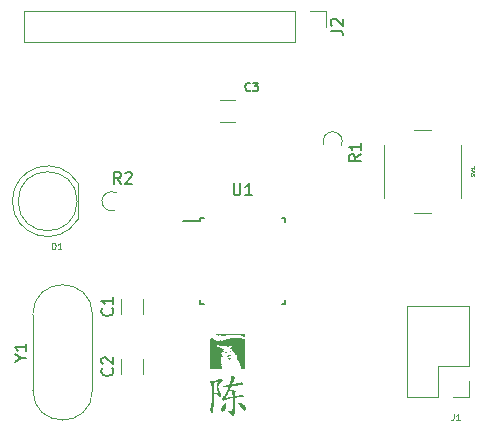
<source format=gto>
G04 #@! TF.GenerationSoftware,KiCad,Pcbnew,(6.0.11)*
G04 #@! TF.CreationDate,2023-04-02T15:36:06-07:00*
G04 #@! TF.ProjectId,M_MUC,4d5f4d55-432e-46b6-9963-61645f706362,rev?*
G04 #@! TF.SameCoordinates,Original*
G04 #@! TF.FileFunction,Legend,Top*
G04 #@! TF.FilePolarity,Positive*
%FSLAX46Y46*%
G04 Gerber Fmt 4.6, Leading zero omitted, Abs format (unit mm)*
G04 Created by KiCad (PCBNEW (6.0.11)) date 2023-04-02 15:36:06*
%MOMM*%
%LPD*%
G01*
G04 APERTURE LIST*
%ADD10C,0.150000*%
%ADD11C,0.125000*%
%ADD12C,0.075000*%
%ADD13C,0.120000*%
%ADD14C,1.600000*%
%ADD15C,1.500000*%
%ADD16C,1.400000*%
%ADD17O,1.400000X1.400000*%
%ADD18R,1.600000X0.550000*%
%ADD19R,0.550000X1.600000*%
%ADD20R,1.700000X1.700000*%
%ADD21O,1.700000X1.700000*%
%ADD22R,1.800000X1.800000*%
%ADD23C,1.800000*%
%ADD24C,2.000000*%
G04 APERTURE END LIST*
D10*
X110867142Y-100516666D02*
X110914761Y-100564285D01*
X110962380Y-100707142D01*
X110962380Y-100802380D01*
X110914761Y-100945238D01*
X110819523Y-101040476D01*
X110724285Y-101088095D01*
X110533809Y-101135714D01*
X110390952Y-101135714D01*
X110200476Y-101088095D01*
X110105238Y-101040476D01*
X110010000Y-100945238D01*
X109962380Y-100802380D01*
X109962380Y-100707142D01*
X110010000Y-100564285D01*
X110057619Y-100516666D01*
X110057619Y-100135714D02*
X110010000Y-100088095D01*
X109962380Y-99992857D01*
X109962380Y-99754761D01*
X110010000Y-99659523D01*
X110057619Y-99611904D01*
X110152857Y-99564285D01*
X110248095Y-99564285D01*
X110390952Y-99611904D01*
X110962380Y-100183333D01*
X110962380Y-99564285D01*
X103131190Y-99636190D02*
X103607380Y-99636190D01*
X102607380Y-99969523D02*
X103131190Y-99636190D01*
X102607380Y-99302857D01*
X103607380Y-98445714D02*
X103607380Y-99017142D01*
X103607380Y-98731428D02*
X102607380Y-98731428D01*
X102750238Y-98826666D01*
X102845476Y-98921904D01*
X102893095Y-99017142D01*
X131912380Y-82396666D02*
X131436190Y-82730000D01*
X131912380Y-82968095D02*
X130912380Y-82968095D01*
X130912380Y-82587142D01*
X130960000Y-82491904D01*
X131007619Y-82444285D01*
X131102857Y-82396666D01*
X131245714Y-82396666D01*
X131340952Y-82444285D01*
X131388571Y-82491904D01*
X131436190Y-82587142D01*
X131436190Y-82968095D01*
X131912380Y-81444285D02*
X131912380Y-82015714D01*
X131912380Y-81730000D02*
X130912380Y-81730000D01*
X131055238Y-81825238D01*
X131150476Y-81920476D01*
X131198095Y-82015714D01*
X110867142Y-95436666D02*
X110914761Y-95484285D01*
X110962380Y-95627142D01*
X110962380Y-95722380D01*
X110914761Y-95865238D01*
X110819523Y-95960476D01*
X110724285Y-96008095D01*
X110533809Y-96055714D01*
X110390952Y-96055714D01*
X110200476Y-96008095D01*
X110105238Y-95960476D01*
X110010000Y-95865238D01*
X109962380Y-95722380D01*
X109962380Y-95627142D01*
X110010000Y-95484285D01*
X110057619Y-95436666D01*
X110962380Y-94484285D02*
X110962380Y-95055714D01*
X110962380Y-94770000D02*
X109962380Y-94770000D01*
X110105238Y-94865238D01*
X110200476Y-94960476D01*
X110248095Y-95055714D01*
X111603333Y-84892380D02*
X111270000Y-84416190D01*
X111031904Y-84892380D02*
X111031904Y-83892380D01*
X111412857Y-83892380D01*
X111508095Y-83940000D01*
X111555714Y-83987619D01*
X111603333Y-84082857D01*
X111603333Y-84225714D01*
X111555714Y-84320952D01*
X111508095Y-84368571D01*
X111412857Y-84416190D01*
X111031904Y-84416190D01*
X111984285Y-83987619D02*
X112031904Y-83940000D01*
X112127142Y-83892380D01*
X112365238Y-83892380D01*
X112460476Y-83940000D01*
X112508095Y-83987619D01*
X112555714Y-84082857D01*
X112555714Y-84178095D01*
X112508095Y-84320952D01*
X111936666Y-84892380D01*
X112555714Y-84892380D01*
X121158095Y-84842380D02*
X121158095Y-85651904D01*
X121205714Y-85747142D01*
X121253333Y-85794761D01*
X121348571Y-85842380D01*
X121539047Y-85842380D01*
X121634285Y-85794761D01*
X121681904Y-85747142D01*
X121729523Y-85651904D01*
X121729523Y-84842380D01*
X122729523Y-85842380D02*
X122158095Y-85842380D01*
X122443809Y-85842380D02*
X122443809Y-84842380D01*
X122348571Y-84985238D01*
X122253333Y-85080476D01*
X122158095Y-85128095D01*
D11*
X139787333Y-104374190D02*
X139787333Y-104731333D01*
X139763523Y-104802761D01*
X139715904Y-104850380D01*
X139644476Y-104874190D01*
X139596857Y-104874190D01*
X140287333Y-104874190D02*
X140001619Y-104874190D01*
X140144476Y-104874190D02*
X140144476Y-104374190D01*
X140096857Y-104445619D01*
X140049238Y-104493238D01*
X140001619Y-104517047D01*
X105802952Y-90396190D02*
X105802952Y-89896190D01*
X105922000Y-89896190D01*
X105993428Y-89920000D01*
X106041047Y-89967619D01*
X106064857Y-90015238D01*
X106088666Y-90110476D01*
X106088666Y-90181904D01*
X106064857Y-90277142D01*
X106041047Y-90324761D01*
X105993428Y-90372380D01*
X105922000Y-90396190D01*
X105802952Y-90396190D01*
X106564857Y-90396190D02*
X106279142Y-90396190D01*
X106422000Y-90396190D02*
X106422000Y-89896190D01*
X106374380Y-89967619D01*
X106326761Y-90015238D01*
X106279142Y-90039047D01*
D12*
X141531428Y-84220000D02*
X141545714Y-84177142D01*
X141545714Y-84105714D01*
X141531428Y-84077142D01*
X141517142Y-84062857D01*
X141488571Y-84048571D01*
X141460000Y-84048571D01*
X141431428Y-84062857D01*
X141417142Y-84077142D01*
X141402857Y-84105714D01*
X141388571Y-84162857D01*
X141374285Y-84191428D01*
X141360000Y-84205714D01*
X141331428Y-84220000D01*
X141302857Y-84220000D01*
X141274285Y-84205714D01*
X141260000Y-84191428D01*
X141245714Y-84162857D01*
X141245714Y-84091428D01*
X141260000Y-84048571D01*
X141245714Y-83948571D02*
X141545714Y-83877142D01*
X141331428Y-83820000D01*
X141545714Y-83762857D01*
X141245714Y-83691428D01*
X141545714Y-83420000D02*
X141545714Y-83591428D01*
X141545714Y-83505714D02*
X141245714Y-83505714D01*
X141288571Y-83534285D01*
X141317142Y-83562857D01*
X141331428Y-83591428D01*
D10*
X122565333Y-76958000D02*
X122532000Y-76991333D01*
X122432000Y-77024666D01*
X122365333Y-77024666D01*
X122265333Y-76991333D01*
X122198666Y-76924666D01*
X122165333Y-76858000D01*
X122132000Y-76724666D01*
X122132000Y-76624666D01*
X122165333Y-76491333D01*
X122198666Y-76424666D01*
X122265333Y-76358000D01*
X122365333Y-76324666D01*
X122432000Y-76324666D01*
X122532000Y-76358000D01*
X122565333Y-76391333D01*
X122798666Y-76324666D02*
X123232000Y-76324666D01*
X122998666Y-76591333D01*
X123098666Y-76591333D01*
X123165333Y-76624666D01*
X123198666Y-76658000D01*
X123232000Y-76724666D01*
X123232000Y-76891333D01*
X123198666Y-76958000D01*
X123165333Y-76991333D01*
X123098666Y-77024666D01*
X122898666Y-77024666D01*
X122832000Y-76991333D01*
X122798666Y-76958000D01*
X129392380Y-71913333D02*
X130106666Y-71913333D01*
X130249523Y-71960952D01*
X130344761Y-72056190D01*
X130392380Y-72199047D01*
X130392380Y-72294285D01*
X129487619Y-71484761D02*
X129440000Y-71437142D01*
X129392380Y-71341904D01*
X129392380Y-71103809D01*
X129440000Y-71008571D01*
X129487619Y-70960952D01*
X129582857Y-70913333D01*
X129678095Y-70913333D01*
X129820952Y-70960952D01*
X130392380Y-71532380D01*
X130392380Y-70913333D01*
G36*
X120016042Y-101395078D02*
G01*
X120079612Y-101412430D01*
X120143034Y-101436032D01*
X120196949Y-101462487D01*
X120227261Y-101483710D01*
X120270000Y-101522647D01*
X120175172Y-101609099D01*
X120092194Y-101691526D01*
X120018133Y-101778309D01*
X119955491Y-101865559D01*
X119906772Y-101949387D01*
X119874481Y-102025902D01*
X119861120Y-102091217D01*
X119860917Y-102097300D01*
X119866811Y-102133978D01*
X119884875Y-102192753D01*
X119914638Y-102272240D01*
X119947325Y-102351624D01*
X119987020Y-102446407D01*
X120016895Y-102521708D01*
X120038325Y-102582249D01*
X120052682Y-102632752D01*
X120061341Y-102677938D01*
X120065676Y-102722529D01*
X120066980Y-102762819D01*
X120063202Y-102823853D01*
X120051579Y-102876650D01*
X120034079Y-102915666D01*
X120012664Y-102935354D01*
X120005366Y-102936666D01*
X119983489Y-102928562D01*
X119946147Y-102903730D01*
X119892285Y-102861394D01*
X119820851Y-102800778D01*
X119819687Y-102799767D01*
X119773724Y-102763996D01*
X119714205Y-102723428D01*
X119651516Y-102685004D01*
X119629202Y-102672505D01*
X119579101Y-102644212D01*
X119538638Y-102619278D01*
X119513116Y-102601087D01*
X119507063Y-102594524D01*
X119515572Y-102583877D01*
X119545014Y-102575456D01*
X119589705Y-102569869D01*
X119643959Y-102567724D01*
X119702093Y-102569628D01*
X119722959Y-102571431D01*
X119769571Y-102575727D01*
X119795749Y-102575506D01*
X119807566Y-102569198D01*
X119811090Y-102555229D01*
X119811475Y-102548507D01*
X119811971Y-102518178D01*
X119810065Y-102485862D01*
X119805004Y-102446078D01*
X119796032Y-102393344D01*
X119782396Y-102322178D01*
X119775667Y-102288324D01*
X119762823Y-102218590D01*
X119752395Y-102151488D01*
X119745527Y-102095084D01*
X119743333Y-102060071D01*
X119746675Y-102001303D01*
X119755617Y-101929077D01*
X119768532Y-101852635D01*
X119783792Y-101781217D01*
X119799771Y-101724066D01*
X119805039Y-101709622D01*
X119816726Y-101675297D01*
X119820716Y-101652439D01*
X119819617Y-101648506D01*
X119804674Y-101648396D01*
X119768619Y-101653004D01*
X119716435Y-101661565D01*
X119653105Y-101673311D01*
X119634614Y-101676955D01*
X119456666Y-101712458D01*
X119456666Y-102887896D01*
X119456638Y-103092953D01*
X119456530Y-103273087D01*
X119456311Y-103430042D01*
X119455946Y-103565562D01*
X119455403Y-103681391D01*
X119454648Y-103779272D01*
X119453649Y-103860950D01*
X119452372Y-103928168D01*
X119450784Y-103982670D01*
X119448852Y-104026201D01*
X119446543Y-104060502D01*
X119443823Y-104087320D01*
X119440660Y-104108397D01*
X119437021Y-104125477D01*
X119432872Y-104140304D01*
X119432871Y-104140306D01*
X119413144Y-104190599D01*
X119388101Y-104236893D01*
X119372123Y-104258636D01*
X119335170Y-104299994D01*
X119297392Y-104255097D01*
X119253506Y-104189318D01*
X119216219Y-104103122D01*
X119189076Y-104013104D01*
X119176740Y-103953869D01*
X119174122Y-103901042D01*
X119182032Y-103845989D01*
X119201281Y-103780072D01*
X119214413Y-103743052D01*
X119240986Y-103659274D01*
X119263405Y-103562940D01*
X119281870Y-103452008D01*
X119296579Y-103324435D01*
X119307733Y-103178180D01*
X119315531Y-103011201D01*
X119320172Y-102821455D01*
X119321776Y-102643333D01*
X119321900Y-102514550D01*
X119321258Y-102408428D01*
X119319693Y-102320969D01*
X119317050Y-102248172D01*
X119313173Y-102186039D01*
X119307905Y-102130572D01*
X119301092Y-102077772D01*
X119299246Y-102065291D01*
X119278935Y-101952771D01*
X119253108Y-101843687D01*
X119223678Y-101744928D01*
X119192554Y-101663384D01*
X119181005Y-101638983D01*
X119166270Y-101594601D01*
X119174192Y-101563950D01*
X119204842Y-101546996D01*
X119258289Y-101543703D01*
X119334602Y-101554039D01*
X119346500Y-101556443D01*
X119398278Y-101566440D01*
X119443066Y-101573667D01*
X119471630Y-101576644D01*
X119472645Y-101576655D01*
X119515209Y-101570577D01*
X119574145Y-101554042D01*
X119642567Y-101529635D01*
X119713585Y-101499940D01*
X119780313Y-101467542D01*
X119814780Y-101448267D01*
X119884802Y-101410226D01*
X119936718Y-101390514D01*
X119961685Y-101387371D01*
X120016042Y-101395078D01*
G37*
G36*
X121037809Y-101116819D02*
G01*
X121118563Y-101143292D01*
X121190754Y-101188153D01*
X121247279Y-101247819D01*
X121258428Y-101265136D01*
X121291837Y-101322144D01*
X121158205Y-101585581D01*
X121119705Y-101662140D01*
X121086011Y-101730415D01*
X121058776Y-101786948D01*
X121039655Y-101828283D01*
X121030301Y-101850961D01*
X121029739Y-101854183D01*
X121043587Y-101852626D01*
X121079663Y-101845463D01*
X121134312Y-101833508D01*
X121203879Y-101817574D01*
X121284709Y-101798475D01*
X121339119Y-101785342D01*
X121471878Y-101753462D01*
X121581620Y-101728319D01*
X121671072Y-101709704D01*
X121742964Y-101697408D01*
X121800023Y-101691221D01*
X121844978Y-101690937D01*
X121880558Y-101696344D01*
X121909491Y-101707235D01*
X121934505Y-101723401D01*
X121951883Y-101738436D01*
X121978316Y-101773287D01*
X121979466Y-101808174D01*
X121962523Y-101840442D01*
X121942161Y-101863589D01*
X121914522Y-101882322D01*
X121875558Y-101897997D01*
X121821218Y-101911970D01*
X121747451Y-101925597D01*
X121675070Y-101936678D01*
X121607035Y-101946788D01*
X121525244Y-101959337D01*
X121434551Y-101973540D01*
X121339814Y-101988612D01*
X121245887Y-102003767D01*
X121157626Y-102018222D01*
X121079888Y-102031190D01*
X121017527Y-102041887D01*
X120975400Y-102049529D01*
X120968330Y-102050924D01*
X120952543Y-102056897D01*
X120937592Y-102070526D01*
X120921006Y-102095783D01*
X120900315Y-102136642D01*
X120873048Y-102197074D01*
X120862748Y-102220693D01*
X120820289Y-102315671D01*
X120770690Y-102421950D01*
X120717040Y-102533279D01*
X120662428Y-102643403D01*
X120609944Y-102746068D01*
X120562675Y-102835022D01*
X120533452Y-102887335D01*
X120507637Y-102933825D01*
X120488797Y-102970992D01*
X120479625Y-102993356D01*
X120479444Y-102997222D01*
X120493592Y-102996738D01*
X120529530Y-102992234D01*
X120582804Y-102984436D01*
X120648965Y-102974075D01*
X120723561Y-102961878D01*
X120802140Y-102948574D01*
X120880251Y-102934892D01*
X120953442Y-102921560D01*
X121017263Y-102909307D01*
X121020461Y-102908669D01*
X121090923Y-102894584D01*
X121082465Y-102792292D01*
X121062923Y-102645614D01*
X121030289Y-102521272D01*
X120996301Y-102440531D01*
X120975824Y-102397604D01*
X120961507Y-102362565D01*
X120956666Y-102344361D01*
X120967252Y-102324572D01*
X121000150Y-102313327D01*
X121052876Y-102310000D01*
X121141758Y-102321449D01*
X121221364Y-102356816D01*
X121274770Y-102397643D01*
X121336429Y-102453466D01*
X121313801Y-102538399D01*
X121301307Y-102595401D01*
X121289981Y-102664458D01*
X121282202Y-102730985D01*
X121282002Y-102733333D01*
X121272832Y-102843333D01*
X121308876Y-102843333D01*
X121336184Y-102840385D01*
X121382508Y-102832398D01*
X121440954Y-102820652D01*
X121494127Y-102808876D01*
X121601223Y-102787253D01*
X121702172Y-102772780D01*
X121792243Y-102765815D01*
X121866705Y-102766720D01*
X121920829Y-102775851D01*
X121922370Y-102776348D01*
X121966341Y-102796747D01*
X122008653Y-102826000D01*
X122042604Y-102858338D01*
X122061495Y-102887993D01*
X122063333Y-102897705D01*
X122059863Y-102915772D01*
X122047643Y-102930228D01*
X122023961Y-102941588D01*
X121986104Y-102950367D01*
X121931360Y-102957079D01*
X121857014Y-102962240D01*
X121760354Y-102966365D01*
X121690000Y-102968572D01*
X121599357Y-102971446D01*
X121514268Y-102974664D01*
X121439540Y-102978003D01*
X121379979Y-102981243D01*
X121340390Y-102984160D01*
X121331382Y-102985164D01*
X121272765Y-102993173D01*
X121281429Y-103201586D01*
X121289322Y-103402372D01*
X121295222Y-103578067D01*
X121299135Y-103730171D01*
X121301064Y-103860184D01*
X121301014Y-103969609D01*
X121298991Y-104059944D01*
X121294997Y-104132691D01*
X121289038Y-104189350D01*
X121284437Y-104216666D01*
X121255122Y-104331640D01*
X121218039Y-104422196D01*
X121172555Y-104489611D01*
X121130366Y-104527278D01*
X121089871Y-104547248D01*
X121056509Y-104543481D01*
X121028270Y-104520000D01*
X121007169Y-104494197D01*
X120976955Y-104455096D01*
X120944077Y-104411049D01*
X120943308Y-104410000D01*
X120908341Y-104365421D01*
X120861786Y-104310383D01*
X120810889Y-104253308D01*
X120780696Y-104220976D01*
X120739079Y-104176005D01*
X120705387Y-104137012D01*
X120683379Y-104108524D01*
X120676666Y-104095791D01*
X120678454Y-104089589D01*
X120686281Y-104085907D01*
X120703843Y-104084894D01*
X120734837Y-104086703D01*
X120782958Y-104091485D01*
X120851903Y-104099391D01*
X120897557Y-104104829D01*
X120941089Y-104108011D01*
X120970057Y-104102709D01*
X120995910Y-104086288D01*
X121002629Y-104080654D01*
X121021153Y-104061554D01*
X121036551Y-104037302D01*
X121049159Y-104005339D01*
X121059314Y-103963108D01*
X121067354Y-103908054D01*
X121073614Y-103837618D01*
X121078433Y-103749243D01*
X121082147Y-103640373D01*
X121085092Y-103508451D01*
X121086163Y-103446666D01*
X121088017Y-103328121D01*
X121089231Y-103233546D01*
X121089704Y-103160252D01*
X121089334Y-103105548D01*
X121088019Y-103066743D01*
X121085656Y-103041147D01*
X121082143Y-103026069D01*
X121077380Y-103018820D01*
X121071262Y-103016709D01*
X121069853Y-103016666D01*
X121023667Y-103021263D01*
X120957626Y-103034072D01*
X120876722Y-103053627D01*
X120785947Y-103078457D01*
X120690294Y-103107094D01*
X120594754Y-103138069D01*
X120504320Y-103169913D01*
X120423982Y-103201158D01*
X120383670Y-103218567D01*
X120333081Y-103238662D01*
X120291439Y-103249904D01*
X120268448Y-103250802D01*
X120241507Y-103234665D01*
X120222893Y-103200445D01*
X120211993Y-103145855D01*
X120208191Y-103068607D01*
X120208587Y-103027796D01*
X120213290Y-102982990D01*
X120228103Y-102952207D01*
X120246666Y-102932892D01*
X120294415Y-102890367D01*
X120333762Y-102854573D01*
X120366674Y-102822434D01*
X120395116Y-102790873D01*
X120421056Y-102756814D01*
X120446460Y-102717181D01*
X120473293Y-102668897D01*
X120503522Y-102608886D01*
X120539114Y-102534072D01*
X120582034Y-102441378D01*
X120634249Y-102327727D01*
X120636269Y-102323333D01*
X120673631Y-102243380D01*
X120700295Y-102184983D01*
X120714819Y-102144687D01*
X120715762Y-102119041D01*
X120701686Y-102104592D01*
X120671149Y-102097886D01*
X120622710Y-102095471D01*
X120554931Y-102093894D01*
X120540362Y-102093426D01*
X120427534Y-102087047D01*
X120341010Y-102076673D01*
X120280806Y-102062309D01*
X120246943Y-102043959D01*
X120239845Y-102033143D01*
X120246575Y-102015907D01*
X120278567Y-101999333D01*
X120336203Y-101983304D01*
X120419867Y-101967705D01*
X120490000Y-101957527D01*
X120561932Y-101947414D01*
X120631791Y-101936661D01*
X120691218Y-101926609D01*
X120729443Y-101919143D01*
X120802220Y-101902956D01*
X120838531Y-101788975D01*
X120878535Y-101650582D01*
X120904808Y-101527641D01*
X120918517Y-101413487D01*
X120921138Y-101316666D01*
X120919863Y-101255944D01*
X120918001Y-101202124D01*
X120915853Y-101162896D01*
X120914615Y-101150000D01*
X120914877Y-101127045D01*
X120929021Y-101116392D01*
X120955594Y-101112319D01*
X121037809Y-101116819D01*
G37*
G36*
X121624637Y-103423380D02*
G01*
X121716600Y-103446548D01*
X121814382Y-103484800D01*
X121912144Y-103534638D01*
X122004050Y-103592565D01*
X122084260Y-103655080D01*
X122146936Y-103718687D01*
X122170179Y-103750279D01*
X122207767Y-103828484D01*
X122221463Y-103906152D01*
X122211428Y-103979684D01*
X122177822Y-104045483D01*
X122155957Y-104070709D01*
X122130964Y-104090383D01*
X122106467Y-104093366D01*
X122074717Y-104079071D01*
X122050000Y-104062684D01*
X121964870Y-103992226D01*
X121876788Y-103898969D01*
X121788354Y-103786195D01*
X121702166Y-103657188D01*
X121629692Y-103531818D01*
X121565942Y-103413637D01*
X121624637Y-103423380D01*
G37*
G36*
X120490828Y-103438273D02*
G01*
X120511047Y-103471460D01*
X120527182Y-103516875D01*
X120537257Y-103569726D01*
X120539297Y-103625221D01*
X120537200Y-103648799D01*
X120517975Y-103735565D01*
X120484233Y-103828966D01*
X120439548Y-103922315D01*
X120387494Y-104008929D01*
X120331645Y-104082123D01*
X120278160Y-104133267D01*
X120236858Y-104162370D01*
X120208300Y-104174041D01*
X120185740Y-104169053D01*
X120162434Y-104148176D01*
X120161072Y-104146666D01*
X120121526Y-104097361D01*
X120099483Y-104053750D01*
X120090728Y-104006058D01*
X120090000Y-103981822D01*
X120093556Y-103933120D01*
X120107367Y-103893234D01*
X120133333Y-103851969D01*
X120216866Y-103734930D01*
X120288600Y-103635343D01*
X120347889Y-103554083D01*
X120394087Y-103492027D01*
X120426548Y-103450050D01*
X120444626Y-103429030D01*
X120446045Y-103427749D01*
X120468503Y-103422105D01*
X120490828Y-103438273D01*
G37*
D13*
X113480000Y-100979000D02*
X113480000Y-99721000D01*
X111640000Y-100979000D02*
X111640000Y-99721000D01*
G36*
X119326119Y-97859261D02*
G01*
X119337490Y-97864507D01*
X119342765Y-97864616D01*
X119349347Y-97867214D01*
X119350559Y-97874830D01*
X119345815Y-97881478D01*
X119344476Y-97882047D01*
X119335845Y-97879995D01*
X119324071Y-97872059D01*
X119324013Y-97872008D01*
X119315698Y-97862290D01*
X119314181Y-97855591D01*
X119319000Y-97854718D01*
X119326119Y-97859261D01*
G37*
G36*
X121046031Y-98696971D02*
G01*
X121043031Y-98699971D01*
X121040030Y-98696971D01*
X121043031Y-98693971D01*
X121046031Y-98696971D01*
G37*
G36*
X119944302Y-98139418D02*
G01*
X119947689Y-98153359D01*
X119943406Y-98159372D01*
X119939011Y-98159929D01*
X119932146Y-98154926D01*
X119931319Y-98144928D01*
X119934255Y-98132547D01*
X119939235Y-98131062D01*
X119944302Y-98139418D01*
G37*
G36*
X119437904Y-97586884D02*
G01*
X119434904Y-97589884D01*
X119431904Y-97586884D01*
X119434904Y-97583883D01*
X119437904Y-97586884D01*
G37*
G36*
X121337991Y-97671566D02*
G01*
X121337054Y-97673890D01*
X121331662Y-97679615D01*
X121330699Y-97679891D01*
X121328122Y-97675248D01*
X121328053Y-97673890D01*
X121332666Y-97668121D01*
X121334408Y-97667890D01*
X121337991Y-97671566D01*
G37*
G36*
X120197999Y-98109696D02*
G01*
X120198814Y-98111475D01*
X120195918Y-98116946D01*
X120190963Y-98117925D01*
X120183495Y-98114881D01*
X120183113Y-98111475D01*
X120189308Y-98105275D01*
X120190963Y-98105024D01*
X120197999Y-98109696D01*
G37*
G36*
X121118036Y-98714972D02*
G01*
X121115036Y-98717973D01*
X121112036Y-98714972D01*
X121115036Y-98711972D01*
X121118036Y-98714972D01*
G37*
G36*
X121598074Y-97706893D02*
G01*
X121595074Y-97709893D01*
X121592074Y-97706893D01*
X121595074Y-97703893D01*
X121598074Y-97706893D01*
G37*
G36*
X120173962Y-98755976D02*
G01*
X120173138Y-98759543D01*
X120169962Y-98759976D01*
X120165023Y-98757781D01*
X120165962Y-98755976D01*
X120173083Y-98755258D01*
X120173962Y-98755976D01*
G37*
G36*
X119629919Y-98462953D02*
G01*
X119626919Y-98465953D01*
X119623919Y-98462953D01*
X119626919Y-98459952D01*
X119629919Y-98462953D01*
G37*
G36*
X120828014Y-98659968D02*
G01*
X120827190Y-98663535D01*
X120824013Y-98663968D01*
X120819074Y-98661773D01*
X120820013Y-98659968D01*
X120827134Y-98659250D01*
X120828014Y-98659968D01*
G37*
G36*
X119796050Y-98613840D02*
G01*
X119794932Y-98615965D01*
X119789279Y-98621695D01*
X119788224Y-98621965D01*
X119787814Y-98618089D01*
X119788932Y-98615965D01*
X119794586Y-98610234D01*
X119795641Y-98609964D01*
X119796050Y-98613840D01*
G37*
G36*
X120481812Y-97726460D02*
G01*
X120481986Y-97727895D01*
X120477420Y-97733721D01*
X120475986Y-97733895D01*
X120470160Y-97729329D01*
X120469985Y-97727895D01*
X120474552Y-97722069D01*
X120475986Y-97721894D01*
X120481812Y-97726460D01*
G37*
G36*
X120974025Y-99591041D02*
G01*
X120971025Y-99594042D01*
X120968025Y-99591041D01*
X120971025Y-99588041D01*
X120974025Y-99591041D01*
G37*
G36*
X120455481Y-98896007D02*
G01*
X120463175Y-98900097D01*
X120459795Y-98903397D01*
X120452433Y-98905609D01*
X120443978Y-98905609D01*
X120443929Y-98900687D01*
X120451118Y-98895412D01*
X120455481Y-98896007D01*
G37*
G36*
X119687404Y-98564783D02*
G01*
X119686924Y-98567961D01*
X119681791Y-98573679D01*
X119680923Y-98573961D01*
X119676153Y-98569776D01*
X119674923Y-98567961D01*
X119676348Y-98562877D01*
X119680923Y-98561960D01*
X119687404Y-98564783D01*
G37*
G36*
X119892663Y-98710809D02*
G01*
X119893940Y-98717619D01*
X119891492Y-98727560D01*
X119887940Y-98729974D01*
X119882558Y-98725139D01*
X119881939Y-98721327D01*
X119885596Y-98711111D01*
X119887940Y-98708972D01*
X119892663Y-98710809D01*
G37*
G36*
X120522845Y-98901120D02*
G01*
X120523990Y-98903987D01*
X120519683Y-98909816D01*
X120518343Y-98909988D01*
X120510217Y-98905626D01*
X120508989Y-98903987D01*
X120510349Y-98898850D01*
X120514635Y-98897987D01*
X120522845Y-98901120D01*
G37*
G36*
X119717648Y-97659586D02*
G01*
X119719926Y-97664890D01*
X119717082Y-97672893D01*
X119709325Y-97670564D01*
X119703189Y-97664662D01*
X119699031Y-97657879D01*
X119705170Y-97655926D01*
X119707689Y-97655889D01*
X119717648Y-97659586D01*
G37*
G36*
X120043952Y-98714972D02*
G01*
X120040952Y-98717973D01*
X120037951Y-98714972D01*
X120040952Y-98711972D01*
X120043952Y-98714972D01*
G37*
G36*
X120371978Y-98875985D02*
G01*
X120371154Y-98879552D01*
X120367977Y-98879985D01*
X120363038Y-98877790D01*
X120363977Y-98875985D01*
X120371098Y-98875267D01*
X120371978Y-98875985D01*
G37*
G36*
X120609496Y-98798005D02*
G01*
X120610250Y-98800195D01*
X120601996Y-98801032D01*
X120593477Y-98800089D01*
X120594495Y-98798005D01*
X120606780Y-98797213D01*
X120609496Y-98798005D01*
G37*
G36*
X121356055Y-97657889D02*
G01*
X121356773Y-97665010D01*
X121356055Y-97665890D01*
X121352488Y-97665066D01*
X121352055Y-97661890D01*
X121354250Y-97656950D01*
X121356055Y-97657889D01*
G37*
G36*
X119731927Y-97670890D02*
G01*
X119728927Y-97673890D01*
X119725927Y-97670890D01*
X119728927Y-97667890D01*
X119731927Y-97670890D01*
G37*
G36*
X120019950Y-98156929D02*
G01*
X120016950Y-98159929D01*
X120013950Y-98156929D01*
X120016950Y-98153928D01*
X120019950Y-98156929D01*
G37*
G36*
X120852114Y-99400465D02*
G01*
X120872969Y-99408071D01*
X120897329Y-99420275D01*
X120911372Y-99431667D01*
X120916498Y-99444039D01*
X120914106Y-99459181D01*
X120913731Y-99460282D01*
X120908007Y-99472272D01*
X120899127Y-99481316D01*
X120885188Y-99488168D01*
X120864288Y-99493577D01*
X120834525Y-99498295D01*
X120809829Y-99501312D01*
X120779296Y-99505107D01*
X120751127Y-99509156D01*
X120728598Y-99512955D01*
X120715634Y-99515806D01*
X120682478Y-99524499D01*
X120657447Y-99528609D01*
X120637626Y-99528262D01*
X120620099Y-99523582D01*
X120612465Y-99520231D01*
X120594810Y-99511607D01*
X120585988Y-99506375D01*
X120584045Y-99502663D01*
X120587029Y-99498603D01*
X120588426Y-99497203D01*
X120592771Y-99487116D01*
X120592193Y-99483105D01*
X120594348Y-99473217D01*
X120605406Y-99460486D01*
X120623124Y-99446517D01*
X120645257Y-99432918D01*
X120669565Y-99421293D01*
X120687279Y-99415012D01*
X120738736Y-99401715D01*
X120782074Y-99394906D01*
X120819223Y-99394514D01*
X120852114Y-99400465D01*
G37*
G36*
X120918238Y-99992291D02*
G01*
X120918665Y-99998873D01*
X120910408Y-100005848D01*
X120896597Y-100011484D01*
X120880361Y-100014053D01*
X120878821Y-100014075D01*
X120865236Y-100013691D01*
X120862013Y-100011217D01*
X120867516Y-100004671D01*
X120869467Y-100002750D01*
X120879611Y-99996029D01*
X120886288Y-99996320D01*
X120894925Y-99997482D01*
X120902517Y-99994370D01*
X120913187Y-99990810D01*
X120918238Y-99992291D01*
G37*
G36*
X119965946Y-98678970D02*
G01*
X119962946Y-98681970D01*
X119959945Y-98678970D01*
X119962946Y-98675969D01*
X119965946Y-98678970D01*
G37*
G36*
X121277024Y-97650876D02*
G01*
X121276707Y-97653980D01*
X121274049Y-97655889D01*
X121261374Y-97661209D01*
X121252229Y-97660214D01*
X121250047Y-97655889D01*
X121255222Y-97651564D01*
X121266548Y-97649980D01*
X121277024Y-97650876D01*
G37*
G36*
X119875939Y-97772898D02*
G01*
X119872938Y-97775899D01*
X119869938Y-97772898D01*
X119872938Y-97769898D01*
X119875939Y-97772898D01*
G37*
G36*
X119769102Y-98585962D02*
G01*
X119769356Y-98593493D01*
X119763804Y-98603423D01*
X119756000Y-98610640D01*
X119751382Y-98611449D01*
X119744443Y-98605628D01*
X119746517Y-98599516D01*
X119752429Y-98597963D01*
X119761822Y-98593464D01*
X119763608Y-98590463D01*
X119767664Y-98585401D01*
X119769102Y-98585962D01*
G37*
G36*
X120209965Y-98791979D02*
G01*
X120210683Y-98799100D01*
X120209965Y-98799979D01*
X120206398Y-98799155D01*
X120205965Y-98795979D01*
X120208160Y-98791040D01*
X120209965Y-98791979D01*
G37*
G36*
X119921942Y-98161929D02*
G01*
X119922660Y-98169050D01*
X119921942Y-98169930D01*
X119918375Y-98169106D01*
X119917942Y-98165929D01*
X119920137Y-98160990D01*
X119921942Y-98161929D01*
G37*
G36*
X119197885Y-97922910D02*
G01*
X119194885Y-97925910D01*
X119191885Y-97922910D01*
X119194885Y-97919910D01*
X119197885Y-97922910D01*
G37*
G36*
X120155961Y-98719973D02*
G01*
X120155137Y-98723540D01*
X120151960Y-98723973D01*
X120147021Y-98721778D01*
X120147960Y-98719973D01*
X120155081Y-98719255D01*
X120155961Y-98719973D01*
G37*
G36*
X120443983Y-98659968D02*
G01*
X120443160Y-98663535D01*
X120439983Y-98663968D01*
X120435044Y-98661773D01*
X120435983Y-98659968D01*
X120443104Y-98659250D01*
X120443983Y-98659968D01*
G37*
G36*
X119827691Y-98620320D02*
G01*
X119827935Y-98621965D01*
X119825888Y-98627810D01*
X119825289Y-98627966D01*
X119820166Y-98623761D01*
X119818934Y-98621965D01*
X119819410Y-98616436D01*
X119821580Y-98615965D01*
X119827691Y-98620320D01*
G37*
G36*
X120359977Y-98683970D02*
G01*
X120359153Y-98687537D01*
X120355976Y-98687970D01*
X120351037Y-98685775D01*
X120351976Y-98683970D01*
X120359097Y-98683252D01*
X120359977Y-98683970D01*
G37*
G36*
X120087985Y-97711733D02*
G01*
X120090726Y-97717146D01*
X120085105Y-97726584D01*
X120070740Y-97741909D01*
X120070354Y-97742296D01*
X120055862Y-97756353D01*
X120047796Y-97762706D01*
X120044433Y-97762458D01*
X120043952Y-97759231D01*
X120048039Y-97752230D01*
X120055953Y-97744288D01*
X120065103Y-97733005D01*
X120067954Y-97724288D01*
X120066288Y-97719520D01*
X120060325Y-97724175D01*
X120056469Y-97728730D01*
X120047339Y-97737480D01*
X120041140Y-97739057D01*
X120041024Y-97738952D01*
X120041776Y-97732284D01*
X120048939Y-97721370D01*
X120049816Y-97720341D01*
X120063958Y-97709394D01*
X120077262Y-97708483D01*
X120087985Y-97711733D01*
G37*
G36*
X119821934Y-97742896D02*
G01*
X119818934Y-97745896D01*
X119815934Y-97742896D01*
X119818934Y-97739896D01*
X119821934Y-97742896D01*
G37*
G36*
X121736254Y-99262788D02*
G01*
X121738817Y-99269171D01*
X121739948Y-99282069D01*
X121736942Y-99294108D01*
X121731208Y-99299975D01*
X121730632Y-99300019D01*
X121727724Y-99294734D01*
X121725980Y-99281744D01*
X121725867Y-99279017D01*
X121727138Y-99264007D01*
X121731080Y-99258232D01*
X121736254Y-99262788D01*
G37*
G36*
X120319974Y-98954991D02*
G01*
X120316973Y-98957992D01*
X120313973Y-98954991D01*
X120316973Y-98951991D01*
X120319974Y-98954991D01*
G37*
G36*
X120952998Y-100003062D02*
G01*
X120952682Y-100006165D01*
X120950023Y-100008074D01*
X120937349Y-100013394D01*
X120928203Y-100012400D01*
X120926021Y-100008074D01*
X120931197Y-100003749D01*
X120942523Y-100002166D01*
X120952998Y-100003062D01*
G37*
G36*
X120858015Y-99092564D02*
G01*
X120857119Y-99085149D01*
X120853839Y-99084002D01*
X120852797Y-99080411D01*
X120859172Y-99071422D01*
X120862880Y-99067500D01*
X120876438Y-99056653D01*
X120891763Y-99051860D01*
X120908202Y-99050999D01*
X120929218Y-99052341D01*
X120941286Y-99055999D01*
X120943267Y-99061426D01*
X120938580Y-99065655D01*
X120933337Y-99072993D01*
X120938754Y-99080422D01*
X120953598Y-99086432D01*
X120956024Y-99087002D01*
X120972065Y-99092408D01*
X120978221Y-99101199D01*
X120976606Y-99116527D01*
X120976396Y-99117374D01*
X120966383Y-99133211D01*
X120952404Y-99141652D01*
X120926195Y-99149049D01*
X120903677Y-99146735D01*
X120888518Y-99139457D01*
X120877080Y-99130433D01*
X120872030Y-99122626D01*
X120872017Y-99122349D01*
X120867848Y-99113013D01*
X120863373Y-99108299D01*
X120859755Y-99102003D01*
X120968025Y-99102003D01*
X120970220Y-99106942D01*
X120972025Y-99106003D01*
X120972743Y-99098882D01*
X120972025Y-99098003D01*
X120968458Y-99098826D01*
X120968025Y-99102003D01*
X120859755Y-99102003D01*
X120857607Y-99098265D01*
X120858015Y-99092564D01*
G37*
G36*
X119880148Y-98691115D02*
G01*
X119875939Y-98696971D01*
X119866579Y-98704708D01*
X119859558Y-98704927D01*
X119857937Y-98700613D01*
X119862733Y-98694121D01*
X119867429Y-98691613D01*
X119878657Y-98688259D01*
X119880148Y-98691115D01*
G37*
G36*
X120920359Y-98758308D02*
G01*
X120922091Y-98761476D01*
X120913780Y-98765718D01*
X120903231Y-98763953D01*
X120899413Y-98760613D01*
X120901798Y-98756893D01*
X120910484Y-98756113D01*
X120920359Y-98758308D01*
G37*
G36*
X120355976Y-98900987D02*
G01*
X120352976Y-98903987D01*
X120349976Y-98900987D01*
X120352976Y-98897987D01*
X120355976Y-98900987D01*
G37*
G36*
X121566072Y-97699893D02*
G01*
X121565248Y-97703460D01*
X121562071Y-97703893D01*
X121557132Y-97701697D01*
X121558071Y-97699893D01*
X121565192Y-97699174D01*
X121566072Y-97699893D01*
G37*
G36*
X120803149Y-99932960D02*
G01*
X120799999Y-99939080D01*
X120799612Y-99939551D01*
X120790860Y-99946691D01*
X120784192Y-99947296D01*
X120783335Y-99941093D01*
X120790562Y-99934306D01*
X120796171Y-99932574D01*
X120803149Y-99932960D01*
G37*
G36*
X121457361Y-97657247D02*
G01*
X121466662Y-97667632D01*
X121467956Y-97669652D01*
X121475210Y-97680061D01*
X121482984Y-97684797D01*
X121495463Y-97685288D01*
X121509500Y-97683840D01*
X121527172Y-97682557D01*
X121534971Y-97683906D01*
X121534529Y-97685832D01*
X121524140Y-97690441D01*
X121506319Y-97693722D01*
X121485595Y-97695346D01*
X121466496Y-97694983D01*
X121453551Y-97692307D01*
X121452563Y-97691777D01*
X121444900Y-97682146D01*
X121442245Y-97669134D01*
X121445021Y-97657994D01*
X121449563Y-97654361D01*
X121457361Y-97657247D01*
G37*
G36*
X119478282Y-97562257D02*
G01*
X119476493Y-97564984D01*
X119470407Y-97565408D01*
X119464004Y-97563943D01*
X119466781Y-97561783D01*
X119476159Y-97561068D01*
X119478282Y-97562257D01*
G37*
G36*
X119525178Y-98148360D02*
G01*
X119527167Y-98142480D01*
X119533912Y-98138927D01*
X119542580Y-98133598D01*
X119540102Y-98127594D01*
X119527188Y-98122108D01*
X119523342Y-98121162D01*
X119505482Y-98114427D01*
X119496342Y-98108925D01*
X119527911Y-98108925D01*
X119530912Y-98111925D01*
X119533912Y-98108925D01*
X119530912Y-98105924D01*
X119527911Y-98108925D01*
X119496342Y-98108925D01*
X119493475Y-98107199D01*
X119480040Y-98096924D01*
X119498190Y-98095648D01*
X119510761Y-98096353D01*
X119512197Y-98101077D01*
X119512141Y-98101168D01*
X119512149Y-98105381D01*
X119518687Y-98103840D01*
X119530937Y-98102845D01*
X119536172Y-98105039D01*
X119546070Y-98110302D01*
X119561733Y-98116389D01*
X119564785Y-98117401D01*
X119579264Y-98123538D01*
X119584198Y-98130605D01*
X119583643Y-98135970D01*
X119580188Y-98143809D01*
X119574258Y-98141044D01*
X119571843Y-98138712D01*
X119561448Y-98131520D01*
X119555985Y-98130116D01*
X119555123Y-98133552D01*
X119562025Y-98141790D01*
X119564291Y-98143863D01*
X119576136Y-98156240D01*
X119583493Y-98167396D01*
X119583604Y-98167676D01*
X119590264Y-98176643D01*
X119597071Y-98176258D01*
X119600005Y-98167429D01*
X119601369Y-98162491D01*
X119605823Y-98168225D01*
X119607796Y-98171930D01*
X119615861Y-98182438D01*
X119628092Y-98185757D01*
X119636210Y-98185550D01*
X119648736Y-98185158D01*
X119650472Y-98186796D01*
X119644920Y-98189909D01*
X119640097Y-98193109D01*
X119645744Y-98193406D01*
X119656289Y-98191959D01*
X119671451Y-98190546D01*
X119676236Y-98192957D01*
X119675479Y-98195032D01*
X119675504Y-98199273D01*
X119681316Y-98197951D01*
X119687047Y-98194365D01*
X119683151Y-98189785D01*
X119677127Y-98186231D01*
X119668460Y-98180567D01*
X119670244Y-98178347D01*
X119673423Y-98178143D01*
X119682337Y-98175389D01*
X119683924Y-98172491D01*
X119679190Y-98169072D01*
X119673423Y-98169535D01*
X119661597Y-98167788D01*
X119647921Y-98160106D01*
X119638111Y-98151907D01*
X119637387Y-98148695D01*
X119645377Y-98148068D01*
X119646066Y-98148061D01*
X119658165Y-98150405D01*
X119662922Y-98153928D01*
X119671501Y-98159250D01*
X119676777Y-98160021D01*
X119690750Y-98163339D01*
X119695924Y-98166021D01*
X119701908Y-98171669D01*
X119697125Y-98177038D01*
X119695924Y-98177838D01*
X119691029Y-98182340D01*
X119696889Y-98183782D01*
X119699783Y-98183839D01*
X119711611Y-98187636D01*
X119716096Y-98192931D01*
X119715206Y-98200150D01*
X119706537Y-98201932D01*
X119697181Y-98203114D01*
X119697687Y-98206073D01*
X119706214Y-98209931D01*
X119720922Y-98213807D01*
X119736953Y-98216464D01*
X119756095Y-98217990D01*
X119765095Y-98216611D01*
X119765357Y-98214624D01*
X119765632Y-98206789D01*
X119767204Y-98205381D01*
X119773622Y-98206948D01*
X119776170Y-98211115D01*
X119784185Y-98217544D01*
X119793493Y-98216758D01*
X119805663Y-98216616D01*
X119819362Y-98220194D01*
X119830808Y-98225856D01*
X119836220Y-98231970D01*
X119835345Y-98234838D01*
X119836291Y-98236140D01*
X119843794Y-98232880D01*
X119855415Y-98229618D01*
X119871290Y-98231152D01*
X119888060Y-98235526D01*
X119908458Y-98240218D01*
X119926203Y-98241997D01*
X119933338Y-98241372D01*
X119945441Y-98240896D01*
X119950931Y-98243913D01*
X119958745Y-98249712D01*
X119965825Y-98244592D01*
X119967810Y-98239435D01*
X119970088Y-98232330D01*
X119971082Y-98236793D01*
X119971250Y-98239101D01*
X119973890Y-98245451D01*
X119982637Y-98247392D01*
X119996482Y-98246311D01*
X120010864Y-98245509D01*
X120018004Y-98246991D01*
X120018102Y-98248145D01*
X120021921Y-98250811D01*
X120034786Y-98252909D01*
X120050571Y-98253857D01*
X120072203Y-98253516D01*
X120083454Y-98250887D01*
X120085955Y-98247056D01*
X120086697Y-98245936D01*
X120099956Y-98245936D01*
X120100780Y-98249503D01*
X120103957Y-98249936D01*
X120108896Y-98247740D01*
X120107957Y-98245936D01*
X120100836Y-98245217D01*
X120099956Y-98245936D01*
X120086697Y-98245936D01*
X120090977Y-98239471D01*
X120097956Y-98236196D01*
X120099770Y-98234935D01*
X121544070Y-98234935D01*
X121547070Y-98237935D01*
X121550070Y-98234935D01*
X121547070Y-98231934D01*
X121544070Y-98234935D01*
X120099770Y-98234935D01*
X120107048Y-98229876D01*
X120109945Y-98215598D01*
X120109957Y-98214141D01*
X120111539Y-98201826D01*
X120115626Y-98198751D01*
X120115958Y-98198932D01*
X120120854Y-98197289D01*
X120121958Y-98191620D01*
X120124663Y-98178888D01*
X120131115Y-98167118D01*
X120138825Y-98159507D01*
X120145300Y-98159250D01*
X120146271Y-98160432D01*
X120153930Y-98164790D01*
X120159004Y-98162448D01*
X120171985Y-98157421D01*
X120184936Y-98158190D01*
X120192463Y-98164429D01*
X120192478Y-98164474D01*
X120189900Y-98169978D01*
X120180969Y-98170449D01*
X120170322Y-98171733D01*
X120165733Y-98180866D01*
X120165063Y-98185431D01*
X120161276Y-98199064D01*
X120154525Y-98201309D01*
X120150012Y-98197984D01*
X120149565Y-98190652D01*
X120151502Y-98187483D01*
X120151823Y-98182321D01*
X120143041Y-98180930D01*
X120133376Y-98182586D01*
X120133520Y-98189002D01*
X120134407Y-98190769D01*
X120135727Y-98199432D01*
X120127815Y-98203708D01*
X120118153Y-98209005D01*
X120115958Y-98213371D01*
X120119827Y-98219398D01*
X120127421Y-98217957D01*
X120130611Y-98214496D01*
X120138390Y-98211338D01*
X120145569Y-98212092D01*
X120158797Y-98212273D01*
X120176232Y-98208779D01*
X120179098Y-98207888D01*
X120193646Y-98201567D01*
X120198585Y-98194377D01*
X120198435Y-98192931D01*
X120205965Y-98192931D01*
X120208965Y-98195932D01*
X120211965Y-98192931D01*
X120208965Y-98189931D01*
X120205965Y-98192931D01*
X120198435Y-98192931D01*
X120198058Y-98189290D01*
X120198434Y-98180615D01*
X120207662Y-98177957D01*
X120209527Y-98177930D01*
X120220532Y-98180057D01*
X120223966Y-98183931D01*
X120228532Y-98189757D01*
X120229967Y-98189931D01*
X120235290Y-98185071D01*
X120235967Y-98180930D01*
X120241029Y-98173616D01*
X120248610Y-98171930D01*
X120257903Y-98169114D01*
X120257990Y-98163426D01*
X120259108Y-98154845D01*
X120266861Y-98151066D01*
X120276126Y-98154493D01*
X120276425Y-98154783D01*
X120285069Y-98156206D01*
X120288170Y-98153928D01*
X120301972Y-98153928D01*
X120304168Y-98158867D01*
X120305973Y-98157929D01*
X120306376Y-98153928D01*
X120391979Y-98153928D01*
X120394175Y-98158867D01*
X120395980Y-98157929D01*
X120396698Y-98150807D01*
X120395980Y-98149928D01*
X120392412Y-98150752D01*
X120391979Y-98153928D01*
X120306376Y-98153928D01*
X120306691Y-98150807D01*
X120305973Y-98149928D01*
X120302405Y-98150752D01*
X120301972Y-98153928D01*
X120288170Y-98153928D01*
X120291729Y-98151314D01*
X120302052Y-98143730D01*
X120307755Y-98141927D01*
X120311338Y-98138225D01*
X120308661Y-98131212D01*
X120306301Y-98122821D01*
X120313500Y-98120505D01*
X120314450Y-98120497D01*
X120323947Y-98122549D01*
X120325974Y-98125212D01*
X120330552Y-98128636D01*
X120333475Y-98128426D01*
X120339401Y-98131393D01*
X120339475Y-98134427D01*
X120340134Y-98141244D01*
X120347058Y-98138689D01*
X120355058Y-98131927D01*
X121516068Y-98131927D01*
X121516891Y-98135494D01*
X121520068Y-98135927D01*
X121525007Y-98133731D01*
X121524589Y-98132927D01*
X121550070Y-98132927D01*
X121553071Y-98135927D01*
X121556071Y-98132927D01*
X121553071Y-98129926D01*
X121550070Y-98132927D01*
X121524589Y-98132927D01*
X121524068Y-98131927D01*
X121516947Y-98131208D01*
X121516068Y-98131927D01*
X120355058Y-98131927D01*
X120356706Y-98130534D01*
X120375222Y-98119158D01*
X120395436Y-98115644D01*
X120411396Y-98120051D01*
X120421229Y-98123447D01*
X120428372Y-98116941D01*
X120429582Y-98114925D01*
X120430050Y-98113925D01*
X121348055Y-98113925D01*
X121348878Y-98117492D01*
X121352055Y-98117925D01*
X121356994Y-98115730D01*
X121356055Y-98113925D01*
X121348934Y-98113207D01*
X121348055Y-98113925D01*
X120430050Y-98113925D01*
X120432572Y-98108539D01*
X121373202Y-98108539D01*
X121379108Y-98109067D01*
X121396670Y-98107806D01*
X121397058Y-98107770D01*
X121416537Y-98105649D01*
X121430586Y-98103541D01*
X121435561Y-98102173D01*
X121432991Y-98100549D01*
X121422233Y-98100447D01*
X121406968Y-98101604D01*
X121390876Y-98103754D01*
X121379057Y-98106231D01*
X121373202Y-98108539D01*
X120432572Y-98108539D01*
X120435756Y-98101739D01*
X120436287Y-98099924D01*
X120568993Y-98099924D01*
X120569469Y-98105453D01*
X120571639Y-98105924D01*
X120577750Y-98101569D01*
X120577994Y-98099924D01*
X121460063Y-98099924D01*
X121464630Y-98105750D01*
X121466064Y-98105924D01*
X121471890Y-98101358D01*
X121472064Y-98099924D01*
X121520068Y-98099924D01*
X121524903Y-98105306D01*
X121528715Y-98105924D01*
X121533697Y-98104141D01*
X121589820Y-98104141D01*
X121598074Y-98104977D01*
X121602474Y-98104490D01*
X121660682Y-98104490D01*
X121666580Y-98105451D01*
X121674362Y-98104348D01*
X121674455Y-98102299D01*
X121666424Y-98100867D01*
X121662954Y-98101825D01*
X121660682Y-98104490D01*
X121602474Y-98104490D01*
X121606593Y-98104034D01*
X121605575Y-98101950D01*
X121593290Y-98101158D01*
X121590574Y-98101950D01*
X121589820Y-98104141D01*
X121533697Y-98104141D01*
X121538931Y-98102268D01*
X121541070Y-98099924D01*
X121539233Y-98095201D01*
X121532423Y-98093924D01*
X121522482Y-98096372D01*
X121520068Y-98099924D01*
X121472064Y-98099924D01*
X121467498Y-98094098D01*
X121466064Y-98093924D01*
X121460238Y-98098490D01*
X121460063Y-98099924D01*
X120577994Y-98099924D01*
X120575947Y-98094080D01*
X120575348Y-98093924D01*
X120570225Y-98098128D01*
X120568993Y-98099924D01*
X120436287Y-98099924D01*
X120437834Y-98094639D01*
X120441412Y-98085170D01*
X120446911Y-98078652D01*
X120451232Y-98078046D01*
X120451984Y-98081127D01*
X120456437Y-98086018D01*
X120464736Y-98084684D01*
X120473547Y-98083166D01*
X120473184Y-98087937D01*
X120472706Y-98088780D01*
X120471456Y-98093014D01*
X120477975Y-98089006D01*
X120479455Y-98087857D01*
X120494492Y-98077374D01*
X120510453Y-98068209D01*
X120523825Y-98062169D01*
X120531094Y-98061060D01*
X120531273Y-98061204D01*
X120537985Y-98061507D01*
X120552566Y-98059845D01*
X120571165Y-98056838D01*
X120589933Y-98053109D01*
X120604996Y-98049287D01*
X120607701Y-98048920D01*
X120662001Y-98048920D01*
X120665045Y-98056388D01*
X120668451Y-98056771D01*
X120673306Y-98051920D01*
X120686002Y-98051920D01*
X120688198Y-98056859D01*
X120690003Y-98055921D01*
X120690721Y-98048799D01*
X120690003Y-98047920D01*
X120686435Y-98048744D01*
X120686002Y-98051920D01*
X120673306Y-98051920D01*
X120674651Y-98050576D01*
X120674902Y-98048920D01*
X120670230Y-98041884D01*
X120668451Y-98041069D01*
X120662980Y-98043966D01*
X120662001Y-98048920D01*
X120607701Y-98048920D01*
X120613864Y-98048084D01*
X120614575Y-98048184D01*
X120621511Y-98045411D01*
X120628076Y-98040685D01*
X120636170Y-98036257D01*
X120637999Y-98039185D01*
X120642385Y-98045587D01*
X120644353Y-98045920D01*
X120648264Y-98042548D01*
X120647593Y-98040879D01*
X120651188Y-98037206D01*
X120663707Y-98032902D01*
X120677695Y-98029818D01*
X120696426Y-98026723D01*
X120705958Y-98026488D01*
X120708843Y-98029537D01*
X120708020Y-98034858D01*
X120707523Y-98044363D01*
X120712989Y-98044062D01*
X120723534Y-98034011D01*
X120723613Y-98033919D01*
X120734628Y-98024788D01*
X120742948Y-98021918D01*
X120750101Y-98018107D01*
X120750508Y-98014560D01*
X120754369Y-98008163D01*
X120762967Y-98005082D01*
X120765658Y-98003916D01*
X121856095Y-98003916D01*
X121858290Y-98008856D01*
X121860095Y-98007917D01*
X121860813Y-98000796D01*
X121860095Y-97999916D01*
X121856528Y-98000740D01*
X121856095Y-98003916D01*
X120765658Y-98003916D01*
X120772910Y-98000773D01*
X120774040Y-97995438D01*
X120776642Y-97989618D01*
X120788319Y-97987915D01*
X120799789Y-97989008D01*
X120803196Y-97991618D01*
X120806911Y-97993949D01*
X120818991Y-97995093D01*
X120822961Y-97995118D01*
X120837947Y-97993685D01*
X120843827Y-97988845D01*
X120844182Y-97984415D01*
X120845970Y-97975539D01*
X120848682Y-97973914D01*
X120853757Y-97978590D01*
X120854016Y-97980665D01*
X120858770Y-97984356D01*
X120870039Y-97984132D01*
X120874985Y-97982915D01*
X120968025Y-97982915D01*
X120971025Y-97985915D01*
X120974025Y-97982915D01*
X121496066Y-97982915D01*
X121499066Y-97985915D01*
X121502067Y-97982915D01*
X121499066Y-97979915D01*
X121544070Y-97979915D01*
X121546265Y-97984854D01*
X121548070Y-97983915D01*
X121548788Y-97976794D01*
X121548070Y-97975914D01*
X121544503Y-97976738D01*
X121544070Y-97979915D01*
X121499066Y-97979915D01*
X121496066Y-97982915D01*
X120974025Y-97982915D01*
X120971025Y-97979915D01*
X120968025Y-97982915D01*
X120874985Y-97982915D01*
X120883332Y-97980861D01*
X120894158Y-97975411D01*
X120897129Y-97972324D01*
X120901235Y-97968604D01*
X120901928Y-97971714D01*
X120906800Y-97978779D01*
X120917468Y-97981569D01*
X120928376Y-97979703D01*
X120933766Y-97973893D01*
X120934953Y-97972130D01*
X121457809Y-97972130D01*
X121466064Y-97972967D01*
X121474582Y-97972024D01*
X121473564Y-97969940D01*
X121461279Y-97969148D01*
X121458563Y-97969940D01*
X121457809Y-97972130D01*
X120934953Y-97972130D01*
X120937602Y-97968195D01*
X120947103Y-97964896D01*
X120964838Y-97963340D01*
X120976354Y-97963031D01*
X120998506Y-97962200D01*
X121028505Y-97960460D01*
X121062254Y-97958072D01*
X121092660Y-97955568D01*
X121117771Y-97953664D01*
X121483233Y-97953664D01*
X121491203Y-97954703D01*
X121493066Y-97954743D01*
X121503314Y-97954094D01*
X121504216Y-97952216D01*
X121503681Y-97951977D01*
X121491769Y-97950790D01*
X121485680Y-97951754D01*
X121483233Y-97953664D01*
X121117771Y-97953664D01*
X121129496Y-97952775D01*
X121172846Y-97950228D01*
X121217226Y-97948211D01*
X121256047Y-97947034D01*
X121287743Y-97946173D01*
X121315569Y-97944999D01*
X121337115Y-97943646D01*
X121349972Y-97942246D01*
X121352055Y-97941738D01*
X121364043Y-97939298D01*
X121380904Y-97938196D01*
X121382057Y-97938191D01*
X121402657Y-97938082D01*
X121421060Y-97937840D01*
X121451452Y-97937555D01*
X121472975Y-97938319D01*
X121488740Y-97940474D01*
X121501860Y-97944364D01*
X121509597Y-97947602D01*
X121523681Y-97955295D01*
X121526701Y-97960916D01*
X121524788Y-97962832D01*
X121523060Y-97966501D01*
X121533003Y-97967820D01*
X121533215Y-97967822D01*
X121546383Y-97969732D01*
X121552763Y-97973416D01*
X121559664Y-97975154D01*
X121576230Y-97976186D01*
X121600150Y-97976538D01*
X121629109Y-97976233D01*
X121660796Y-97975296D01*
X121692896Y-97973752D01*
X121723098Y-97971625D01*
X121723227Y-97971614D01*
X121739970Y-97971772D01*
X121749344Y-97975100D01*
X121750074Y-97976230D01*
X121755726Y-97979287D01*
X121766531Y-97974597D01*
X121777746Y-97969724D01*
X121782761Y-97972955D01*
X121782900Y-97973347D01*
X121787618Y-97977193D01*
X121792913Y-97974061D01*
X121803218Y-97970477D01*
X121813249Y-97973125D01*
X121818166Y-97980119D01*
X121817625Y-97983689D01*
X121817909Y-97990930D01*
X121820280Y-97991916D01*
X121825925Y-97987344D01*
X121826092Y-97985915D01*
X121831133Y-97981087D01*
X121838447Y-97979915D01*
X121846792Y-97982159D01*
X121847207Y-97985732D01*
X121849856Y-97989102D01*
X121862279Y-97989615D01*
X121866652Y-97989258D01*
X121886287Y-97990221D01*
X121912783Y-97995418D01*
X121942190Y-98003868D01*
X121970561Y-98014590D01*
X121973104Y-98015712D01*
X121985757Y-98020178D01*
X122004794Y-98025643D01*
X122016607Y-98028635D01*
X122034058Y-98033639D01*
X122045498Y-98038493D01*
X122048110Y-98041054D01*
X122053268Y-98044663D01*
X122063685Y-98045920D01*
X122080803Y-98048842D01*
X122095188Y-98054493D01*
X122112556Y-98063048D01*
X122130672Y-98070984D01*
X122150228Y-98078901D01*
X122150056Y-98640995D01*
X122149994Y-98739978D01*
X122149866Y-98827548D01*
X122149665Y-98904295D01*
X122149382Y-98970806D01*
X122149010Y-99027670D01*
X122148542Y-99075474D01*
X122147968Y-99114809D01*
X122147281Y-99146261D01*
X122146474Y-99170420D01*
X122145538Y-99187873D01*
X122144466Y-99199210D01*
X122143250Y-99205018D01*
X122142500Y-99206076D01*
X122138313Y-99208771D01*
X122142617Y-99209538D01*
X122144829Y-99212224D01*
X122146560Y-99220654D01*
X122147849Y-99235851D01*
X122148733Y-99258836D01*
X122149249Y-99290634D01*
X122149436Y-99332267D01*
X122149330Y-99384758D01*
X122149301Y-99391526D01*
X122149014Y-99435954D01*
X122148589Y-99475486D01*
X122148055Y-99508818D01*
X122147439Y-99534645D01*
X122146769Y-99551665D01*
X122146072Y-99558572D01*
X122145758Y-99558039D01*
X122141510Y-99537812D01*
X122136036Y-99515888D01*
X122130310Y-99495718D01*
X122125305Y-99480757D01*
X122122251Y-99474624D01*
X122120633Y-99476179D01*
X122122263Y-99482293D01*
X122122655Y-99495358D01*
X122119723Y-99501507D01*
X122115108Y-99513903D01*
X122115338Y-99520248D01*
X122112958Y-99532680D01*
X122108333Y-99538346D01*
X122103161Y-99544359D01*
X122106614Y-99545847D01*
X122113501Y-99549307D01*
X122112404Y-99555279D01*
X122105114Y-99558039D01*
X122097012Y-99560926D01*
X122098035Y-99567108D01*
X122107560Y-99572864D01*
X122117948Y-99578998D01*
X122122800Y-99586898D01*
X122120690Y-99592890D01*
X122115780Y-99594042D01*
X122109771Y-99595065D01*
X122113276Y-99599569D01*
X122117468Y-99602852D01*
X122131140Y-99610594D01*
X122140120Y-99610794D01*
X122142180Y-99603573D01*
X122141658Y-99601542D01*
X122141767Y-99587765D01*
X122144162Y-99582041D01*
X122146599Y-99583720D01*
X122148389Y-99597332D01*
X122149526Y-99622824D01*
X122150009Y-99660147D01*
X122150026Y-99667547D01*
X122149982Y-99703145D01*
X122149628Y-99728479D01*
X122148751Y-99745287D01*
X122147139Y-99755307D01*
X122144580Y-99760275D01*
X122140861Y-99761928D01*
X122138471Y-99762055D01*
X122126676Y-99765262D01*
X122122543Y-99768982D01*
X122121836Y-99773132D01*
X122124647Y-99771963D01*
X122135328Y-99770422D01*
X122140576Y-99771678D01*
X122144744Y-99775081D01*
X122147525Y-99782825D01*
X122149175Y-99796903D01*
X122149952Y-99819314D01*
X122150118Y-99845864D01*
X122150118Y-99916388D01*
X122115816Y-99919929D01*
X122092355Y-99921588D01*
X122080102Y-99920444D01*
X122078561Y-99916357D01*
X122084286Y-99911174D01*
X122089524Y-99906810D01*
X122084098Y-99907829D01*
X122082805Y-99908238D01*
X122072392Y-99908346D01*
X122068969Y-99905836D01*
X122061115Y-99898461D01*
X122054365Y-99894202D01*
X122046322Y-99891348D01*
X122045702Y-99897289D01*
X122046398Y-99900170D01*
X122054454Y-99910323D01*
X122062311Y-99912540D01*
X122069411Y-99913977D01*
X122067611Y-99916041D01*
X122060161Y-99921164D01*
X122063884Y-99925455D01*
X122077959Y-99928407D01*
X122089111Y-99929247D01*
X122110673Y-99931175D01*
X122130248Y-99934438D01*
X122135614Y-99935804D01*
X122153118Y-99941038D01*
X122136805Y-99941553D01*
X122125579Y-99944970D01*
X122123869Y-99951976D01*
X122131392Y-99959235D01*
X122138532Y-99961918D01*
X122141156Y-99962952D01*
X122143351Y-99965225D01*
X122145155Y-99969730D01*
X122146606Y-99977460D01*
X122147743Y-99989408D01*
X122148604Y-100006567D01*
X122149228Y-100029930D01*
X122149652Y-100060489D01*
X122149914Y-100099239D01*
X122150054Y-100147171D01*
X122150109Y-100205280D01*
X122150118Y-100262533D01*
X122150118Y-100560118D01*
X121799090Y-100560116D01*
X121798863Y-100522614D01*
X121799569Y-100502415D01*
X121801633Y-100487347D01*
X121804174Y-100481256D01*
X121803986Y-100476056D01*
X121796901Y-100470545D01*
X121786899Y-100461095D01*
X121784089Y-100452816D01*
X121780324Y-100440484D01*
X121772462Y-100428538D01*
X121764326Y-100413695D01*
X121765480Y-100402573D01*
X121766225Y-100389855D01*
X121762305Y-100374755D01*
X121755551Y-100361953D01*
X121747794Y-100356127D01*
X121747292Y-100356102D01*
X121743917Y-100352501D01*
X121744655Y-100350798D01*
X121742055Y-100345242D01*
X121731364Y-100338663D01*
X121729549Y-100337878D01*
X121716512Y-100330062D01*
X121713727Y-100320744D01*
X121714062Y-100319180D01*
X121714111Y-100310111D01*
X121711521Y-100308098D01*
X121708972Y-100302578D01*
X121707063Y-100287929D01*
X121706126Y-100267022D01*
X121706083Y-100261094D01*
X121705585Y-100238365D01*
X121704267Y-100220491D01*
X121702390Y-100210689D01*
X121701928Y-100209936D01*
X121696479Y-100199553D01*
X121696620Y-100188609D01*
X121702004Y-100182326D01*
X121703785Y-100182088D01*
X121708424Y-100180346D01*
X121703602Y-100174197D01*
X121699247Y-100170474D01*
X121689952Y-100161682D01*
X121689500Y-100155304D01*
X121694727Y-100149042D01*
X121700681Y-100140357D01*
X121700537Y-100129503D01*
X121697234Y-100118460D01*
X121690574Y-100102609D01*
X121683773Y-100091432D01*
X121683088Y-100090688D01*
X121677465Y-100079400D01*
X121676080Y-100069691D01*
X121672794Y-100057461D01*
X121667459Y-100052393D01*
X121661332Y-100045697D01*
X121661605Y-100041870D01*
X121659706Y-100033176D01*
X121651947Y-100021334D01*
X121641690Y-100010874D01*
X121635838Y-100007186D01*
X121630224Y-100001618D01*
X121620406Y-99989412D01*
X121608733Y-99973795D01*
X121597555Y-99957994D01*
X121589220Y-99945236D01*
X121589138Y-99945069D01*
X122108114Y-99945069D01*
X122111115Y-99948070D01*
X122114115Y-99945069D01*
X122111115Y-99942069D01*
X122108114Y-99945069D01*
X121589138Y-99945069D01*
X121586073Y-99938823D01*
X121582248Y-99933105D01*
X121572352Y-99921637D01*
X121562071Y-99910626D01*
X121548993Y-99895748D01*
X121547553Y-99893709D01*
X122013925Y-99893709D01*
X122014911Y-99898162D01*
X122018596Y-99904856D01*
X122022046Y-99901453D01*
X122024838Y-99894694D01*
X122027890Y-99882770D01*
X122027137Y-99877093D01*
X122021015Y-99876596D01*
X122015763Y-99883596D01*
X122013925Y-99893709D01*
X121547553Y-99893709D01*
X121540275Y-99883404D01*
X121538070Y-99877855D01*
X121533241Y-99870957D01*
X121529069Y-99870063D01*
X121524767Y-99867524D01*
X121968371Y-99867524D01*
X121974618Y-99874309D01*
X121979104Y-99878285D01*
X121991927Y-99889046D01*
X121998055Y-99892938D01*
X121999962Y-99890840D01*
X122000106Y-99885764D01*
X121995186Y-99877006D01*
X121989605Y-99873760D01*
X121976961Y-99869113D01*
X122000532Y-99869113D01*
X122003106Y-99869587D01*
X122017279Y-99866684D01*
X122026536Y-99862628D01*
X122062713Y-99862628D01*
X122068611Y-99863589D01*
X122076394Y-99862486D01*
X122076487Y-99860438D01*
X122068456Y-99859005D01*
X122064986Y-99859964D01*
X122062713Y-99862628D01*
X122026536Y-99862628D01*
X122030108Y-99861063D01*
X122040425Y-99854625D01*
X122040515Y-99852836D01*
X122030072Y-99855690D01*
X122015107Y-99860890D01*
X122003313Y-99865978D01*
X122000532Y-99869113D01*
X121976961Y-99869113D01*
X121975342Y-99868518D01*
X121970104Y-99866496D01*
X121968371Y-99867524D01*
X121524767Y-99867524D01*
X121521111Y-99865366D01*
X121520068Y-99861270D01*
X121516131Y-99851688D01*
X121514161Y-99849062D01*
X121910099Y-99849062D01*
X121913099Y-99852062D01*
X121914848Y-99850313D01*
X121924541Y-99850313D01*
X121925356Y-99852477D01*
X121931149Y-99857797D01*
X121933983Y-99851737D01*
X121934101Y-99848708D01*
X121931148Y-99842527D01*
X121928002Y-99843122D01*
X121924541Y-99850313D01*
X121914848Y-99850313D01*
X121916099Y-99849062D01*
X121913099Y-99846062D01*
X121910099Y-99849062D01*
X121514161Y-99849062D01*
X121506321Y-99838609D01*
X121502663Y-99834671D01*
X121492751Y-99822858D01*
X121488702Y-99814523D01*
X121489112Y-99813012D01*
X121487934Y-99807508D01*
X121482515Y-99803310D01*
X121480850Y-99801692D01*
X121838803Y-99801692D01*
X121841242Y-99803932D01*
X121845108Y-99804058D01*
X121854221Y-99809096D01*
X121857833Y-99816059D01*
X121861996Y-99825772D01*
X121864888Y-99828060D01*
X121866173Y-99824239D01*
X121865095Y-99822060D01*
X121865128Y-99821892D01*
X121880096Y-99821892D01*
X121885422Y-99830647D01*
X121900694Y-99834038D01*
X121902452Y-99834061D01*
X121912113Y-99832259D01*
X121912605Y-99831060D01*
X122120115Y-99831060D01*
X122123116Y-99834061D01*
X122126116Y-99831060D01*
X122123116Y-99828060D01*
X122120115Y-99831060D01*
X121912605Y-99831060D01*
X121913542Y-99828777D01*
X121906554Y-99824109D01*
X121895174Y-99820705D01*
X121884618Y-99819639D01*
X121880096Y-99821892D01*
X121865128Y-99821892D01*
X121866155Y-99816629D01*
X121869242Y-99815967D01*
X121873748Y-99814653D01*
X121871287Y-99812645D01*
X121922602Y-99812645D01*
X121926650Y-99815297D01*
X121938601Y-99815967D01*
X121948972Y-99814931D01*
X121948357Y-99812059D01*
X122044109Y-99812059D01*
X122044933Y-99815626D01*
X122048110Y-99816059D01*
X122053049Y-99813864D01*
X122052630Y-99813059D01*
X122078112Y-99813059D01*
X122081112Y-99816059D01*
X122084113Y-99813059D01*
X122126116Y-99813059D01*
X122129116Y-99816059D01*
X122132116Y-99813059D01*
X122129116Y-99810059D01*
X122126116Y-99813059D01*
X122084113Y-99813059D01*
X122081112Y-99810059D01*
X122078112Y-99813059D01*
X122052630Y-99813059D01*
X122052110Y-99812059D01*
X122044989Y-99811341D01*
X122044109Y-99812059D01*
X121948357Y-99812059D01*
X121948267Y-99811640D01*
X121946646Y-99810522D01*
X121934732Y-99807441D01*
X121930145Y-99808256D01*
X121922602Y-99812645D01*
X121871287Y-99812645D01*
X121868827Y-99810638D01*
X121863606Y-99802973D01*
X121864424Y-99799143D01*
X121864480Y-99798650D01*
X121876682Y-99798650D01*
X121878073Y-99805638D01*
X121882739Y-99806195D01*
X121887097Y-99798529D01*
X121887835Y-99794535D01*
X121893695Y-99794535D01*
X121895098Y-99798058D01*
X121903436Y-99802711D01*
X121911953Y-99803636D01*
X121921147Y-99802936D01*
X121918727Y-99800550D01*
X121913099Y-99798058D01*
X121898476Y-99792968D01*
X121893695Y-99794535D01*
X121887835Y-99794535D01*
X121889511Y-99785465D01*
X121889066Y-99783228D01*
X122051477Y-99783228D01*
X122054642Y-99790531D01*
X122060465Y-99792057D01*
X122062421Y-99789857D01*
X122108114Y-99789857D01*
X122111522Y-99799397D01*
X122112115Y-99800058D01*
X122118541Y-99801481D01*
X122119215Y-99800958D01*
X122118387Y-99794793D01*
X122115215Y-99790757D01*
X122109174Y-99787374D01*
X122108114Y-99789857D01*
X122062421Y-99789857D01*
X122064963Y-99786998D01*
X122066111Y-99779322D01*
X122064787Y-99770660D01*
X122059184Y-99772401D01*
X122057176Y-99774001D01*
X122051477Y-99783228D01*
X121889066Y-99783228D01*
X121888121Y-99778476D01*
X121883454Y-99777920D01*
X121879097Y-99785585D01*
X121876682Y-99798650D01*
X121864480Y-99798650D01*
X121865288Y-99791542D01*
X121858864Y-99788528D01*
X121849332Y-99791145D01*
X121845232Y-99794347D01*
X121838803Y-99801692D01*
X121480850Y-99801692D01*
X121473815Y-99794858D01*
X121472064Y-99789459D01*
X121467055Y-99781562D01*
X121460517Y-99778436D01*
X121454103Y-99774056D01*
X121808091Y-99774056D01*
X121812657Y-99779882D01*
X121814091Y-99780056D01*
X121819917Y-99775490D01*
X121820092Y-99774056D01*
X121815526Y-99768230D01*
X121814091Y-99768055D01*
X121808265Y-99772622D01*
X121808091Y-99774056D01*
X121454103Y-99774056D01*
X121452113Y-99772697D01*
X121450977Y-99762055D01*
X121784089Y-99762055D01*
X121786284Y-99766994D01*
X121788089Y-99766055D01*
X121788379Y-99763177D01*
X121839046Y-99763177D01*
X121841466Y-99765563D01*
X121847094Y-99768055D01*
X121861717Y-99773145D01*
X121866498Y-99771578D01*
X121865095Y-99768055D01*
X122030108Y-99768055D01*
X122032304Y-99772994D01*
X122034109Y-99772056D01*
X122034827Y-99764935D01*
X122034109Y-99764055D01*
X122030541Y-99764879D01*
X122030108Y-99768055D01*
X121865095Y-99768055D01*
X121856757Y-99763402D01*
X121848240Y-99762477D01*
X121839046Y-99763177D01*
X121788379Y-99763177D01*
X121788807Y-99758934D01*
X121788089Y-99758055D01*
X122050110Y-99758055D01*
X122050934Y-99761622D01*
X122054110Y-99762055D01*
X122059049Y-99759859D01*
X122058110Y-99758055D01*
X122050989Y-99757336D01*
X122050110Y-99758055D01*
X121788089Y-99758055D01*
X121784522Y-99758878D01*
X121784089Y-99762055D01*
X121450977Y-99762055D01*
X121450735Y-99759784D01*
X121450893Y-99758235D01*
X121450987Y-99752054D01*
X121756087Y-99752054D01*
X121756910Y-99755621D01*
X121760087Y-99756054D01*
X121765026Y-99753859D01*
X121764087Y-99752054D01*
X121924100Y-99752054D01*
X121924924Y-99755621D01*
X121928100Y-99756054D01*
X121933039Y-99753859D01*
X121932101Y-99752054D01*
X121924979Y-99751336D01*
X121924100Y-99752054D01*
X121764087Y-99752054D01*
X121756966Y-99751336D01*
X121756087Y-99752054D01*
X121450987Y-99752054D01*
X121451017Y-99750054D01*
X122108114Y-99750054D01*
X122112421Y-99755883D01*
X122113761Y-99756054D01*
X122121887Y-99751693D01*
X122123116Y-99750054D01*
X122121755Y-99744917D01*
X122117469Y-99744053D01*
X122109259Y-99747186D01*
X122108114Y-99750054D01*
X121451017Y-99750054D01*
X121451108Y-99744053D01*
X121832093Y-99744053D01*
X121834288Y-99748993D01*
X121836093Y-99748054D01*
X121836811Y-99740933D01*
X121836093Y-99740053D01*
X121832526Y-99740877D01*
X121832093Y-99744053D01*
X121451108Y-99744053D01*
X121451113Y-99743696D01*
X121449121Y-99735053D01*
X121898098Y-99735053D01*
X121901098Y-99738053D01*
X121901196Y-99737955D01*
X121997166Y-99737955D01*
X121998470Y-99743173D01*
X122002752Y-99744053D01*
X122010981Y-99742662D01*
X122012107Y-99741407D01*
X122007710Y-99735806D01*
X121999798Y-99735682D01*
X121997166Y-99737955D01*
X121901196Y-99737955D01*
X121904098Y-99735053D01*
X121901098Y-99732053D01*
X121898098Y-99735053D01*
X121449121Y-99735053D01*
X121445925Y-99724769D01*
X121444891Y-99716593D01*
X121964550Y-99716593D01*
X121965292Y-99722473D01*
X121974209Y-99729070D01*
X121980604Y-99731579D01*
X121981935Y-99727145D01*
X121982105Y-99723052D01*
X121977301Y-99715097D01*
X121973104Y-99714051D01*
X121964550Y-99716593D01*
X121444891Y-99716593D01*
X121444570Y-99714051D01*
X121444342Y-99710051D01*
X121948102Y-99710051D01*
X121948926Y-99713618D01*
X121952102Y-99714051D01*
X121957041Y-99711856D01*
X121956102Y-99710051D01*
X121996106Y-99710051D01*
X121996929Y-99713618D01*
X122000106Y-99714051D01*
X122005045Y-99711856D01*
X122004106Y-99710051D01*
X121996985Y-99709333D01*
X121996106Y-99710051D01*
X121956102Y-99710051D01*
X121948981Y-99709333D01*
X121948102Y-99710051D01*
X121444342Y-99710051D01*
X121443714Y-99699050D01*
X121934101Y-99699050D01*
X121937101Y-99702050D01*
X121940101Y-99699050D01*
X121939747Y-99698696D01*
X122012107Y-99698696D01*
X122015240Y-99706906D01*
X122018107Y-99708051D01*
X122023936Y-99703744D01*
X122024108Y-99702404D01*
X122019746Y-99694278D01*
X122018107Y-99693049D01*
X122012970Y-99694410D01*
X122012107Y-99698696D01*
X121939747Y-99698696D01*
X121937101Y-99696050D01*
X121934101Y-99699050D01*
X121443714Y-99699050D01*
X121443685Y-99698536D01*
X121442687Y-99681049D01*
X121640078Y-99681049D01*
X121643078Y-99684049D01*
X121646078Y-99681049D01*
X121643078Y-99678048D01*
X121640078Y-99681049D01*
X121442687Y-99681049D01*
X121442525Y-99678201D01*
X121442174Y-99672048D01*
X121859095Y-99672048D01*
X121860455Y-99677185D01*
X121864741Y-99678048D01*
X121872951Y-99674915D01*
X121874096Y-99672048D01*
X121869789Y-99666219D01*
X121868450Y-99666047D01*
X121860323Y-99670409D01*
X121859095Y-99672048D01*
X121442174Y-99672048D01*
X121442382Y-99656047D01*
X121600074Y-99656047D01*
X121600898Y-99659614D01*
X121604075Y-99660047D01*
X121609014Y-99657851D01*
X121608075Y-99656047D01*
X121600954Y-99655328D01*
X121600074Y-99656047D01*
X121442382Y-99656047D01*
X121442408Y-99654046D01*
X121640078Y-99654046D01*
X121642273Y-99658985D01*
X121644078Y-99658047D01*
X121644111Y-99657723D01*
X121786152Y-99657723D01*
X121787089Y-99660047D01*
X121792481Y-99665771D01*
X121793444Y-99666047D01*
X121795665Y-99662047D01*
X121840093Y-99662047D01*
X121840917Y-99665614D01*
X121844094Y-99666047D01*
X121849033Y-99663852D01*
X121848094Y-99662047D01*
X121840973Y-99661329D01*
X121840093Y-99662047D01*
X121795665Y-99662047D01*
X121796021Y-99661405D01*
X121796090Y-99660047D01*
X121791477Y-99654277D01*
X121789735Y-99654046D01*
X121786152Y-99657723D01*
X121644111Y-99657723D01*
X121644784Y-99651046D01*
X121832093Y-99651046D01*
X121835093Y-99654046D01*
X121838093Y-99651046D01*
X121835093Y-99648046D01*
X121832093Y-99651046D01*
X121644784Y-99651046D01*
X121644796Y-99650926D01*
X121644078Y-99650046D01*
X121640511Y-99650870D01*
X121640078Y-99654046D01*
X121442408Y-99654046D01*
X121442473Y-99649018D01*
X121444177Y-99636045D01*
X121574072Y-99636045D01*
X121578639Y-99641871D01*
X121580073Y-99642045D01*
X121585899Y-99637479D01*
X121586073Y-99636045D01*
X121581507Y-99630219D01*
X121580073Y-99630045D01*
X121598074Y-99630045D01*
X121600270Y-99634984D01*
X121602075Y-99634045D01*
X121602478Y-99630045D01*
X121688081Y-99630045D01*
X121690277Y-99634984D01*
X121692082Y-99634045D01*
X121692800Y-99626924D01*
X121692082Y-99626044D01*
X121688514Y-99626868D01*
X121688081Y-99630045D01*
X121602478Y-99630045D01*
X121602793Y-99626924D01*
X121602075Y-99626044D01*
X121598507Y-99626868D01*
X121598074Y-99630045D01*
X121580073Y-99630045D01*
X121574247Y-99634611D01*
X121574072Y-99636045D01*
X121444177Y-99636045D01*
X121445360Y-99627044D01*
X121544070Y-99627044D01*
X121547070Y-99630045D01*
X121550070Y-99627044D01*
X121547070Y-99624044D01*
X121544070Y-99627044D01*
X121445360Y-99627044D01*
X121445444Y-99626404D01*
X121447007Y-99620044D01*
X121576073Y-99620044D01*
X121576896Y-99623611D01*
X121580073Y-99624044D01*
X121585012Y-99621849D01*
X121584073Y-99620044D01*
X121576952Y-99619326D01*
X121576073Y-99620044D01*
X121447007Y-99620044D01*
X121449955Y-99608043D01*
X121516068Y-99608043D01*
X121516891Y-99611610D01*
X121520068Y-99612043D01*
X121525007Y-99609848D01*
X121524068Y-99608043D01*
X121516947Y-99607325D01*
X121516068Y-99608043D01*
X121449955Y-99608043D01*
X121450357Y-99606406D01*
X121456479Y-99591225D01*
X121463077Y-99583061D01*
X121469420Y-99584117D01*
X121470814Y-99585973D01*
X121478853Y-99592235D01*
X121490073Y-99595068D01*
X121499789Y-99594092D01*
X121503313Y-99588929D01*
X121503250Y-99588591D01*
X121504538Y-99582632D01*
X121525822Y-99582632D01*
X121527388Y-99589168D01*
X121536056Y-99600057D01*
X121546895Y-99609708D01*
X121554047Y-99612674D01*
X121555215Y-99611609D01*
X121553101Y-99604108D01*
X121702284Y-99604108D01*
X121702367Y-99605995D01*
X121705174Y-99621547D01*
X121712541Y-99628390D01*
X121715264Y-99629079D01*
X121727971Y-99633439D01*
X121732785Y-99636627D01*
X121739864Y-99641628D01*
X121740620Y-99639742D01*
X121804129Y-99639742D01*
X121805091Y-99642045D01*
X121813039Y-99647822D01*
X121814800Y-99648046D01*
X121818053Y-99644349D01*
X121817092Y-99642045D01*
X121809143Y-99636269D01*
X121807383Y-99636045D01*
X121804129Y-99639742D01*
X121740620Y-99639742D01*
X121742020Y-99636246D01*
X121742086Y-99633045D01*
X121741790Y-99632638D01*
X121890073Y-99632638D01*
X121898196Y-99639705D01*
X121913778Y-99650177D01*
X121935227Y-99662983D01*
X121960953Y-99677055D01*
X121961103Y-99677133D01*
X121981215Y-99687640D01*
X121993629Y-99693286D01*
X122001384Y-99694574D01*
X122007518Y-99692005D01*
X122015069Y-99686082D01*
X122015107Y-99686051D01*
X122022401Y-99679589D01*
X122020174Y-99678923D01*
X122016607Y-99680053D01*
X122007929Y-99681081D01*
X122006106Y-99679197D01*
X122003824Y-99675048D01*
X122030108Y-99675048D01*
X122033109Y-99678048D01*
X122036109Y-99675048D01*
X122033109Y-99672048D01*
X122030108Y-99675048D01*
X122003824Y-99675048D01*
X122002390Y-99672442D01*
X121994172Y-99662047D01*
X122008107Y-99662047D01*
X122008930Y-99665614D01*
X122012107Y-99666047D01*
X122017046Y-99663852D01*
X122016107Y-99662047D01*
X122008986Y-99661329D01*
X122008107Y-99662047D01*
X121994172Y-99662047D01*
X121993002Y-99660567D01*
X121987668Y-99654535D01*
X121976254Y-99640071D01*
X121974028Y-99636045D01*
X122000106Y-99636045D01*
X122004672Y-99641871D01*
X122006106Y-99642045D01*
X122011933Y-99637479D01*
X122012107Y-99636045D01*
X122007541Y-99630219D01*
X122006106Y-99630045D01*
X122000280Y-99634611D01*
X122000106Y-99636045D01*
X121974028Y-99636045D01*
X121969321Y-99627533D01*
X121968458Y-99624100D01*
X121967312Y-99621044D01*
X121994105Y-99621044D01*
X121997106Y-99624044D01*
X122000106Y-99621044D01*
X121997106Y-99618044D01*
X121994105Y-99621044D01*
X121967312Y-99621044D01*
X121966040Y-99617652D01*
X121958012Y-99616529D01*
X121946393Y-99618682D01*
X121928781Y-99620584D01*
X121917529Y-99615907D01*
X121916314Y-99614777D01*
X121911325Y-99608322D01*
X121916167Y-99606188D01*
X121922014Y-99606043D01*
X121931606Y-99604839D01*
X121931382Y-99603718D01*
X121942164Y-99603718D01*
X121943101Y-99606043D01*
X121948494Y-99611767D01*
X121949456Y-99612043D01*
X121951121Y-99609043D01*
X122084113Y-99609043D01*
X122087113Y-99612043D01*
X122090113Y-99609043D01*
X122087113Y-99606043D01*
X122084113Y-99609043D01*
X121951121Y-99609043D01*
X121952033Y-99607401D01*
X121952102Y-99606043D01*
X121951542Y-99605343D01*
X121984621Y-99605343D01*
X121991776Y-99604462D01*
X122000106Y-99600042D01*
X122005729Y-99595382D01*
X122000324Y-99594154D01*
X121998960Y-99594134D01*
X121988110Y-99597191D01*
X121985105Y-99600042D01*
X121984621Y-99605343D01*
X121951542Y-99605343D01*
X121947489Y-99600273D01*
X121945748Y-99600042D01*
X121942164Y-99603718D01*
X121931382Y-99603718D01*
X121930706Y-99600340D01*
X121929300Y-99598842D01*
X121924155Y-99591041D01*
X122078112Y-99591041D01*
X122081112Y-99594042D01*
X122084113Y-99591041D01*
X122081112Y-99588041D01*
X122078112Y-99591041D01*
X121924155Y-99591041D01*
X121922565Y-99588631D01*
X121925880Y-99582787D01*
X121930912Y-99582041D01*
X122048110Y-99582041D01*
X122052676Y-99587867D01*
X122054110Y-99588041D01*
X122059936Y-99583475D01*
X122060111Y-99582041D01*
X122055544Y-99576215D01*
X122054110Y-99576040D01*
X122048284Y-99580606D01*
X122048110Y-99582041D01*
X121930912Y-99582041D01*
X121936966Y-99578065D01*
X121936364Y-99573716D01*
X122074174Y-99573716D01*
X122075112Y-99576040D01*
X122080504Y-99581765D01*
X122081466Y-99582041D01*
X122084044Y-99577398D01*
X122084113Y-99576040D01*
X122079500Y-99570270D01*
X122077758Y-99570040D01*
X122074174Y-99573716D01*
X121936364Y-99573716D01*
X121936271Y-99573040D01*
X121929101Y-99565005D01*
X121920681Y-99565665D01*
X121916142Y-99574370D01*
X121916099Y-99575605D01*
X121911655Y-99587444D01*
X121901727Y-99598476D01*
X121892031Y-99608738D01*
X121892127Y-99618137D01*
X121893024Y-99619913D01*
X121895381Y-99628266D01*
X121891003Y-99630045D01*
X121890073Y-99632638D01*
X121741790Y-99632638D01*
X121736830Y-99625830D01*
X121726334Y-99624044D01*
X121715365Y-99622635D01*
X121714317Y-99620044D01*
X121762087Y-99620044D01*
X121762911Y-99623611D01*
X121766088Y-99624044D01*
X121771027Y-99621849D01*
X121770088Y-99620044D01*
X121762967Y-99619326D01*
X121762087Y-99620044D01*
X121714317Y-99620044D01*
X121712649Y-99615919D01*
X121713940Y-99607260D01*
X121714331Y-99600209D01*
X121725543Y-99600209D01*
X121727582Y-99606848D01*
X121732184Y-99611391D01*
X121734809Y-99606872D01*
X121734841Y-99600042D01*
X121742086Y-99600042D01*
X121744281Y-99604981D01*
X121746086Y-99604042D01*
X121746804Y-99596921D01*
X121746086Y-99596042D01*
X121742519Y-99596866D01*
X121742086Y-99600042D01*
X121734841Y-99600042D01*
X121734853Y-99597505D01*
X121733710Y-99595667D01*
X121727939Y-99594269D01*
X121725543Y-99600209D01*
X121714331Y-99600209D01*
X121714672Y-99594068D01*
X121712426Y-99583008D01*
X121708398Y-99577533D01*
X121704437Y-99579900D01*
X121702595Y-99588922D01*
X121702284Y-99604108D01*
X121553101Y-99604108D01*
X121552856Y-99603238D01*
X121544971Y-99593593D01*
X121532155Y-99583764D01*
X121525822Y-99582632D01*
X121504538Y-99582632D01*
X121504666Y-99582041D01*
X121550070Y-99582041D01*
X121552266Y-99586980D01*
X121554071Y-99586041D01*
X121554627Y-99580531D01*
X121638093Y-99580531D01*
X121638649Y-99583225D01*
X121641581Y-99592326D01*
X121644224Y-99590211D01*
X121646335Y-99584720D01*
X121648670Y-99573150D01*
X121647913Y-99568442D01*
X121642736Y-99565142D01*
X121638737Y-99570329D01*
X121638093Y-99580531D01*
X121554627Y-99580531D01*
X121554789Y-99578920D01*
X121554071Y-99578040D01*
X121550504Y-99578864D01*
X121550070Y-99582041D01*
X121504666Y-99582041D01*
X121505427Y-99578518D01*
X121507929Y-99576125D01*
X121506905Y-99571459D01*
X121497099Y-99563765D01*
X121486839Y-99557922D01*
X121469737Y-99547656D01*
X121464028Y-99543038D01*
X121496066Y-99543038D01*
X121499066Y-99546038D01*
X121634077Y-99546038D01*
X121638643Y-99551864D01*
X121640078Y-99552038D01*
X121645048Y-99548143D01*
X121653974Y-99548143D01*
X121654720Y-99554754D01*
X121661536Y-99564544D01*
X121669091Y-99574004D01*
X121668435Y-99579773D01*
X121662182Y-99584977D01*
X121655510Y-99591816D01*
X121659261Y-99595962D01*
X121669074Y-99598951D01*
X121676640Y-99596623D01*
X121686950Y-99587807D01*
X121697776Y-99576363D01*
X121698637Y-99571358D01*
X121689556Y-99572578D01*
X121688579Y-99572882D01*
X121680444Y-99573788D01*
X121679656Y-99566945D01*
X121680619Y-99562786D01*
X121681962Y-99554861D01*
X121750606Y-99554861D01*
X121751086Y-99558039D01*
X121756219Y-99563757D01*
X121757087Y-99564039D01*
X121761857Y-99559854D01*
X121762321Y-99559170D01*
X121970503Y-99559170D01*
X121975800Y-99563098D01*
X121986605Y-99565355D01*
X122004121Y-99565950D01*
X122011625Y-99561701D01*
X122012089Y-99559185D01*
X122006793Y-99556328D01*
X121996623Y-99555039D01*
X122054110Y-99555039D01*
X122057110Y-99558039D01*
X122060111Y-99555039D01*
X122057110Y-99552038D01*
X122054110Y-99555039D01*
X121996623Y-99555039D01*
X121993799Y-99554681D01*
X121991088Y-99554588D01*
X121975825Y-99555791D01*
X121970503Y-99559170D01*
X121762321Y-99559170D01*
X121763087Y-99558039D01*
X121761662Y-99552955D01*
X121757087Y-99552038D01*
X121750606Y-99554861D01*
X121681962Y-99554861D01*
X121682198Y-99553466D01*
X121678371Y-99553949D01*
X121674822Y-99556692D01*
X121666756Y-99561028D01*
X121662012Y-99555279D01*
X121661639Y-99554333D01*
X121657721Y-99549038D01*
X121736085Y-99549038D01*
X121739085Y-99552038D01*
X121742086Y-99549038D01*
X121904098Y-99549038D01*
X121907099Y-99552038D01*
X121910099Y-99549038D01*
X121907099Y-99546038D01*
X121904098Y-99549038D01*
X121742086Y-99549038D01*
X121739085Y-99546038D01*
X121736085Y-99549038D01*
X121657721Y-99549038D01*
X121656741Y-99547714D01*
X121653974Y-99548143D01*
X121645048Y-99548143D01*
X121645904Y-99547472D01*
X121646078Y-99546038D01*
X121641512Y-99540212D01*
X121640078Y-99540037D01*
X121634251Y-99544604D01*
X121634077Y-99546038D01*
X121499066Y-99546038D01*
X121502067Y-99543038D01*
X121499066Y-99540037D01*
X121496066Y-99543038D01*
X121464028Y-99543038D01*
X121457019Y-99537369D01*
X121453446Y-99532885D01*
X121451174Y-99523878D01*
X121456198Y-99522750D01*
X121464341Y-99528714D01*
X121473581Y-99533143D01*
X121476140Y-99531037D01*
X121622076Y-99531037D01*
X121625076Y-99534037D01*
X121751086Y-99534037D01*
X121751562Y-99539566D01*
X121753732Y-99540037D01*
X121757942Y-99537037D01*
X121916099Y-99537037D01*
X121919339Y-99545022D01*
X121922100Y-99546038D01*
X121926481Y-99542038D01*
X121990105Y-99542038D01*
X121990929Y-99545605D01*
X121994105Y-99546038D01*
X121999045Y-99543842D01*
X121998106Y-99542038D01*
X121990985Y-99541319D01*
X121990105Y-99542038D01*
X121926481Y-99542038D01*
X121927423Y-99541178D01*
X121928100Y-99537037D01*
X121927694Y-99536037D01*
X121972104Y-99536037D01*
X121972927Y-99539604D01*
X121976104Y-99540037D01*
X121981043Y-99537842D01*
X121980104Y-99536037D01*
X121972983Y-99535319D01*
X121972104Y-99536037D01*
X121927694Y-99536037D01*
X121925665Y-99531037D01*
X121934101Y-99531037D01*
X121937101Y-99534037D01*
X121940101Y-99531037D01*
X121937101Y-99528036D01*
X121991105Y-99528036D01*
X121991380Y-99533575D01*
X121993397Y-99534037D01*
X122001880Y-99529658D01*
X122003106Y-99528036D01*
X122002832Y-99522498D01*
X122000814Y-99522036D01*
X121992331Y-99526415D01*
X121991105Y-99528036D01*
X121937101Y-99528036D01*
X121934101Y-99531037D01*
X121925665Y-99531037D01*
X121924860Y-99529052D01*
X121922100Y-99528036D01*
X121916776Y-99532897D01*
X121916099Y-99537037D01*
X121757942Y-99537037D01*
X121759843Y-99535682D01*
X121760087Y-99534037D01*
X121758040Y-99528192D01*
X121757441Y-99528036D01*
X121752318Y-99532241D01*
X121751086Y-99534037D01*
X121625076Y-99534037D01*
X121628077Y-99531037D01*
X121625076Y-99528036D01*
X121622076Y-99531037D01*
X121476140Y-99531037D01*
X121479998Y-99527862D01*
X121480385Y-99525036D01*
X121694082Y-99525036D01*
X121697082Y-99528036D01*
X121700082Y-99525036D01*
X121697082Y-99522036D01*
X121694082Y-99525036D01*
X121480385Y-99525036D01*
X121481206Y-99519036D01*
X121712083Y-99519036D01*
X121715083Y-99522036D01*
X121718084Y-99519036D01*
X121715083Y-99516036D01*
X121712083Y-99519036D01*
X121481206Y-99519036D01*
X121481741Y-99515123D01*
X121481306Y-99512239D01*
X121682081Y-99512239D01*
X121683395Y-99515571D01*
X121688765Y-99513156D01*
X121688916Y-99513035D01*
X121736085Y-99513035D01*
X121739085Y-99516036D01*
X121742086Y-99513035D01*
X121739085Y-99510035D01*
X121736085Y-99513035D01*
X121688916Y-99513035D01*
X121696398Y-99507035D01*
X121904098Y-99507035D01*
X121907099Y-99510035D01*
X121910099Y-99507035D01*
X121907099Y-99504035D01*
X121904098Y-99507035D01*
X121696398Y-99507035D01*
X121700326Y-99503885D01*
X121703649Y-99501042D01*
X121709054Y-99495676D01*
X121880096Y-99495676D01*
X121882858Y-99503345D01*
X121888648Y-99501982D01*
X121889154Y-99501034D01*
X121928100Y-99501034D01*
X121931100Y-99504035D01*
X121934101Y-99501034D01*
X121931100Y-99498034D01*
X121928100Y-99501034D01*
X121889154Y-99501034D01*
X121893719Y-99492483D01*
X121893792Y-99484085D01*
X121888418Y-99484124D01*
X121880879Y-99491848D01*
X121880096Y-99495676D01*
X121709054Y-99495676D01*
X121713096Y-99491664D01*
X121715538Y-99486432D01*
X121714501Y-99486040D01*
X121705806Y-99489615D01*
X121694418Y-99497830D01*
X121685021Y-99506902D01*
X121682081Y-99512239D01*
X121481306Y-99512239D01*
X121480776Y-99508720D01*
X121477486Y-99492833D01*
X121477072Y-99490534D01*
X121495712Y-99490534D01*
X121500561Y-99495282D01*
X121512704Y-99499889D01*
X121527522Y-99502763D01*
X121532069Y-99503056D01*
X121534378Y-99501503D01*
X121527672Y-99497885D01*
X121523338Y-99495034D01*
X121544070Y-99495034D01*
X121547070Y-99498034D01*
X121550070Y-99495034D01*
X121547070Y-99492034D01*
X121544070Y-99495034D01*
X121523338Y-99495034D01*
X121518471Y-99491833D01*
X121516767Y-99481497D01*
X121517480Y-99477032D01*
X121532069Y-99477032D01*
X121535069Y-99480033D01*
X121538070Y-99477032D01*
X121535069Y-99474032D01*
X121532069Y-99477032D01*
X121517480Y-99477032D01*
X121517922Y-99474264D01*
X121518021Y-99472675D01*
X121630236Y-99472675D01*
X121635577Y-99473558D01*
X121643759Y-99476836D01*
X121646153Y-99482561D01*
X121641047Y-99485998D01*
X121640078Y-99486033D01*
X121634251Y-99490599D01*
X121634077Y-99492034D01*
X121637036Y-99497710D01*
X121645642Y-99493090D01*
X121649340Y-99489629D01*
X121654697Y-99481753D01*
X121650086Y-99474883D01*
X121649113Y-99474061D01*
X121638097Y-99469439D01*
X121632779Y-99469991D01*
X121630236Y-99472675D01*
X121518021Y-99472675D01*
X121518495Y-99465032D01*
X121592074Y-99465032D01*
X121595074Y-99468032D01*
X121595428Y-99467678D01*
X121748086Y-99467678D01*
X121752442Y-99473788D01*
X121754087Y-99474032D01*
X121759931Y-99471985D01*
X121760087Y-99471386D01*
X121755882Y-99466263D01*
X121754087Y-99465032D01*
X121748557Y-99465507D01*
X121748086Y-99467678D01*
X121595428Y-99467678D01*
X121598074Y-99465032D01*
X121595074Y-99462031D01*
X121592074Y-99465032D01*
X121518495Y-99465032D01*
X121518785Y-99460349D01*
X121516655Y-99458031D01*
X121720084Y-99458031D01*
X121720908Y-99461598D01*
X121724084Y-99462031D01*
X121729023Y-99459836D01*
X121728085Y-99458031D01*
X121720963Y-99457313D01*
X121720084Y-99458031D01*
X121516655Y-99458031D01*
X121514818Y-99456031D01*
X121508898Y-99460903D01*
X121508067Y-99465386D01*
X121505158Y-99471596D01*
X121502067Y-99471032D01*
X121496930Y-99472392D01*
X121496066Y-99476678D01*
X121495860Y-99487794D01*
X121495712Y-99490534D01*
X121477072Y-99490534D01*
X121475502Y-99481810D01*
X121470140Y-99471157D01*
X121467458Y-99468894D01*
X121464003Y-99461007D01*
X121465631Y-99456732D01*
X121471398Y-99452283D01*
X121474669Y-99455390D01*
X121481861Y-99461318D01*
X121488583Y-99460709D01*
X121490066Y-99456981D01*
X121485691Y-99453031D01*
X121568072Y-99453031D01*
X121571072Y-99456031D01*
X121574072Y-99453031D01*
X121754087Y-99453031D01*
X121757087Y-99456031D01*
X121760087Y-99453031D01*
X121757087Y-99450030D01*
X121754087Y-99453031D01*
X121574072Y-99453031D01*
X121571072Y-99450030D01*
X121568072Y-99453031D01*
X121485691Y-99453031D01*
X121484887Y-99452305D01*
X121471909Y-99446642D01*
X121466064Y-99444739D01*
X121451206Y-99439043D01*
X121445212Y-99435029D01*
X121544070Y-99435029D01*
X121547070Y-99438029D01*
X121550070Y-99435029D01*
X121547070Y-99432029D01*
X121544070Y-99435029D01*
X121445212Y-99435029D01*
X121442780Y-99433400D01*
X121442062Y-99431788D01*
X121437150Y-99426790D01*
X121432327Y-99426028D01*
X121454063Y-99426028D01*
X121456258Y-99430968D01*
X121458063Y-99430029D01*
X121458164Y-99429029D01*
X121472064Y-99429029D01*
X121475065Y-99432029D01*
X121478065Y-99429029D01*
X121562071Y-99429029D01*
X121565072Y-99432029D01*
X121568072Y-99429029D01*
X121567072Y-99428029D01*
X121720084Y-99428029D01*
X121720908Y-99431596D01*
X121724084Y-99432029D01*
X121729023Y-99429833D01*
X121728085Y-99428029D01*
X121720963Y-99427310D01*
X121720084Y-99428029D01*
X121567072Y-99428029D01*
X121565072Y-99426028D01*
X121562071Y-99429029D01*
X121478065Y-99429029D01*
X121475065Y-99426028D01*
X121472064Y-99429029D01*
X121458164Y-99429029D01*
X121458781Y-99422908D01*
X121458063Y-99422028D01*
X121454496Y-99422852D01*
X121454063Y-99426028D01*
X121432327Y-99426028D01*
X121425967Y-99424402D01*
X121429463Y-99417754D01*
X121429937Y-99417177D01*
X121432813Y-99411027D01*
X121496066Y-99411027D01*
X121499066Y-99414027D01*
X121550070Y-99414027D01*
X121552266Y-99418967D01*
X121553512Y-99418319D01*
X121863215Y-99418319D01*
X121863228Y-99428448D01*
X121864833Y-99442569D01*
X121867753Y-99449788D01*
X121868417Y-99450030D01*
X121872956Y-99455107D01*
X121876593Y-99465164D01*
X121881292Y-99475721D01*
X121889025Y-99476240D01*
X121890745Y-99475512D01*
X121910643Y-99471304D01*
X121928841Y-99478670D01*
X121933597Y-99482577D01*
X121943861Y-99489548D01*
X121950139Y-99489997D01*
X121949412Y-99486398D01*
X121946672Y-99486033D01*
X121941311Y-99481019D01*
X121940336Y-99472532D01*
X121941238Y-99449790D01*
X121940263Y-99431224D01*
X121937707Y-99419477D01*
X121934101Y-99417028D01*
X121929780Y-99414796D01*
X121928192Y-99403881D01*
X121929372Y-99393317D01*
X121932849Y-99394268D01*
X121933363Y-99395038D01*
X121940890Y-99402787D01*
X121943732Y-99404039D01*
X121947474Y-99409598D01*
X121947196Y-99412973D01*
X121949113Y-99424005D01*
X121952472Y-99429474D01*
X121956290Y-99436477D01*
X121954907Y-99438029D01*
X121954771Y-99441691D01*
X121960324Y-99449170D01*
X121966939Y-99458284D01*
X121964844Y-99464650D01*
X121961320Y-99467851D01*
X121955109Y-99477011D01*
X121958859Y-99482956D01*
X121970539Y-99482930D01*
X121972109Y-99482480D01*
X121985105Y-99478438D01*
X121973104Y-99492254D01*
X121965702Y-99501460D01*
X121966321Y-99503800D01*
X121971604Y-99502240D01*
X121980457Y-99502246D01*
X121982105Y-99507223D01*
X121985042Y-99515183D01*
X121991993Y-99513873D01*
X122000165Y-99503908D01*
X122000577Y-99503155D01*
X122004278Y-99492362D01*
X121999295Y-99485764D01*
X121997439Y-99484660D01*
X121991452Y-99479862D01*
X121993625Y-99474062D01*
X122001257Y-99466730D01*
X122009822Y-99456851D01*
X122008632Y-99453971D01*
X122129847Y-99453971D01*
X122130310Y-99467598D01*
X122133043Y-99477732D01*
X122135816Y-99480033D01*
X122137142Y-99474685D01*
X122137755Y-99461236D01*
X122137736Y-99454531D01*
X122137087Y-99439853D01*
X122135408Y-99436009D01*
X122132186Y-99441845D01*
X122132145Y-99441946D01*
X122129847Y-99453971D01*
X122008632Y-99453971D01*
X122007722Y-99451767D01*
X122007569Y-99451710D01*
X122002700Y-99446086D01*
X122003423Y-99443517D01*
X122001765Y-99438807D01*
X121997460Y-99438029D01*
X121990301Y-99436664D01*
X121990047Y-99435705D01*
X122116178Y-99435705D01*
X122117115Y-99438029D01*
X122122507Y-99443754D01*
X122123470Y-99444030D01*
X122126047Y-99439387D01*
X122126116Y-99438029D01*
X122121503Y-99432259D01*
X122119761Y-99432029D01*
X122116178Y-99435705D01*
X121990047Y-99435705D01*
X121988651Y-99430437D01*
X121988954Y-99429029D01*
X122012107Y-99429029D01*
X122015107Y-99432029D01*
X122018107Y-99429029D01*
X122015107Y-99426028D01*
X122012107Y-99429029D01*
X121988954Y-99429029D01*
X121991719Y-99416158D01*
X121991887Y-99415528D01*
X121997983Y-99405000D01*
X122004223Y-99402027D01*
X122006166Y-99400592D01*
X122098716Y-99400592D01*
X122104614Y-99401553D01*
X122112397Y-99400450D01*
X122112490Y-99398401D01*
X122104459Y-99396969D01*
X122100989Y-99397928D01*
X122098716Y-99400592D01*
X122006166Y-99400592D01*
X122010684Y-99397255D01*
X122010882Y-99388525D01*
X122009742Y-99385745D01*
X122121083Y-99385745D01*
X122122543Y-99389098D01*
X122128584Y-99395540D01*
X122132058Y-99394219D01*
X122132116Y-99393380D01*
X122127854Y-99388305D01*
X122125189Y-99386452D01*
X122121083Y-99385745D01*
X122009742Y-99385745D01*
X122006783Y-99378531D01*
X122002079Y-99376319D01*
X122000549Y-99375024D01*
X122120115Y-99375024D01*
X122123116Y-99378025D01*
X122126116Y-99375024D01*
X122123116Y-99372024D01*
X122120115Y-99375024D01*
X122000549Y-99375024D01*
X121997867Y-99372754D01*
X121998686Y-99364806D01*
X121999561Y-99355700D01*
X121993526Y-99355325D01*
X121991221Y-99356148D01*
X121983996Y-99357965D01*
X121986430Y-99353065D01*
X121987559Y-99351680D01*
X121993302Y-99340822D01*
X122000106Y-99340822D01*
X122003387Y-99348042D01*
X122010170Y-99355391D01*
X122015869Y-99358079D01*
X122016348Y-99357782D01*
X122016267Y-99351278D01*
X122014606Y-99345881D01*
X122011799Y-99342022D01*
X122120115Y-99342022D01*
X122121083Y-99351790D01*
X122122416Y-99354023D01*
X122125568Y-99349075D01*
X122127854Y-99342022D01*
X122128191Y-99332454D01*
X122125554Y-99330021D01*
X122121134Y-99335052D01*
X122120115Y-99342022D01*
X122011799Y-99342022D01*
X122008815Y-99337920D01*
X122002518Y-99336171D01*
X122000106Y-99340822D01*
X121993302Y-99340822D01*
X121994181Y-99339161D01*
X121995948Y-99333021D01*
X122024108Y-99333021D01*
X122027108Y-99336021D01*
X122030108Y-99333021D01*
X122027108Y-99330021D01*
X122024108Y-99333021D01*
X121995948Y-99333021D01*
X121997526Y-99327541D01*
X121997701Y-99315792D01*
X121996384Y-99315020D01*
X122120115Y-99315020D01*
X122123116Y-99318020D01*
X122126116Y-99315020D01*
X122123116Y-99312019D01*
X122120115Y-99315020D01*
X121996384Y-99315020D01*
X121991227Y-99311996D01*
X121989722Y-99311938D01*
X121975192Y-99310312D01*
X121965603Y-99308237D01*
X121954837Y-99307746D01*
X121952102Y-99311320D01*
X121956924Y-99317325D01*
X121960749Y-99318020D01*
X121971091Y-99321402D01*
X121971675Y-99330663D01*
X121963754Y-99342897D01*
X121955415Y-99352101D01*
X121953096Y-99352411D01*
X121955021Y-99344058D01*
X121955028Y-99344032D01*
X121954050Y-99330567D01*
X121945923Y-99322171D01*
X121938073Y-99314783D01*
X121940925Y-99310538D01*
X121941180Y-99310444D01*
X121946023Y-99306224D01*
X121943021Y-99297360D01*
X121941701Y-99295057D01*
X121977837Y-99295057D01*
X121979993Y-99298587D01*
X121982105Y-99300019D01*
X121994522Y-99305602D01*
X121999920Y-99302028D01*
X122000106Y-99300019D01*
X121995024Y-99295371D01*
X121986605Y-99294110D01*
X121977837Y-99295057D01*
X121941701Y-99295057D01*
X121941601Y-99294883D01*
X121935126Y-99282322D01*
X121935600Y-99276901D01*
X121940101Y-99276017D01*
X121945425Y-99280877D01*
X121946102Y-99285017D01*
X121950617Y-99292979D01*
X121954541Y-99294018D01*
X121960433Y-99289610D01*
X121959817Y-99281924D01*
X121953136Y-99268453D01*
X121943563Y-99266128D01*
X121937599Y-99269603D01*
X121925827Y-99273223D01*
X121918360Y-99271996D01*
X121910747Y-99269933D01*
X121912531Y-99274348D01*
X121915269Y-99277815D01*
X121920568Y-99292692D01*
X121919642Y-99302993D01*
X121919845Y-99321007D01*
X121924973Y-99335775D01*
X121932822Y-99355387D01*
X121932219Y-99369729D01*
X121924671Y-99380596D01*
X121918772Y-99387885D01*
X121919025Y-99390026D01*
X121919870Y-99393986D01*
X121918097Y-99397526D01*
X121913947Y-99409554D01*
X121912201Y-99425321D01*
X121913032Y-99439644D01*
X121916449Y-99447246D01*
X121921978Y-99454026D01*
X121916800Y-99458700D01*
X121910234Y-99459460D01*
X121902718Y-99457933D01*
X121900415Y-99451171D01*
X121902000Y-99436744D01*
X121903595Y-99421913D01*
X121901110Y-99415443D01*
X121893355Y-99414027D01*
X121878299Y-99412287D01*
X121871747Y-99410447D01*
X121865547Y-99410390D01*
X121863215Y-99418319D01*
X121553512Y-99418319D01*
X121554071Y-99418028D01*
X121554789Y-99410907D01*
X121554071Y-99410027D01*
X121550504Y-99410851D01*
X121550070Y-99414027D01*
X121499066Y-99414027D01*
X121502067Y-99411027D01*
X121499066Y-99408027D01*
X121736085Y-99408027D01*
X121738281Y-99412966D01*
X121740085Y-99412027D01*
X121740804Y-99404906D01*
X121740085Y-99404027D01*
X121736518Y-99404850D01*
X121736085Y-99408027D01*
X121499066Y-99408027D01*
X121496066Y-99411027D01*
X121432813Y-99411027D01*
X121433327Y-99409928D01*
X121427461Y-99404085D01*
X121421671Y-99401213D01*
X121410397Y-99394712D01*
X121408632Y-99392672D01*
X121478065Y-99392672D01*
X121481198Y-99400882D01*
X121484065Y-99402027D01*
X121489894Y-99397720D01*
X121490066Y-99396380D01*
X121488266Y-99393026D01*
X121496066Y-99393026D01*
X121499066Y-99396026D01*
X121502067Y-99393026D01*
X121868096Y-99393026D01*
X121871096Y-99396026D01*
X121874096Y-99393026D01*
X121871096Y-99390026D01*
X121868096Y-99393026D01*
X121502067Y-99393026D01*
X121499066Y-99390026D01*
X121496066Y-99393026D01*
X121488266Y-99393026D01*
X121485704Y-99388254D01*
X121484065Y-99387025D01*
X121478928Y-99388386D01*
X121478065Y-99392672D01*
X121408632Y-99392672D01*
X121406059Y-99389697D01*
X121400960Y-99386651D01*
X121391634Y-99386160D01*
X121381638Y-99388217D01*
X121379731Y-99391111D01*
X121377961Y-99397383D01*
X121375484Y-99399380D01*
X121367013Y-99398868D01*
X121363477Y-99395295D01*
X121359014Y-99390685D01*
X121358147Y-99392118D01*
X121353607Y-99392660D01*
X121342374Y-99387826D01*
X121337795Y-99385257D01*
X121311050Y-99372949D01*
X121285782Y-99369584D01*
X121259632Y-99375466D01*
X121230239Y-99390897D01*
X121215467Y-99400935D01*
X121203386Y-99408681D01*
X121196588Y-99411284D01*
X121196043Y-99410701D01*
X121192337Y-99410431D01*
X121187042Y-99414027D01*
X121179944Y-99418211D01*
X121178050Y-99412698D01*
X121178041Y-99411762D01*
X121182533Y-99403345D01*
X121187042Y-99402027D01*
X121194997Y-99397223D01*
X121196043Y-99393026D01*
X121199283Y-99385041D01*
X121202043Y-99384025D01*
X121207448Y-99379201D01*
X121208044Y-99375514D01*
X121212751Y-99367179D01*
X121224451Y-99357025D01*
X121228421Y-99354409D01*
X121243082Y-99341943D01*
X121248797Y-99333359D01*
X121402083Y-99333359D01*
X121405059Y-99348614D01*
X121414978Y-99362007D01*
X121424168Y-99367586D01*
X121437016Y-99371227D01*
X121441024Y-99367982D01*
X121439909Y-99363406D01*
X121449055Y-99363406D01*
X121449509Y-99378422D01*
X121456490Y-99388277D01*
X121462596Y-99390026D01*
X121467744Y-99388501D01*
X121466554Y-99382030D01*
X121461284Y-99372056D01*
X121457587Y-99366706D01*
X121721506Y-99366706D01*
X121729481Y-99371779D01*
X121738405Y-99370101D01*
X121742086Y-99363585D01*
X121737673Y-99357686D01*
X121730152Y-99358267D01*
X121721954Y-99362862D01*
X121721506Y-99366706D01*
X121457587Y-99366706D01*
X121453813Y-99361244D01*
X121449700Y-99361376D01*
X121449055Y-99363406D01*
X121439909Y-99363406D01*
X121439684Y-99362482D01*
X121438807Y-99350351D01*
X121440451Y-99345981D01*
X121444442Y-99338411D01*
X121445349Y-99334027D01*
X121696181Y-99334027D01*
X121699752Y-99336021D01*
X121704181Y-99340603D01*
X121702962Y-99348401D01*
X121701251Y-99356955D01*
X121706227Y-99356170D01*
X121710305Y-99353741D01*
X121717554Y-99345022D01*
X121742086Y-99345022D01*
X121745086Y-99348022D01*
X121748086Y-99345022D01*
X121745086Y-99342022D01*
X121742086Y-99345022D01*
X121717554Y-99345022D01*
X121719616Y-99342542D01*
X121722807Y-99331825D01*
X121726615Y-99313635D01*
X121734329Y-99306256D01*
X121736554Y-99306019D01*
X121739640Y-99310905D01*
X121738695Y-99320437D01*
X121737750Y-99331147D01*
X121743797Y-99334048D01*
X121746082Y-99333939D01*
X121754988Y-99337143D01*
X121759029Y-99349985D01*
X121759037Y-99350054D01*
X121760934Y-99361413D01*
X121764232Y-99362139D01*
X121766011Y-99360023D01*
X121814091Y-99360023D01*
X121818904Y-99365453D01*
X121822450Y-99366024D01*
X121831713Y-99370864D01*
X121834263Y-99375024D01*
X121838768Y-99383424D01*
X121840804Y-99380939D01*
X121839875Y-99372024D01*
X121856095Y-99372024D01*
X121860979Y-99377290D01*
X121865449Y-99378025D01*
X121871660Y-99375116D01*
X121871096Y-99372024D01*
X121863784Y-99366524D01*
X121898280Y-99366524D01*
X121900457Y-99377038D01*
X121905486Y-99382439D01*
X121908649Y-99381475D01*
X121908111Y-99374978D01*
X121904831Y-99367974D01*
X121899922Y-99361057D01*
X121898346Y-99364641D01*
X121898280Y-99366524D01*
X121863784Y-99366524D01*
X121863424Y-99366253D01*
X121861741Y-99366024D01*
X121856256Y-99370601D01*
X121856095Y-99372024D01*
X121839875Y-99372024D01*
X121839562Y-99369024D01*
X121833187Y-99356666D01*
X121825393Y-99354023D01*
X121816029Y-99356674D01*
X121814091Y-99360023D01*
X121766011Y-99360023D01*
X121769347Y-99356055D01*
X121775001Y-99342767D01*
X121777832Y-99324770D01*
X121777898Y-99322328D01*
X121778362Y-99318427D01*
X121820528Y-99318427D01*
X121821660Y-99330816D01*
X121832470Y-99339435D01*
X121843022Y-99341548D01*
X121847383Y-99340079D01*
X121845824Y-99338022D01*
X121906099Y-99338022D01*
X121906922Y-99341589D01*
X121910099Y-99342022D01*
X121915038Y-99339826D01*
X121914099Y-99338022D01*
X121906978Y-99337303D01*
X121906099Y-99338022D01*
X121845824Y-99338022D01*
X121842299Y-99333370D01*
X121842056Y-99333127D01*
X121839340Y-99327021D01*
X121874096Y-99327021D01*
X121877096Y-99330021D01*
X121880096Y-99327021D01*
X121877096Y-99324020D01*
X121874096Y-99327021D01*
X121839340Y-99327021D01*
X121835994Y-99319500D01*
X121836668Y-99310625D01*
X121836819Y-99309754D01*
X121868096Y-99309754D01*
X121872996Y-99311769D01*
X121877096Y-99312019D01*
X121884878Y-99307161D01*
X121886097Y-99302284D01*
X121884519Y-99295917D01*
X121877969Y-99299304D01*
X121877096Y-99300019D01*
X121869639Y-99307209D01*
X121868096Y-99309754D01*
X121836819Y-99309754D01*
X121838284Y-99301325D01*
X121834355Y-99301965D01*
X121830133Y-99305254D01*
X121820528Y-99318427D01*
X121778362Y-99318427D01*
X121780483Y-99300587D01*
X121784845Y-99285266D01*
X121829246Y-99285266D01*
X121832391Y-99293083D01*
X121835096Y-99294018D01*
X121839986Y-99288804D01*
X121840183Y-99287627D01*
X121881568Y-99287627D01*
X121882388Y-99288018D01*
X121887864Y-99283793D01*
X121889097Y-99282017D01*
X121890626Y-99276407D01*
X121889805Y-99276017D01*
X121884330Y-99280241D01*
X121883097Y-99282017D01*
X121881568Y-99287627D01*
X121840183Y-99287627D01*
X121842092Y-99276220D01*
X121842093Y-99275817D01*
X121841029Y-99266587D01*
X121874096Y-99266587D01*
X121877842Y-99270047D01*
X121885981Y-99266864D01*
X121890667Y-99262555D01*
X121964805Y-99262555D01*
X121964815Y-99271843D01*
X121968103Y-99278017D01*
X121975867Y-99281985D01*
X121978767Y-99275955D01*
X121977843Y-99270016D01*
X121973093Y-99260289D01*
X121969404Y-99258015D01*
X121964805Y-99262555D01*
X121890667Y-99262555D01*
X121891311Y-99261963D01*
X121895360Y-99252873D01*
X121894235Y-99252015D01*
X121934101Y-99252015D01*
X121936296Y-99256954D01*
X121938101Y-99256015D01*
X121938819Y-99248894D01*
X121938101Y-99248014D01*
X121934534Y-99248838D01*
X121934101Y-99252015D01*
X121894235Y-99252015D01*
X121891198Y-99249699D01*
X121882382Y-99254872D01*
X121875479Y-99263313D01*
X121874096Y-99266587D01*
X121841029Y-99266587D01*
X121840712Y-99263836D01*
X121836472Y-99263264D01*
X121835987Y-99263722D01*
X121830495Y-99273752D01*
X121829246Y-99285266D01*
X121784845Y-99285266D01*
X121786455Y-99279613D01*
X121786631Y-99279188D01*
X121791662Y-99266033D01*
X121791474Y-99261239D01*
X121785923Y-99262294D01*
X121785679Y-99262387D01*
X121779604Y-99262978D01*
X121778488Y-99256301D01*
X121779850Y-99248014D01*
X121828092Y-99248014D01*
X121828916Y-99251582D01*
X121832093Y-99252015D01*
X121837032Y-99249819D01*
X121836093Y-99248014D01*
X121828972Y-99247296D01*
X121828092Y-99248014D01*
X121779850Y-99248014D01*
X121780137Y-99246271D01*
X121782980Y-99228367D01*
X121783297Y-99224513D01*
X121832566Y-99224513D01*
X121833670Y-99232295D01*
X121835718Y-99232388D01*
X121836231Y-99229513D01*
X121882597Y-99229513D01*
X121883873Y-99232983D01*
X121891097Y-99234013D01*
X121901069Y-99235752D01*
X121903388Y-99238514D01*
X121903982Y-99248753D01*
X121909909Y-99249130D01*
X121910099Y-99249015D01*
X121913673Y-99243014D01*
X121948102Y-99243014D01*
X121950810Y-99251007D01*
X121953102Y-99252015D01*
X121957543Y-99247140D01*
X121958103Y-99243014D01*
X121955395Y-99235021D01*
X121953102Y-99234013D01*
X121948662Y-99238888D01*
X121948102Y-99243014D01*
X121913673Y-99243014D01*
X121915140Y-99240551D01*
X121915632Y-99237014D01*
X121928100Y-99237014D01*
X121931100Y-99240014D01*
X121934101Y-99237014D01*
X121931100Y-99234013D01*
X121928100Y-99237014D01*
X121915632Y-99237014D01*
X121916099Y-99233659D01*
X121919679Y-99224122D01*
X121924468Y-99222012D01*
X121929652Y-99219176D01*
X121929686Y-99208935D01*
X121928205Y-99201474D01*
X121926571Y-99184077D01*
X121926944Y-99183009D01*
X121934101Y-99183009D01*
X121937101Y-99186010D01*
X121940101Y-99183009D01*
X121937101Y-99180009D01*
X121934101Y-99183009D01*
X121926944Y-99183009D01*
X121929871Y-99174638D01*
X121934200Y-99166404D01*
X121936563Y-99155090D01*
X121936557Y-99145245D01*
X121933780Y-99141419D01*
X121932778Y-99141823D01*
X121928517Y-99149655D01*
X121928100Y-99153549D01*
X121923237Y-99163160D01*
X121918755Y-99165971D01*
X121912321Y-99173164D01*
X121912653Y-99178010D01*
X121910900Y-99187030D01*
X121906669Y-99190005D01*
X121899771Y-99198587D01*
X121899269Y-99209250D01*
X121898366Y-99221087D01*
X121894098Y-99224983D01*
X121883830Y-99228469D01*
X121882597Y-99229513D01*
X121836231Y-99229513D01*
X121837150Y-99224357D01*
X121836192Y-99220887D01*
X121833527Y-99218614D01*
X121832566Y-99224513D01*
X121783297Y-99224513D01*
X121784181Y-99213762D01*
X121785142Y-99205436D01*
X121788812Y-99208106D01*
X121790089Y-99210011D01*
X121794898Y-99215407D01*
X121795645Y-99212100D01*
X121792376Y-99202668D01*
X121789878Y-99197616D01*
X121786782Y-99188596D01*
X121792072Y-99186021D01*
X121792879Y-99186010D01*
X121800419Y-99180938D01*
X121802090Y-99173274D01*
X121800777Y-99164605D01*
X121795176Y-99166346D01*
X121793090Y-99168008D01*
X121785489Y-99172832D01*
X121784976Y-99170045D01*
X121791414Y-99161620D01*
X121793696Y-99159259D01*
X121798201Y-99149616D01*
X121821563Y-99149616D01*
X121822384Y-99150007D01*
X121827860Y-99145782D01*
X121829092Y-99144006D01*
X121830622Y-99138396D01*
X121829801Y-99138006D01*
X121824325Y-99142230D01*
X121823092Y-99144006D01*
X121821563Y-99149616D01*
X121798201Y-99149616D01*
X121800468Y-99144765D01*
X121799493Y-99135006D01*
X121910099Y-99135006D01*
X121913339Y-99142991D01*
X121916099Y-99144006D01*
X121921423Y-99139146D01*
X121922100Y-99135006D01*
X121919665Y-99129005D01*
X121928100Y-99129005D01*
X121931100Y-99132005D01*
X121934101Y-99129005D01*
X121931100Y-99126005D01*
X121928100Y-99129005D01*
X121919665Y-99129005D01*
X121918860Y-99127020D01*
X121916099Y-99126005D01*
X121910776Y-99130865D01*
X121910099Y-99135006D01*
X121799493Y-99135006D01*
X121799404Y-99134120D01*
X121795438Y-99124011D01*
X121791850Y-99122244D01*
X121784853Y-99122233D01*
X121780559Y-99119565D01*
X121772997Y-99117475D01*
X121766295Y-99125617D01*
X121757424Y-99135382D01*
X121750233Y-99138006D01*
X121743632Y-99141703D01*
X121744375Y-99147318D01*
X121744807Y-99153522D01*
X121741499Y-99152644D01*
X121736843Y-99154065D01*
X121736232Y-99162834D01*
X121736718Y-99175021D01*
X121736256Y-99180009D01*
X121734646Y-99187508D01*
X121732458Y-99201011D01*
X121728658Y-99218457D01*
X121724357Y-99231013D01*
X121709791Y-99264598D01*
X121701062Y-99288761D01*
X121697924Y-99304424D01*
X121700130Y-99312511D01*
X121702219Y-99313756D01*
X121705422Y-99318558D01*
X121700848Y-99326045D01*
X121696181Y-99334027D01*
X121445349Y-99334027D01*
X121446364Y-99329125D01*
X121446510Y-99327021D01*
X121454063Y-99327021D01*
X121457063Y-99330021D01*
X121460063Y-99327021D01*
X121457063Y-99324020D01*
X121454063Y-99327021D01*
X121446510Y-99327021D01*
X121447312Y-99315448D01*
X121448918Y-99309019D01*
X121640261Y-99309019D01*
X121642737Y-99310093D01*
X121646078Y-99306019D01*
X121651156Y-99295080D01*
X121651895Y-99291018D01*
X121649419Y-99289944D01*
X121646078Y-99294018D01*
X121641001Y-99304957D01*
X121640261Y-99309019D01*
X121448918Y-99309019D01*
X121450991Y-99300717D01*
X121455849Y-99292947D01*
X121460801Y-99283762D01*
X121463144Y-99273016D01*
X121664079Y-99273016D01*
X121667080Y-99276017D01*
X121670080Y-99273016D01*
X121667080Y-99270016D01*
X121664079Y-99273016D01*
X121463144Y-99273016D01*
X121463462Y-99271558D01*
X121463190Y-99261387D01*
X121460278Y-99258107D01*
X121448983Y-99263747D01*
X121441242Y-99277183D01*
X121440164Y-99281961D01*
X121435905Y-99293968D01*
X121431012Y-99298702D01*
X121426024Y-99305706D01*
X121424061Y-99318520D01*
X121422277Y-99330942D01*
X121418060Y-99336021D01*
X121412896Y-99331097D01*
X121412060Y-99326021D01*
X121410017Y-99319696D01*
X121407559Y-99320520D01*
X121402083Y-99333359D01*
X121248797Y-99333359D01*
X121252603Y-99327643D01*
X121253361Y-99325417D01*
X121261606Y-99293221D01*
X121265338Y-99272100D01*
X121264560Y-99262010D01*
X121260767Y-99261807D01*
X121256493Y-99261800D01*
X121257692Y-99256384D01*
X121255716Y-99245429D01*
X121255636Y-99245314D01*
X121468580Y-99245314D01*
X121475735Y-99244433D01*
X121484065Y-99240014D01*
X121489688Y-99235354D01*
X121484284Y-99234126D01*
X121482919Y-99234105D01*
X121472070Y-99237163D01*
X121469064Y-99240014D01*
X121468580Y-99245314D01*
X121255636Y-99245314D01*
X121244045Y-99228755D01*
X121243379Y-99228013D01*
X121346054Y-99228013D01*
X121350621Y-99233839D01*
X121352055Y-99234013D01*
X121357881Y-99229447D01*
X121358055Y-99228013D01*
X121355704Y-99225013D01*
X121496066Y-99225013D01*
X121499066Y-99228013D01*
X121502067Y-99225013D01*
X121499066Y-99222012D01*
X121496066Y-99225013D01*
X121355704Y-99225013D01*
X121353489Y-99222187D01*
X121352055Y-99222012D01*
X121346229Y-99226579D01*
X121346054Y-99228013D01*
X121243379Y-99228013D01*
X121236993Y-99220897D01*
X121236717Y-99220578D01*
X121660682Y-99220578D01*
X121666580Y-99221539D01*
X121674362Y-99220435D01*
X121674455Y-99218387D01*
X121666424Y-99216955D01*
X121662954Y-99217913D01*
X121660682Y-99220578D01*
X121236717Y-99220578D01*
X121222713Y-99204398D01*
X121215879Y-99195010D01*
X121346054Y-99195010D01*
X121349055Y-99198010D01*
X121352055Y-99195010D01*
X121358055Y-99195010D01*
X121361056Y-99198010D01*
X121364056Y-99195010D01*
X121370056Y-99195010D01*
X121373057Y-99198010D01*
X121376057Y-99195010D01*
X121646078Y-99195010D01*
X121649318Y-99202995D01*
X121652079Y-99204011D01*
X121657402Y-99199151D01*
X121657589Y-99198010D01*
X121676080Y-99198010D01*
X121678276Y-99202950D01*
X121680081Y-99202011D01*
X121680799Y-99194890D01*
X121680081Y-99194010D01*
X121676513Y-99194834D01*
X121676080Y-99198010D01*
X121657589Y-99198010D01*
X121658079Y-99195010D01*
X121654839Y-99187025D01*
X121652079Y-99186010D01*
X121646755Y-99190870D01*
X121646078Y-99195010D01*
X121376057Y-99195010D01*
X121373057Y-99192010D01*
X121370056Y-99195010D01*
X121364056Y-99195010D01*
X121361056Y-99192010D01*
X121358055Y-99195010D01*
X121352055Y-99195010D01*
X121349055Y-99192010D01*
X121346054Y-99195010D01*
X121215879Y-99195010D01*
X121211656Y-99189209D01*
X121207475Y-99181509D01*
X121206454Y-99180009D01*
X121472064Y-99180009D01*
X121474112Y-99185854D01*
X121474710Y-99186010D01*
X121479833Y-99181805D01*
X121481065Y-99180009D01*
X121480891Y-99177990D01*
X121517201Y-99177990D01*
X121517885Y-99182975D01*
X121524064Y-99188653D01*
X121530525Y-99185456D01*
X121532069Y-99179655D01*
X121529522Y-99177009D01*
X121664079Y-99177009D01*
X121668883Y-99184964D01*
X121673080Y-99186010D01*
X121681035Y-99181206D01*
X121682081Y-99177009D01*
X121677278Y-99169054D01*
X121673080Y-99168008D01*
X121665125Y-99172811D01*
X121664079Y-99177009D01*
X121529522Y-99177009D01*
X121527217Y-99174615D01*
X121523257Y-99174009D01*
X121517201Y-99177990D01*
X121480891Y-99177990D01*
X121480589Y-99174480D01*
X121478419Y-99174009D01*
X121472309Y-99178364D01*
X121472064Y-99180009D01*
X121206454Y-99180009D01*
X121200363Y-99171058D01*
X121195349Y-99168716D01*
X121538070Y-99168716D01*
X121541767Y-99171970D01*
X121544070Y-99171008D01*
X121549846Y-99163059D01*
X121550070Y-99161299D01*
X121546373Y-99158046D01*
X121544070Y-99159007D01*
X121538294Y-99166956D01*
X121538070Y-99168716D01*
X121195349Y-99168716D01*
X121193833Y-99168008D01*
X121184436Y-99163165D01*
X121181872Y-99159007D01*
X121176387Y-99153704D01*
X121390097Y-99153704D01*
X121391058Y-99156007D01*
X121399007Y-99161784D01*
X121400767Y-99162008D01*
X121404020Y-99158311D01*
X121403059Y-99156007D01*
X121395110Y-99150231D01*
X121393350Y-99150007D01*
X121390097Y-99153704D01*
X121176387Y-99153704D01*
X121173613Y-99151022D01*
X121168800Y-99150007D01*
X121157553Y-99146652D01*
X121556071Y-99146652D01*
X121558048Y-99155322D01*
X121563244Y-99152723D01*
X121564815Y-99150421D01*
X121564063Y-99142715D01*
X121562169Y-99141066D01*
X121556951Y-99142370D01*
X121556071Y-99146652D01*
X121157553Y-99146652D01*
X121156172Y-99146240D01*
X121150629Y-99142506D01*
X121147629Y-99140006D01*
X121408059Y-99140006D01*
X121408883Y-99143573D01*
X121412060Y-99144006D01*
X121416999Y-99141811D01*
X121416060Y-99140006D01*
X121408939Y-99139288D01*
X121408059Y-99140006D01*
X121147629Y-99140006D01*
X121141247Y-99134688D01*
X121130995Y-99126421D01*
X121580490Y-99126421D01*
X121584064Y-99131820D01*
X121586073Y-99132005D01*
X121590721Y-99126923D01*
X121591982Y-99118504D01*
X121591562Y-99114613D01*
X121827349Y-99114613D01*
X121829280Y-99124246D01*
X121833208Y-99131763D01*
X121835554Y-99128061D01*
X121836552Y-99124035D01*
X121837104Y-99113129D01*
X121835623Y-99109534D01*
X121829907Y-99108104D01*
X121827349Y-99114613D01*
X121591562Y-99114613D01*
X121591172Y-99111004D01*
X121796090Y-99111004D01*
X121799090Y-99114004D01*
X121802090Y-99111004D01*
X121799090Y-99108003D01*
X121796090Y-99111004D01*
X121591172Y-99111004D01*
X121591035Y-99109736D01*
X121587505Y-99111892D01*
X121586073Y-99114004D01*
X121580490Y-99126421D01*
X121130995Y-99126421D01*
X121126342Y-99122669D01*
X121118636Y-99116556D01*
X121418926Y-99116556D01*
X121420341Y-99119688D01*
X121423706Y-99120004D01*
X121431843Y-99115646D01*
X121433019Y-99114073D01*
X121432053Y-99110663D01*
X121427372Y-99111714D01*
X121418926Y-99116556D01*
X121118636Y-99116556D01*
X121115419Y-99114004D01*
X121100818Y-99101891D01*
X121094605Y-99096002D01*
X121418060Y-99096002D01*
X121422626Y-99101829D01*
X121424061Y-99102003D01*
X121429887Y-99097437D01*
X121430061Y-99096002D01*
X121427710Y-99093002D01*
X121592074Y-99093002D01*
X121595074Y-99096002D01*
X121598074Y-99093002D01*
X121598045Y-99092973D01*
X121775636Y-99092973D01*
X121775919Y-99099003D01*
X121781456Y-99106934D01*
X121784089Y-99108003D01*
X121790071Y-99103245D01*
X121792259Y-99099003D01*
X121791861Y-99096002D01*
X121832093Y-99096002D01*
X121834288Y-99100942D01*
X121836093Y-99100003D01*
X121836194Y-99099003D01*
X121844094Y-99099003D01*
X121847094Y-99102003D01*
X121850094Y-99099003D01*
X121847094Y-99096002D01*
X121844094Y-99099003D01*
X121836194Y-99099003D01*
X121836811Y-99092882D01*
X121836093Y-99092002D01*
X121832526Y-99092826D01*
X121832093Y-99096002D01*
X121791861Y-99096002D01*
X121791273Y-99091575D01*
X121784089Y-99090002D01*
X121775636Y-99092973D01*
X121598045Y-99092973D01*
X121595074Y-99090002D01*
X121592074Y-99093002D01*
X121427710Y-99093002D01*
X121425495Y-99090176D01*
X121424061Y-99090002D01*
X121418234Y-99094568D01*
X121418060Y-99096002D01*
X121094605Y-99096002D01*
X121090983Y-99092569D01*
X121088399Y-99088977D01*
X121084299Y-99082844D01*
X121074092Y-99071206D01*
X121071978Y-99069000D01*
X121802090Y-99069000D01*
X121805091Y-99072001D01*
X121808091Y-99069000D01*
X121805091Y-99066000D01*
X121802090Y-99069000D01*
X121071978Y-99069000D01*
X121066228Y-99063000D01*
X121448062Y-99063000D01*
X121451063Y-99066000D01*
X121454063Y-99063000D01*
X121451063Y-99060000D01*
X121448062Y-99063000D01*
X121066228Y-99063000D01*
X121064032Y-99060709D01*
X121055664Y-99050999D01*
X121472064Y-99050999D01*
X121475065Y-99053999D01*
X121478065Y-99050999D01*
X121475065Y-99047999D01*
X121472064Y-99050999D01*
X121055664Y-99050999D01*
X121050759Y-99045308D01*
X121046814Y-99038998D01*
X121832093Y-99038998D01*
X121835093Y-99041998D01*
X121838093Y-99038998D01*
X121835093Y-99035998D01*
X121832093Y-99038998D01*
X121046814Y-99038998D01*
X121043062Y-99032997D01*
X121496066Y-99032997D01*
X121499066Y-99035998D01*
X121502067Y-99032997D01*
X121499066Y-99029997D01*
X121496066Y-99032997D01*
X121043062Y-99032997D01*
X121042043Y-99031367D01*
X121040030Y-99024585D01*
X121037021Y-99012792D01*
X121033389Y-99008600D01*
X121030650Y-99003183D01*
X121034889Y-98999337D01*
X121039135Y-98995191D01*
X121032530Y-98994086D01*
X121023625Y-98990988D01*
X121022029Y-98987590D01*
X121026646Y-98983664D01*
X121032530Y-98984304D01*
X121046464Y-98988100D01*
X121059098Y-98991251D01*
X121072142Y-98996925D01*
X121078411Y-99003537D01*
X121086402Y-99010645D01*
X121093112Y-99011996D01*
X121106543Y-99016362D01*
X121112036Y-99020997D01*
X121121426Y-99028344D01*
X121126272Y-99029524D01*
X121128084Y-99027528D01*
X121124858Y-99025797D01*
X121119721Y-99022056D01*
X121124753Y-99017554D01*
X121127120Y-99013996D01*
X121492066Y-99013996D01*
X121492890Y-99017563D01*
X121496066Y-99017996D01*
X121501005Y-99015801D01*
X121500067Y-99013996D01*
X121492945Y-99013278D01*
X121492066Y-99013996D01*
X121127120Y-99013996D01*
X121128257Y-99012287D01*
X121128106Y-99011996D01*
X121556071Y-99011996D01*
X121558266Y-99016935D01*
X121560071Y-99015996D01*
X121560789Y-99008875D01*
X121560071Y-99007996D01*
X121556504Y-99008819D01*
X121556071Y-99011996D01*
X121128106Y-99011996D01*
X121123793Y-99003709D01*
X121123157Y-99002995D01*
X121514068Y-99002995D01*
X121517068Y-99005995D01*
X121520068Y-99002995D01*
X121856095Y-99002995D01*
X121859095Y-99005995D01*
X121862095Y-99002995D01*
X121861095Y-99001995D01*
X121888097Y-99001995D01*
X121888921Y-99005562D01*
X121892097Y-99005995D01*
X121897036Y-99003800D01*
X121896098Y-99001995D01*
X121888977Y-99001277D01*
X121888097Y-99001995D01*
X121861095Y-99001995D01*
X121859095Y-98999995D01*
X121856095Y-99002995D01*
X121520068Y-99002995D01*
X121517068Y-98999995D01*
X121514068Y-99002995D01*
X121123157Y-99002995D01*
X121117808Y-98996995D01*
X121676080Y-98996995D01*
X121679081Y-98999995D01*
X121682081Y-98996995D01*
X121679081Y-98993994D01*
X121676080Y-98996995D01*
X121117808Y-98996995D01*
X121116431Y-98995450D01*
X121109962Y-98987640D01*
X121910099Y-98987640D01*
X121914455Y-98993750D01*
X121916099Y-98993994D01*
X121921944Y-98991947D01*
X121922100Y-98991348D01*
X121917895Y-98986225D01*
X121916099Y-98984994D01*
X121910570Y-98985469D01*
X121910099Y-98987640D01*
X121109962Y-98987640D01*
X121105893Y-98982727D01*
X121100305Y-98972620D01*
X121100035Y-98971014D01*
X121094833Y-98964862D01*
X121082272Y-98960142D01*
X121081825Y-98960050D01*
X121070055Y-98956798D01*
X121067697Y-98954991D01*
X121922100Y-98954991D01*
X121925100Y-98957992D01*
X121928100Y-98954991D01*
X121925100Y-98951991D01*
X121922100Y-98954991D01*
X121067697Y-98954991D01*
X121066208Y-98953850D01*
X121066331Y-98953692D01*
X121065353Y-98947614D01*
X121061695Y-98942990D01*
X121922100Y-98942990D01*
X121925100Y-98945991D01*
X121928100Y-98942990D01*
X121925100Y-98939990D01*
X121922100Y-98942990D01*
X121061695Y-98942990D01*
X121058282Y-98938676D01*
X121052674Y-98933990D01*
X121934101Y-98933990D01*
X121936296Y-98938929D01*
X121938101Y-98937990D01*
X121938819Y-98930869D01*
X121938101Y-98929989D01*
X121934534Y-98930813D01*
X121934101Y-98933990D01*
X121052674Y-98933990D01*
X121048901Y-98930837D01*
X121041748Y-98927989D01*
X121032898Y-98923396D01*
X121026637Y-98915988D01*
X121017228Y-98906519D01*
X121010085Y-98903965D01*
X120999449Y-98900955D01*
X120984267Y-98893502D01*
X120980026Y-98890992D01*
X120955010Y-98876215D01*
X120939815Y-98867985D01*
X121790089Y-98867985D01*
X121792285Y-98872924D01*
X121794090Y-98871985D01*
X121794808Y-98864864D01*
X121794090Y-98863984D01*
X121790522Y-98864808D01*
X121790089Y-98867985D01*
X120939815Y-98867985D01*
X120931568Y-98863518D01*
X120911960Y-98854008D01*
X120909302Y-98852983D01*
X120926021Y-98852983D01*
X120929022Y-98855984D01*
X120932022Y-98852983D01*
X120929022Y-98849983D01*
X120926021Y-98852983D01*
X120909302Y-98852983D01*
X120898445Y-98848797D01*
X120893494Y-98848508D01*
X120886825Y-98847741D01*
X120873141Y-98842208D01*
X120860203Y-98835663D01*
X120843415Y-98826852D01*
X120831239Y-98821067D01*
X120827171Y-98819692D01*
X120824013Y-98816980D01*
X120824013Y-98807980D01*
X120826045Y-98804980D01*
X120878018Y-98804980D01*
X120881018Y-98807980D01*
X120884018Y-98804980D01*
X120881018Y-98801979D01*
X120878018Y-98804980D01*
X120826045Y-98804980D01*
X120827348Y-98803056D01*
X120828514Y-98803155D01*
X120836801Y-98803063D01*
X120853129Y-98801540D01*
X120873690Y-98799065D01*
X120894676Y-98796117D01*
X120912280Y-98793174D01*
X120918879Y-98791794D01*
X120928921Y-98786260D01*
X120929568Y-98780237D01*
X120931189Y-98773026D01*
X120935210Y-98771977D01*
X120943071Y-98775495D01*
X120944023Y-98778382D01*
X120947192Y-98781791D01*
X120957663Y-98780418D01*
X120976882Y-98773988D01*
X120986026Y-98770460D01*
X120994896Y-98765305D01*
X120993325Y-98761694D01*
X120982526Y-98762635D01*
X120977459Y-98765616D01*
X120968477Y-98768835D01*
X120960106Y-98763201D01*
X120948773Y-98757268D01*
X120941468Y-98757635D01*
X120933486Y-98757729D01*
X120932022Y-98754900D01*
X120937220Y-98749401D01*
X120950141Y-98743629D01*
X120954524Y-98742290D01*
X120974573Y-98737365D01*
X120984165Y-98736567D01*
X120982956Y-98739901D01*
X120980026Y-98741975D01*
X120978128Y-98745478D01*
X120986578Y-98747371D01*
X121002527Y-98747883D01*
X121021898Y-98747067D01*
X121031634Y-98744047D01*
X121034030Y-98738974D01*
X121038013Y-98731787D01*
X121045931Y-98730279D01*
X121051739Y-98734949D01*
X121052165Y-98737474D01*
X121055292Y-98738613D01*
X121062776Y-98731536D01*
X121064032Y-98729974D01*
X121072092Y-98720838D01*
X121075430Y-98721132D01*
X121075900Y-98725473D01*
X121077371Y-98734253D01*
X121083490Y-98734746D01*
X121092616Y-98730412D01*
X121107536Y-98723720D01*
X121113916Y-98721453D01*
X121121615Y-98716436D01*
X121119928Y-98711507D01*
X121111144Y-98709536D01*
X121105152Y-98710465D01*
X121096187Y-98711371D01*
X121094216Y-98705289D01*
X121095366Y-98697686D01*
X121096283Y-98690971D01*
X121124037Y-98690971D01*
X121127037Y-98693971D01*
X121130037Y-98690971D01*
X121127037Y-98687970D01*
X121124037Y-98690971D01*
X121096283Y-98690971D01*
X121096850Y-98686819D01*
X121093930Y-98686038D01*
X121088271Y-98690757D01*
X121076739Y-98698964D01*
X121071375Y-98696915D01*
X121071937Y-98684501D01*
X121072144Y-98683470D01*
X121073594Y-98674135D01*
X121072417Y-98674195D01*
X121072295Y-98674469D01*
X121064575Y-98681486D01*
X121053928Y-98678593D01*
X121044829Y-98668918D01*
X121035190Y-98659709D01*
X121024595Y-98660561D01*
X121016489Y-98664532D01*
X121019316Y-98667742D01*
X121025029Y-98670191D01*
X121033013Y-98673993D01*
X121030048Y-98675337D01*
X121026101Y-98675548D01*
X121014677Y-98673078D01*
X121005715Y-98666786D01*
X121002304Y-98659688D01*
X121005581Y-98655487D01*
X121003506Y-98654323D01*
X120991689Y-98654100D01*
X120972352Y-98654818D01*
X120961177Y-98655490D01*
X120932625Y-98656738D01*
X120914593Y-98655874D01*
X120905772Y-98652811D01*
X120904923Y-98651811D01*
X120900288Y-98648967D01*
X120932022Y-98648967D01*
X120935022Y-98651967D01*
X120938022Y-98648967D01*
X120935022Y-98645967D01*
X120932022Y-98648967D01*
X120900288Y-98648967D01*
X120899219Y-98648311D01*
X120896751Y-98650782D01*
X120888948Y-98654643D01*
X120873861Y-98657544D01*
X120856196Y-98659047D01*
X120840657Y-98658713D01*
X120832769Y-98656740D01*
X120825226Y-98655987D01*
X120808311Y-98656048D01*
X120784616Y-98656780D01*
X120756731Y-98658038D01*
X120727249Y-98659678D01*
X120698760Y-98661556D01*
X120673856Y-98663527D01*
X120655127Y-98665447D01*
X120645164Y-98667172D01*
X120645119Y-98667187D01*
X120639702Y-98672303D01*
X120640198Y-98674673D01*
X120636966Y-98677323D01*
X120625255Y-98677951D01*
X120621076Y-98677703D01*
X120608036Y-98677123D01*
X120605839Y-98678639D01*
X120610997Y-98681536D01*
X120618231Y-98685534D01*
X120615119Y-98687145D01*
X120606496Y-98687549D01*
X120594532Y-98685976D01*
X120589995Y-98681970D01*
X120584926Y-98677451D01*
X120576494Y-98676391D01*
X120567146Y-98677096D01*
X120569319Y-98679444D01*
X120574994Y-98681970D01*
X120579813Y-98685178D01*
X120574736Y-98686999D01*
X120559993Y-98687819D01*
X120539479Y-98688629D01*
X120513207Y-98690042D01*
X120490687Y-98691492D01*
X120466162Y-98692143D01*
X120445391Y-98690754D01*
X120433682Y-98688061D01*
X120424948Y-98683949D01*
X120426317Y-98683016D01*
X120438648Y-98684699D01*
X120438781Y-98684720D01*
X120451252Y-98685412D01*
X120455469Y-98682942D01*
X120455195Y-98682312D01*
X120456192Y-98676421D01*
X120464949Y-98673020D01*
X120477354Y-98672859D01*
X120488484Y-98676236D01*
X120496931Y-98679577D01*
X120498086Y-98677747D01*
X120500990Y-98674042D01*
X120512452Y-98671880D01*
X120515363Y-98671741D01*
X120529086Y-98672731D01*
X120535844Y-98675923D01*
X120535991Y-98676563D01*
X120541077Y-98680749D01*
X120549492Y-98681878D01*
X120558260Y-98680931D01*
X120556104Y-98677401D01*
X120553992Y-98675969D01*
X120550878Y-98672105D01*
X120557973Y-98670330D01*
X120566931Y-98670061D01*
X120581373Y-98668962D01*
X120586563Y-98664859D01*
X120586125Y-98659466D01*
X120580805Y-98651439D01*
X120575578Y-98647232D01*
X120589995Y-98647232D01*
X120592443Y-98657728D01*
X120593995Y-98659968D01*
X120602252Y-98663833D01*
X120607745Y-98660444D01*
X120607996Y-98658703D01*
X120603891Y-98650883D01*
X120598996Y-98645967D01*
X120591862Y-98641660D01*
X120589998Y-98646702D01*
X120589995Y-98647232D01*
X120575578Y-98647232D01*
X120571282Y-98643775D01*
X120561353Y-98638712D01*
X120554816Y-98638488D01*
X120553992Y-98640531D01*
X120558620Y-98645762D01*
X120560347Y-98645967D01*
X120563843Y-98649682D01*
X120562809Y-98652265D01*
X120556539Y-98653309D01*
X120548176Y-98646179D01*
X120537435Y-98633795D01*
X120534172Y-98646273D01*
X120531059Y-98654326D01*
X120525302Y-98655178D01*
X120513343Y-98649667D01*
X120499921Y-98644029D01*
X120490395Y-98645042D01*
X120483333Y-98649299D01*
X120467962Y-98654873D01*
X120456235Y-98652443D01*
X120439808Y-98649896D01*
X120420475Y-98651632D01*
X120420080Y-98651720D01*
X120405423Y-98654285D01*
X120396733Y-98654418D01*
X120396112Y-98654100D01*
X120388878Y-98651647D01*
X120373663Y-98648592D01*
X120354417Y-98645610D01*
X120335093Y-98643380D01*
X120331975Y-98643115D01*
X120315732Y-98640300D01*
X120306396Y-98637277D01*
X120292490Y-98636974D01*
X120286437Y-98640410D01*
X120277995Y-98645186D01*
X120272358Y-98640594D01*
X120272263Y-98640440D01*
X120266594Y-98636173D01*
X120263365Y-98639326D01*
X120254382Y-98644600D01*
X120240883Y-98645658D01*
X120229430Y-98642388D01*
X120226956Y-98639950D01*
X120218930Y-98637297D01*
X120211466Y-98640234D01*
X120203751Y-98642715D01*
X120191204Y-98643935D01*
X120172359Y-98643853D01*
X120145750Y-98642424D01*
X120109912Y-98639607D01*
X120072122Y-98636186D01*
X120049747Y-98633461D01*
X120046301Y-98632531D01*
X120460587Y-98632531D01*
X120466485Y-98633492D01*
X120474268Y-98632389D01*
X120474361Y-98630341D01*
X120466330Y-98628908D01*
X120462860Y-98629867D01*
X120460587Y-98632531D01*
X120046301Y-98632531D01*
X120037640Y-98630194D01*
X120034070Y-98625833D01*
X120034431Y-98624157D01*
X120032675Y-98617369D01*
X120025762Y-98615965D01*
X120016117Y-98618662D01*
X120013950Y-98622319D01*
X120010260Y-98625874D01*
X120007851Y-98624905D01*
X120004217Y-98617985D01*
X120004938Y-98615982D01*
X120004449Y-98611544D01*
X119995970Y-98607462D01*
X119977919Y-98603131D01*
X119964861Y-98600694D01*
X119949705Y-98596305D01*
X119940588Y-98590486D01*
X119939915Y-98589330D01*
X119932146Y-98584449D01*
X119919208Y-98584496D01*
X119904877Y-98583929D01*
X119903260Y-98582962D01*
X119959945Y-98582962D01*
X119962946Y-98585962D01*
X119965946Y-98582962D01*
X119962946Y-98579962D01*
X119959945Y-98582962D01*
X119903260Y-98582962D01*
X119896407Y-98578865D01*
X119896160Y-98571517D01*
X119897752Y-98569961D01*
X119943944Y-98569961D01*
X119944768Y-98573528D01*
X119947944Y-98573961D01*
X119952883Y-98571766D01*
X119951945Y-98569961D01*
X119944823Y-98569243D01*
X119943944Y-98569961D01*
X119897752Y-98569961D01*
X119900672Y-98567108D01*
X119902908Y-98563986D01*
X119893947Y-98565087D01*
X119892440Y-98565429D01*
X119880322Y-98566695D01*
X119876109Y-98561809D01*
X119875939Y-98559182D01*
X119875002Y-98552440D01*
X119870221Y-98554933D01*
X119866509Y-98558532D01*
X119856007Y-98565939D01*
X119850008Y-98567487D01*
X119846634Y-98565977D01*
X119850437Y-98563987D01*
X119856661Y-98556126D01*
X119856905Y-98551960D01*
X119955945Y-98551960D01*
X119956769Y-98555527D01*
X119959945Y-98555960D01*
X119964884Y-98553764D01*
X119963946Y-98551960D01*
X119956824Y-98551241D01*
X119955945Y-98551960D01*
X119856905Y-98551960D01*
X119857357Y-98544235D01*
X119852174Y-98535110D01*
X119851937Y-98534958D01*
X119846527Y-98536138D01*
X119844695Y-98545963D01*
X119845226Y-98551460D01*
X119841047Y-98555438D01*
X119836936Y-98555960D01*
X119829649Y-98550829D01*
X119827935Y-98542401D01*
X119825891Y-98532923D01*
X119817457Y-98529281D01*
X119808433Y-98528900D01*
X119794495Y-98526982D01*
X119790360Y-98521673D01*
X119787473Y-98517020D01*
X119782859Y-98517815D01*
X119775185Y-98517747D01*
X119774811Y-98516957D01*
X119809933Y-98516957D01*
X119812934Y-98519957D01*
X119815934Y-98516957D01*
X119812934Y-98513957D01*
X119809933Y-98516957D01*
X119774811Y-98516957D01*
X119773931Y-98515099D01*
X119778634Y-98507504D01*
X119781431Y-98505930D01*
X119783982Y-98503254D01*
X119779073Y-98502429D01*
X119768572Y-98506842D01*
X119765661Y-98511215D01*
X119760582Y-98517214D01*
X119750844Y-98514439D01*
X119749894Y-98513938D01*
X119737978Y-98510187D01*
X119731803Y-98511033D01*
X119726741Y-98509636D01*
X119725927Y-98505498D01*
X119722069Y-98499116D01*
X119716926Y-98499786D01*
X119709623Y-98498853D01*
X119707925Y-98490785D01*
X119705274Y-98481737D01*
X119698765Y-98481846D01*
X119692927Y-98480954D01*
X119725927Y-98480954D01*
X119728927Y-98483954D01*
X119731927Y-98480954D01*
X119728927Y-98477954D01*
X119725927Y-98480954D01*
X119692927Y-98480954D01*
X119688162Y-98480226D01*
X119676263Y-98471039D01*
X119673536Y-98468953D01*
X119725927Y-98468953D01*
X119728927Y-98471953D01*
X119731927Y-98468953D01*
X119728927Y-98465953D01*
X119725927Y-98468953D01*
X119673536Y-98468953D01*
X119663987Y-98461648D01*
X119652733Y-98458721D01*
X119652421Y-98458775D01*
X119643641Y-98457577D01*
X119643303Y-98456952D01*
X119683924Y-98456952D01*
X119686924Y-98459952D01*
X119689924Y-98456952D01*
X120668001Y-98456952D01*
X120671001Y-98459952D01*
X120674002Y-98456952D01*
X120671001Y-98453952D01*
X120668001Y-98456952D01*
X119689924Y-98456952D01*
X119686924Y-98453952D01*
X119683924Y-98456952D01*
X119643303Y-98456952D01*
X119641920Y-98454392D01*
X119646773Y-98448681D01*
X119650921Y-98447951D01*
X119658900Y-98444342D01*
X119659922Y-98441251D01*
X119655104Y-98437173D01*
X119646733Y-98438000D01*
X119632947Y-98438132D01*
X119625731Y-98434965D01*
X119619357Y-98432163D01*
X119617918Y-98438216D01*
X119614893Y-98446662D01*
X119611918Y-98447951D01*
X119606092Y-98443385D01*
X119605917Y-98441951D01*
X119600912Y-98437015D01*
X119594356Y-98435950D01*
X119583539Y-98432565D01*
X119580216Y-98428450D01*
X119578784Y-98426710D01*
X119579215Y-98431450D01*
X119578036Y-98440282D01*
X119575353Y-98441951D01*
X119569996Y-98446452D01*
X119569915Y-98447390D01*
X119574693Y-98450476D01*
X119581916Y-98449690D01*
X119591529Y-98449828D01*
X119593916Y-98453252D01*
X119590182Y-98459636D01*
X119588558Y-98459952D01*
X119582114Y-98464762D01*
X119579420Y-98469802D01*
X119578199Y-98476215D01*
X119583278Y-98473536D01*
X119595115Y-98466843D01*
X119604380Y-98463295D01*
X119613914Y-98461660D01*
X119614901Y-98466797D01*
X119613818Y-98470061D01*
X119607656Y-98481178D01*
X119604086Y-98484784D01*
X119600392Y-98491259D01*
X119605339Y-98496614D01*
X119615687Y-98498057D01*
X119618801Y-98497463D01*
X119627747Y-98496548D01*
X119629738Y-98502583D01*
X119628562Y-98510375D01*
X119627825Y-98521890D01*
X119632404Y-98523943D01*
X119633379Y-98523611D01*
X119638876Y-98524555D01*
X119638378Y-98528207D01*
X119641530Y-98534838D01*
X119652212Y-98547648D01*
X119668789Y-98565072D01*
X119689626Y-98585542D01*
X119713087Y-98607491D01*
X119737538Y-98629351D01*
X119761343Y-98649556D01*
X119782217Y-98666052D01*
X119798459Y-98678835D01*
X119810331Y-98689261D01*
X119814946Y-98694591D01*
X119820677Y-98697428D01*
X119822447Y-98696654D01*
X119827624Y-98696957D01*
X119827935Y-98698497D01*
X119832954Y-98703891D01*
X119845336Y-98710501D01*
X119848399Y-98711761D01*
X119862610Y-98719538D01*
X119865736Y-98727738D01*
X119865381Y-98728867D01*
X119864968Y-98734850D01*
X119869318Y-98733357D01*
X119878510Y-98733783D01*
X119884374Y-98739215D01*
X119890606Y-98746401D01*
X119894218Y-98743599D01*
X119896046Y-98739140D01*
X119900560Y-98732107D01*
X119907667Y-98734952D01*
X119909980Y-98736798D01*
X119916737Y-98741273D01*
X119918120Y-98737103D01*
X119916741Y-98728474D01*
X119916416Y-98715617D01*
X119921774Y-98711972D01*
X119929210Y-98715496D01*
X119929943Y-98717973D01*
X119934597Y-98723685D01*
X119936643Y-98723973D01*
X119940825Y-98718953D01*
X119940448Y-98708829D01*
X119939992Y-98694892D01*
X119945589Y-98691161D01*
X119956789Y-98697755D01*
X119962431Y-98703003D01*
X119979137Y-98714499D01*
X119991321Y-98715993D01*
X119998952Y-98715159D01*
X119997448Y-98716287D01*
X119991021Y-98720413D01*
X119992667Y-98726734D01*
X120003258Y-98736605D01*
X120017125Y-98746820D01*
X120035638Y-98759231D01*
X120047346Y-98764685D01*
X120054840Y-98763690D01*
X120060714Y-98756752D01*
X120061473Y-98755476D01*
X120066342Y-98749642D01*
X120067771Y-98751275D01*
X120064146Y-98760995D01*
X120062203Y-98763326D01*
X120059123Y-98769411D01*
X120062723Y-98776929D01*
X120074333Y-98787706D01*
X120087055Y-98797513D01*
X120106001Y-98809990D01*
X120117461Y-98813492D01*
X120119490Y-98810980D01*
X120151960Y-98810980D01*
X120154961Y-98813980D01*
X120157961Y-98810980D01*
X120154961Y-98807980D01*
X120151960Y-98810980D01*
X120119490Y-98810980D01*
X120121806Y-98808114D01*
X120121866Y-98806480D01*
X120119864Y-98797609D01*
X120115643Y-98789425D01*
X120111587Y-98785561D01*
X120110049Y-98788478D01*
X120106166Y-98795452D01*
X120103957Y-98795979D01*
X120098550Y-98791893D01*
X120099062Y-98783507D01*
X120104942Y-98776631D01*
X120105827Y-98776241D01*
X120115742Y-98777459D01*
X120128329Y-98784556D01*
X120137698Y-98793085D01*
X120137851Y-98798621D01*
X120133959Y-98801843D01*
X120128860Y-98806806D01*
X120132455Y-98808207D01*
X120142069Y-98806329D01*
X120155027Y-98801454D01*
X120159810Y-98799117D01*
X120171178Y-98793705D01*
X120174664Y-98794637D01*
X120173128Y-98801458D01*
X120173465Y-98810570D01*
X120183277Y-98816362D01*
X120186280Y-98817268D01*
X120199704Y-98820398D01*
X120207099Y-98821087D01*
X120211969Y-98825248D01*
X120215004Y-98832104D01*
X120222832Y-98841790D01*
X120230017Y-98843983D01*
X120241335Y-98846832D01*
X120244968Y-98849983D01*
X120253512Y-98855195D01*
X120259196Y-98855984D01*
X120273628Y-98858998D01*
X120291867Y-98866729D01*
X120310607Y-98877210D01*
X120326543Y-98888474D01*
X120336371Y-98898554D01*
X120337975Y-98902876D01*
X120334039Y-98911745D01*
X120324661Y-98922648D01*
X120313487Y-98932198D01*
X120304162Y-98937008D01*
X120301542Y-98936724D01*
X120295002Y-98938232D01*
X120292287Y-98942610D01*
X120284810Y-98950820D01*
X120280329Y-98951991D01*
X120272087Y-98954080D01*
X120273396Y-98959188D01*
X120282786Y-98965578D01*
X120296186Y-98970766D01*
X120310973Y-98976514D01*
X120314278Y-98981364D01*
X120312845Y-98982691D01*
X120303964Y-98983337D01*
X120301301Y-98980908D01*
X120293612Y-98977797D01*
X120289142Y-98979723D01*
X120278715Y-98983223D01*
X120263797Y-98985029D01*
X120248846Y-98985045D01*
X120238322Y-98983176D01*
X120235967Y-98980867D01*
X120231369Y-98976128D01*
X120229967Y-98975993D01*
X120225091Y-98981019D01*
X120223966Y-98987994D01*
X120227718Y-98997767D01*
X120232967Y-98999995D01*
X120240297Y-99004997D01*
X120241967Y-99011996D01*
X120239287Y-99021744D01*
X120235563Y-99023997D01*
X120231888Y-99028668D01*
X120232967Y-99035998D01*
X120233494Y-99045751D01*
X120230153Y-99047999D01*
X120222682Y-99051886D01*
X120209699Y-99062036D01*
X120195350Y-99075001D01*
X120180708Y-99089637D01*
X120174256Y-99098111D01*
X120175052Y-99102043D01*
X120179067Y-99102936D01*
X120206204Y-99102109D01*
X120225673Y-99094180D01*
X120232663Y-99088036D01*
X120246075Y-99075997D01*
X120263114Y-99063410D01*
X120265969Y-99061550D01*
X120277818Y-99053401D01*
X120282897Y-99048617D01*
X120282459Y-99048100D01*
X120283958Y-99044384D01*
X120292422Y-99034834D01*
X120303428Y-99023997D01*
X120319761Y-99009878D01*
X120333150Y-99002667D01*
X120348476Y-99000167D01*
X120356802Y-98999995D01*
X120378048Y-99002226D01*
X120388188Y-99008734D01*
X120387092Y-99019244D01*
X120374634Y-99033478D01*
X120372977Y-99034910D01*
X120358437Y-99046176D01*
X120346095Y-99053970D01*
X120343945Y-99054958D01*
X120334877Y-99062714D01*
X120325481Y-99076747D01*
X120323943Y-99079807D01*
X120315278Y-99094301D01*
X120306567Y-99103364D01*
X120305102Y-99104123D01*
X120299078Y-99111642D01*
X120299715Y-99116777D01*
X120299440Y-99124614D01*
X120296326Y-99126005D01*
X120288044Y-99130191D01*
X120277030Y-99140414D01*
X120275768Y-99141848D01*
X120264903Y-99151812D01*
X120251637Y-99156729D01*
X120231233Y-99158346D01*
X120231089Y-99158349D01*
X120213619Y-99159339D01*
X120202338Y-99161168D01*
X120200001Y-99162563D01*
X120195205Y-99167345D01*
X120183275Y-99174951D01*
X120178550Y-99177564D01*
X120164691Y-99186389D01*
X120159600Y-99194960D01*
X120160220Y-99204619D01*
X120161413Y-99226629D01*
X120155260Y-99240823D01*
X120142290Y-99246010D01*
X120141831Y-99246014D01*
X120126251Y-99242140D01*
X120114151Y-99232736D01*
X120109957Y-99222441D01*
X120107807Y-99219012D01*
X120151960Y-99219012D01*
X120154961Y-99222012D01*
X120157961Y-99219012D01*
X120154961Y-99216012D01*
X120151960Y-99219012D01*
X120107807Y-99219012D01*
X120106085Y-99216267D01*
X120104591Y-99216012D01*
X120097335Y-99212225D01*
X120085205Y-99202656D01*
X120079089Y-99197146D01*
X120060450Y-99181183D01*
X120040142Y-99165860D01*
X120036451Y-99163346D01*
X120022912Y-99153447D01*
X120015087Y-99146006D01*
X120207965Y-99146006D01*
X120208788Y-99149574D01*
X120211965Y-99150007D01*
X120216904Y-99147811D01*
X120215965Y-99146006D01*
X120208844Y-99145288D01*
X120207965Y-99146006D01*
X120015087Y-99146006D01*
X120014892Y-99145821D01*
X120013950Y-99143908D01*
X120008832Y-99139549D01*
X119998948Y-99136537D01*
X119986955Y-99136702D01*
X119983947Y-99142192D01*
X119987082Y-99147736D01*
X119989948Y-99147006D01*
X119994051Y-99149518D01*
X119995911Y-99161675D01*
X119995948Y-99164254D01*
X119997695Y-99177836D01*
X120004198Y-99190982D01*
X120017352Y-99206990D01*
X120025260Y-99215303D01*
X120040082Y-99229756D01*
X120051542Y-99239511D01*
X120057316Y-99242604D01*
X120057455Y-99242512D01*
X120061388Y-99245326D01*
X120067123Y-99256041D01*
X120067733Y-99257482D01*
X120077406Y-99271608D01*
X120088042Y-99277319D01*
X120097806Y-99282326D01*
X120098956Y-99288160D01*
X120099326Y-99293665D01*
X120101245Y-99292729D01*
X120108874Y-99291479D01*
X120118436Y-99295632D01*
X120124788Y-99302197D01*
X120124736Y-99306378D01*
X120125645Y-99314526D01*
X120132627Y-99326660D01*
X120133569Y-99327888D01*
X120142152Y-99341012D01*
X120145950Y-99351199D01*
X120145960Y-99351534D01*
X120150452Y-99361634D01*
X120153461Y-99364225D01*
X120160108Y-99373730D01*
X120161746Y-99381025D01*
X120163852Y-99401958D01*
X120167078Y-99422457D01*
X120170660Y-99438184D01*
X120172839Y-99443831D01*
X120181215Y-99448633D01*
X120191318Y-99450030D01*
X120202430Y-99451655D01*
X120205965Y-99454666D01*
X120210745Y-99460177D01*
X120222649Y-99468188D01*
X120226966Y-99470612D01*
X120240265Y-99478796D01*
X120247517Y-99485248D01*
X120247968Y-99486416D01*
X120252811Y-99488649D01*
X120260907Y-99487526D01*
X120269920Y-99486781D01*
X120269554Y-99491088D01*
X120270548Y-99496678D01*
X120279116Y-99498225D01*
X120292627Y-99501202D01*
X120305681Y-99507963D01*
X120313416Y-99515751D01*
X120313973Y-99517979D01*
X120308348Y-99519306D01*
X120292974Y-99520345D01*
X120270098Y-99521002D01*
X120241972Y-99521184D01*
X120237467Y-99521164D01*
X120195108Y-99521811D01*
X120163835Y-99524415D01*
X120142866Y-99529154D01*
X120131420Y-99536203D01*
X120128698Y-99545591D01*
X120126852Y-99559940D01*
X120119823Y-99580484D01*
X120108966Y-99603358D01*
X120107489Y-99606043D01*
X120101428Y-99621305D01*
X120096213Y-99641731D01*
X120094877Y-99649353D01*
X120090683Y-99667662D01*
X120084956Y-99681278D01*
X120082303Y-99684590D01*
X120075028Y-99695278D01*
X120073954Y-99700623D01*
X120069587Y-99711399D01*
X120063453Y-99717894D01*
X120056244Y-99724673D01*
X120058877Y-99729445D01*
X120063580Y-99732426D01*
X120070895Y-99739524D01*
X120071193Y-99743667D01*
X120073305Y-99750212D01*
X120082558Y-99759336D01*
X120083068Y-99759723D01*
X120092338Y-99768848D01*
X120096773Y-99780819D01*
X120097954Y-99800051D01*
X120097956Y-99801282D01*
X120099362Y-99820338D01*
X120102940Y-99834874D01*
X120105457Y-99839161D01*
X120110107Y-99848418D01*
X120112625Y-99861791D01*
X120112658Y-99874479D01*
X120109854Y-99881682D01*
X120108605Y-99882064D01*
X120107215Y-99886798D01*
X120109848Y-99896778D01*
X120112716Y-99907068D01*
X120109338Y-99908983D01*
X120106699Y-99908137D01*
X120099152Y-99908541D01*
X120097956Y-99911425D01*
X120101902Y-99917762D01*
X120103584Y-99918067D01*
X120108287Y-99923016D01*
X120109067Y-99928568D01*
X120110340Y-99942653D01*
X120112506Y-99954070D01*
X120113990Y-99962524D01*
X120112524Y-99961571D01*
X120105853Y-99954652D01*
X120103457Y-99954070D01*
X120099460Y-99959178D01*
X120098118Y-99971553D01*
X120099371Y-99986771D01*
X120103160Y-100000410D01*
X120104095Y-100002333D01*
X120107294Y-100010535D01*
X120102812Y-100010925D01*
X120101352Y-100010396D01*
X120096681Y-100010169D01*
X120097597Y-100016490D01*
X120103551Y-100029769D01*
X120109817Y-100045756D01*
X120112016Y-100058032D01*
X120111623Y-100060391D01*
X120112180Y-100071694D01*
X120114355Y-100075656D01*
X120119256Y-100085602D01*
X120125120Y-100102331D01*
X120127777Y-100111473D01*
X120132908Y-100127288D01*
X120137554Y-100136407D01*
X120139483Y-100137379D01*
X120141561Y-100141438D01*
X120142912Y-100154496D01*
X120143234Y-100170490D01*
X120142293Y-100189359D01*
X120140126Y-100202266D01*
X120137759Y-100206089D01*
X120134731Y-100210825D01*
X120135439Y-100217102D01*
X120135458Y-100224841D01*
X120127735Y-100226292D01*
X120122638Y-100225633D01*
X120112886Y-100225125D01*
X120114356Y-100228401D01*
X120114484Y-100228492D01*
X120120036Y-100238121D01*
X120121192Y-100248464D01*
X120122986Y-100261352D01*
X120128378Y-100278564D01*
X120135788Y-100296434D01*
X120143639Y-100311296D01*
X120150350Y-100319486D01*
X120152053Y-100320099D01*
X120155113Y-100324508D01*
X120154130Y-100329100D01*
X120154558Y-100336797D01*
X120157673Y-100338100D01*
X120162004Y-100341532D01*
X120161217Y-100343686D01*
X120161970Y-100351393D01*
X120163863Y-100353041D01*
X120169086Y-100361608D01*
X120169962Y-100367815D01*
X120174451Y-100378917D01*
X120179343Y-100382419D01*
X120185621Y-100388255D01*
X120185140Y-100391818D01*
X120185192Y-100400837D01*
X120189260Y-100410045D01*
X120193877Y-100420373D01*
X120190238Y-100426573D01*
X120188438Y-100427778D01*
X120183498Y-100433077D01*
X120185626Y-100441240D01*
X120190446Y-100449162D01*
X120198832Y-100466091D01*
X120203023Y-100481176D01*
X120208117Y-100504463D01*
X120215988Y-100521497D01*
X120225344Y-100529731D01*
X120227818Y-100530115D01*
X120234591Y-100531838D01*
X120234178Y-100533905D01*
X120233578Y-100541529D01*
X120236389Y-100548906D01*
X120237123Y-100550821D01*
X120236668Y-100552505D01*
X120234306Y-100553972D01*
X120229321Y-100555238D01*
X120220995Y-100556317D01*
X120208612Y-100557224D01*
X120191454Y-100557974D01*
X120168805Y-100558582D01*
X120139947Y-100559063D01*
X120104164Y-100559432D01*
X120060739Y-100559703D01*
X120008953Y-100559891D01*
X119948091Y-100560012D01*
X119877436Y-100560080D01*
X119796269Y-100560111D01*
X119703875Y-100560118D01*
X119149882Y-100560118D01*
X119149882Y-100510679D01*
X119248492Y-100510679D01*
X119254390Y-100511640D01*
X119262172Y-100510537D01*
X119262265Y-100508489D01*
X119254234Y-100507056D01*
X119250764Y-100508015D01*
X119248492Y-100510679D01*
X119149882Y-100510679D01*
X119149882Y-100502991D01*
X119287554Y-100502991D01*
X119293350Y-100503885D01*
X119308629Y-100504254D01*
X119308894Y-100504254D01*
X119324834Y-100503941D01*
X119331845Y-100503062D01*
X119328503Y-100501826D01*
X119310258Y-100500782D01*
X119292500Y-100501765D01*
X119287554Y-100502991D01*
X119149882Y-100502991D01*
X119149882Y-100494113D01*
X119239889Y-100494113D01*
X119242084Y-100499052D01*
X119243889Y-100498113D01*
X119243989Y-100497123D01*
X119357676Y-100497123D01*
X119364490Y-100498028D01*
X119377899Y-100498315D01*
X119392713Y-100497943D01*
X119397469Y-100497113D01*
X119419903Y-100497113D01*
X119422903Y-100500113D01*
X119425903Y-100497113D01*
X119422903Y-100494113D01*
X119419903Y-100497113D01*
X119397469Y-100497113D01*
X119398265Y-100496974D01*
X119394401Y-100495815D01*
X119375019Y-100494811D01*
X119361398Y-100495815D01*
X119357676Y-100497123D01*
X119243989Y-100497123D01*
X119244607Y-100490992D01*
X119243889Y-100490112D01*
X119240322Y-100490936D01*
X119239889Y-100494113D01*
X119149882Y-100494113D01*
X119149882Y-100485112D01*
X119323895Y-100485112D01*
X119326895Y-100488112D01*
X119329896Y-100485112D01*
X119911942Y-100485112D01*
X119914942Y-100488112D01*
X119917942Y-100485112D01*
X119914942Y-100482112D01*
X119911942Y-100485112D01*
X119329896Y-100485112D01*
X119326895Y-100482112D01*
X119323895Y-100485112D01*
X119149882Y-100485112D01*
X119149882Y-100473111D01*
X119239889Y-100473111D01*
X119242889Y-100476111D01*
X119245889Y-100473111D01*
X119293893Y-100473111D01*
X119296893Y-100476111D01*
X119299893Y-100473111D01*
X119443905Y-100473111D01*
X119446905Y-100476111D01*
X119449905Y-100473111D01*
X119446905Y-100470111D01*
X119443905Y-100473111D01*
X119299893Y-100473111D01*
X119296893Y-100470111D01*
X119293893Y-100473111D01*
X119245889Y-100473111D01*
X119242889Y-100470111D01*
X119239889Y-100473111D01*
X119149882Y-100473111D01*
X119149882Y-100467110D01*
X119305894Y-100467110D01*
X119308894Y-100470111D01*
X119311748Y-100467256D01*
X119327627Y-100467256D01*
X119332896Y-100469702D01*
X119345337Y-100472073D01*
X119356086Y-100470511D01*
X119359898Y-100466468D01*
X119354646Y-100464976D01*
X119341855Y-100464507D01*
X119340397Y-100464532D01*
X119328528Y-100465287D01*
X119327627Y-100467256D01*
X119311748Y-100467256D01*
X119311894Y-100467110D01*
X119308894Y-100464110D01*
X119305894Y-100467110D01*
X119149882Y-100467110D01*
X119149882Y-100446717D01*
X119361598Y-100446717D01*
X119362857Y-100452730D01*
X119363284Y-100453868D01*
X119368038Y-100461216D01*
X119370740Y-100461269D01*
X119370067Y-100454921D01*
X119369823Y-100454606D01*
X119381923Y-100454606D01*
X119382323Y-100462173D01*
X119391089Y-100464110D01*
X119398984Y-100462469D01*
X119398471Y-100459610D01*
X119391258Y-100452298D01*
X119413902Y-100452298D01*
X119418765Y-100457455D01*
X119422903Y-100458110D01*
X119429182Y-100457103D01*
X119444604Y-100457103D01*
X119445485Y-100462350D01*
X119449905Y-100461110D01*
X119461906Y-100461110D01*
X119464906Y-100464110D01*
X119467907Y-100461110D01*
X119899941Y-100461110D01*
X119902941Y-100464110D01*
X119905941Y-100461110D01*
X119902941Y-100458110D01*
X119899941Y-100461110D01*
X119467907Y-100461110D01*
X119464906Y-100458110D01*
X119461906Y-100461110D01*
X119449905Y-100461110D01*
X119455126Y-100452547D01*
X119455814Y-100447255D01*
X119454843Y-100440539D01*
X119450694Y-100444901D01*
X119449905Y-100446109D01*
X119444604Y-100457103D01*
X119429182Y-100457103D01*
X119430909Y-100456826D01*
X119431904Y-100455751D01*
X119427212Y-100451882D01*
X119422903Y-100449939D01*
X119415176Y-100449815D01*
X119413902Y-100452298D01*
X119391258Y-100452298D01*
X119390114Y-100451138D01*
X119389305Y-100450106D01*
X119384511Y-100450248D01*
X119381923Y-100454606D01*
X119369823Y-100454606D01*
X119366643Y-100450509D01*
X119361598Y-100446717D01*
X119149882Y-100446717D01*
X119149882Y-100443109D01*
X119239889Y-100443109D01*
X119242889Y-100446109D01*
X119245889Y-100443109D01*
X119242889Y-100440108D01*
X119239889Y-100443109D01*
X119149882Y-100443109D01*
X119149882Y-100437108D01*
X119395901Y-100437108D01*
X119398901Y-100440108D01*
X119401901Y-100437108D01*
X119398901Y-100434108D01*
X119395901Y-100437108D01*
X119149882Y-100437108D01*
X119149882Y-100416106D01*
X119239889Y-100416106D01*
X119242084Y-100421045D01*
X119243889Y-100420107D01*
X119244607Y-100412986D01*
X119243889Y-100412106D01*
X119240322Y-100412930D01*
X119239889Y-100416106D01*
X119149882Y-100416106D01*
X119149882Y-100406606D01*
X119450379Y-100406606D01*
X119451482Y-100414388D01*
X119453530Y-100414481D01*
X119454963Y-100406450D01*
X119454004Y-100402980D01*
X119451340Y-100400708D01*
X119450379Y-100406606D01*
X119149882Y-100406606D01*
X119149882Y-100389104D01*
X119449905Y-100389104D01*
X119452905Y-100392105D01*
X119455906Y-100389104D01*
X119452905Y-100386104D01*
X119449905Y-100389104D01*
X119149882Y-100389104D01*
X119149882Y-100356710D01*
X119439604Y-100356710D01*
X119440863Y-100362723D01*
X119441290Y-100363861D01*
X119446044Y-100371209D01*
X119448746Y-100371262D01*
X119448073Y-100364914D01*
X119444649Y-100360502D01*
X119439604Y-100356710D01*
X119149882Y-100356710D01*
X119149882Y-100340100D01*
X119433904Y-100340100D01*
X119434728Y-100343668D01*
X119437904Y-100344101D01*
X119442843Y-100341905D01*
X119441904Y-100340100D01*
X119434783Y-100339382D01*
X119433904Y-100340100D01*
X119149882Y-100340100D01*
X119149882Y-100329100D01*
X119431904Y-100329100D01*
X119434904Y-100332100D01*
X119437904Y-100329100D01*
X119434904Y-100326099D01*
X119431904Y-100329100D01*
X119149882Y-100329100D01*
X119149882Y-99813059D01*
X119293893Y-99813059D01*
X119296893Y-99816059D01*
X119299893Y-99813059D01*
X119296893Y-99810059D01*
X119293893Y-99813059D01*
X119149882Y-99813059D01*
X119149882Y-99807058D01*
X119377899Y-99807058D01*
X119380900Y-99810059D01*
X119383900Y-99807058D01*
X119380900Y-99804058D01*
X119377899Y-99807058D01*
X119149882Y-99807058D01*
X119149882Y-99783057D01*
X119287892Y-99783057D01*
X119290893Y-99786057D01*
X119293893Y-99783057D01*
X119707925Y-99783057D01*
X119710926Y-99786057D01*
X119713926Y-99783057D01*
X119710926Y-99780056D01*
X119707925Y-99783057D01*
X119293893Y-99783057D01*
X119290893Y-99780056D01*
X119287892Y-99783057D01*
X119149882Y-99783057D01*
X119149882Y-99744053D01*
X119335896Y-99744053D01*
X119338092Y-99748993D01*
X119339896Y-99748054D01*
X119340615Y-99740933D01*
X119339896Y-99740053D01*
X119336329Y-99740877D01*
X119335896Y-99744053D01*
X119149882Y-99744053D01*
X119149882Y-99729052D01*
X119263890Y-99729052D01*
X119266891Y-99732053D01*
X119269891Y-99729052D01*
X119266891Y-99726052D01*
X119263890Y-99729052D01*
X119149882Y-99729052D01*
X119149882Y-99705759D01*
X119599917Y-99705759D01*
X119602918Y-99711691D01*
X119605917Y-99711051D01*
X119611378Y-99702395D01*
X119611918Y-99698342D01*
X119608917Y-99692409D01*
X119605917Y-99693049D01*
X119600457Y-99701706D01*
X119599917Y-99705759D01*
X119149882Y-99705759D01*
X119149882Y-99687734D01*
X119578929Y-99687734D01*
X119579665Y-99691263D01*
X119584916Y-99695804D01*
X119587578Y-99688980D01*
X119587824Y-99682549D01*
X119586816Y-99673885D01*
X119583255Y-99676194D01*
X119582220Y-99677762D01*
X119578929Y-99687734D01*
X119149882Y-99687734D01*
X119149882Y-99666047D01*
X119593916Y-99666047D01*
X119596112Y-99670986D01*
X119597917Y-99670048D01*
X119598635Y-99662926D01*
X119597917Y-99662047D01*
X119594350Y-99662871D01*
X119593916Y-99666047D01*
X119149882Y-99666047D01*
X119149882Y-99657047D01*
X119641920Y-99657047D01*
X119644920Y-99660047D01*
X119647921Y-99657047D01*
X119644920Y-99654046D01*
X119641920Y-99657047D01*
X119149882Y-99657047D01*
X119149882Y-99651046D01*
X119551913Y-99651046D01*
X119554913Y-99654046D01*
X119557914Y-99651046D01*
X119554913Y-99648046D01*
X119551913Y-99651046D01*
X119149882Y-99651046D01*
X119149882Y-99645046D01*
X119527911Y-99645046D01*
X119530912Y-99648046D01*
X119533912Y-99645046D01*
X119530912Y-99642045D01*
X119572915Y-99642045D01*
X119573391Y-99647575D01*
X119575561Y-99648046D01*
X119581671Y-99643690D01*
X119581916Y-99642045D01*
X119617918Y-99642045D01*
X119622778Y-99647369D01*
X119626919Y-99648046D01*
X119634904Y-99644806D01*
X119635920Y-99642045D01*
X119631060Y-99636722D01*
X119626919Y-99636045D01*
X119618934Y-99639285D01*
X119617918Y-99642045D01*
X119581916Y-99642045D01*
X119579868Y-99636201D01*
X119579269Y-99636045D01*
X119574146Y-99640250D01*
X119572915Y-99642045D01*
X119530912Y-99642045D01*
X119527911Y-99645046D01*
X119149882Y-99645046D01*
X119149882Y-99621044D01*
X119527911Y-99621044D01*
X119530912Y-99624044D01*
X119533912Y-99621044D01*
X119581916Y-99621044D01*
X119584916Y-99624044D01*
X119587916Y-99621044D01*
X119584916Y-99618044D01*
X119581916Y-99621044D01*
X119533912Y-99621044D01*
X119530912Y-99618044D01*
X119527911Y-99621044D01*
X119149882Y-99621044D01*
X119149882Y-99609043D01*
X119515910Y-99609043D01*
X119518911Y-99612043D01*
X119521911Y-99609043D01*
X119518911Y-99606043D01*
X119515910Y-99609043D01*
X119149882Y-99609043D01*
X119149882Y-99590917D01*
X119531385Y-99590917D01*
X119531403Y-99596949D01*
X119532083Y-99599699D01*
X119536882Y-99609009D01*
X119542710Y-99612303D01*
X119545883Y-99607695D01*
X119545913Y-99606777D01*
X119542665Y-99600519D01*
X119593896Y-99600519D01*
X119597917Y-99608043D01*
X119606651Y-99611879D01*
X119611723Y-99606045D01*
X119611918Y-99603684D01*
X119607078Y-99594421D01*
X119602917Y-99591872D01*
X119595658Y-99593057D01*
X119593896Y-99600519D01*
X119542665Y-99600519D01*
X119541817Y-99598885D01*
X119537384Y-99594433D01*
X119531385Y-99590917D01*
X119149882Y-99590917D01*
X119149882Y-99585041D01*
X119365899Y-99585041D01*
X119368899Y-99588041D01*
X119371899Y-99585041D01*
X119368899Y-99582041D01*
X119365899Y-99585041D01*
X119149882Y-99585041D01*
X119149882Y-99579040D01*
X119671923Y-99579040D01*
X119674923Y-99582041D01*
X119677923Y-99579040D01*
X119674923Y-99576040D01*
X119671923Y-99579040D01*
X119149882Y-99579040D01*
X119149882Y-99567040D01*
X119581916Y-99567040D01*
X119584916Y-99570040D01*
X119587916Y-99567040D01*
X119584916Y-99564039D01*
X119581916Y-99567040D01*
X119149882Y-99567040D01*
X119149882Y-99554827D01*
X119479907Y-99554827D01*
X119484922Y-99562391D01*
X119491908Y-99564039D01*
X119501675Y-99562866D01*
X119503909Y-99561250D01*
X119499316Y-99556601D01*
X119491908Y-99552038D01*
X119482680Y-99548692D01*
X119479939Y-99553489D01*
X119479907Y-99554827D01*
X119149882Y-99554827D01*
X119149882Y-99462031D01*
X119428903Y-99462031D01*
X119429379Y-99467561D01*
X119431550Y-99468032D01*
X119437660Y-99463676D01*
X119437904Y-99462031D01*
X119435857Y-99456187D01*
X119435258Y-99456031D01*
X119430135Y-99460236D01*
X119428903Y-99462031D01*
X119149882Y-99462031D01*
X119149882Y-99423446D01*
X119421375Y-99423446D01*
X119424442Y-99435732D01*
X119429475Y-99438029D01*
X119443161Y-99443309D01*
X119452018Y-99456989D01*
X119454143Y-99475830D01*
X119453707Y-99479254D01*
X119453311Y-99496959D01*
X119460082Y-99512745D01*
X119465218Y-99519977D01*
X119478590Y-99533561D01*
X119489308Y-99536049D01*
X119489536Y-99535966D01*
X119495331Y-99531799D01*
X119494489Y-99530927D01*
X119511410Y-99530927D01*
X119513144Y-99540891D01*
X119516660Y-99542574D01*
X119521060Y-99534543D01*
X119521911Y-99527682D01*
X119521285Y-99525036D01*
X119629919Y-99525036D01*
X119632920Y-99528036D01*
X119635920Y-99525036D01*
X119632920Y-99522036D01*
X119629919Y-99525036D01*
X119521285Y-99525036D01*
X119519649Y-99518121D01*
X119516660Y-99516036D01*
X119512702Y-99521172D01*
X119511410Y-99530927D01*
X119494489Y-99530927D01*
X119491386Y-99527714D01*
X119487696Y-99521943D01*
X119491101Y-99513035D01*
X119539912Y-99513035D01*
X119542912Y-99516036D01*
X119545913Y-99513035D01*
X120103957Y-99513035D01*
X120106957Y-99516036D01*
X120109315Y-99513677D01*
X120115958Y-99513677D01*
X120120857Y-99515775D01*
X120124958Y-99516036D01*
X120132945Y-99512895D01*
X120133959Y-99510223D01*
X120129561Y-99506922D01*
X120124958Y-99507865D01*
X120117063Y-99512124D01*
X120115958Y-99513677D01*
X120109315Y-99513677D01*
X120109957Y-99513035D01*
X120106957Y-99510035D01*
X120103957Y-99513035D01*
X119545913Y-99513035D01*
X119542912Y-99510035D01*
X119539912Y-99513035D01*
X119491101Y-99513035D01*
X119491620Y-99511678D01*
X119495167Y-99506047D01*
X119502377Y-99491643D01*
X119625390Y-99491643D01*
X119626211Y-99492034D01*
X119631687Y-99487809D01*
X119632920Y-99486033D01*
X119633016Y-99485679D01*
X119659922Y-99485679D01*
X119664277Y-99491789D01*
X119665922Y-99492034D01*
X119671767Y-99489986D01*
X119671923Y-99489388D01*
X119667718Y-99484265D01*
X119665922Y-99483033D01*
X119660393Y-99483509D01*
X119659922Y-99485679D01*
X119633016Y-99485679D01*
X119634449Y-99480423D01*
X119633628Y-99480033D01*
X119628152Y-99484257D01*
X119626919Y-99486033D01*
X119625390Y-99491643D01*
X119502377Y-99491643D01*
X119502527Y-99491344D01*
X119503539Y-99486033D01*
X119527911Y-99486033D01*
X119530107Y-99490972D01*
X119531912Y-99490033D01*
X119532630Y-99482912D01*
X119531912Y-99482033D01*
X119528344Y-99482857D01*
X119527911Y-99486033D01*
X119503539Y-99486033D01*
X119504878Y-99479005D01*
X119504817Y-99478533D01*
X119505077Y-99477032D01*
X119515910Y-99477032D01*
X119518911Y-99480033D01*
X119521911Y-99477032D01*
X119518911Y-99474032D01*
X119515910Y-99477032D01*
X119505077Y-99477032D01*
X119506115Y-99471032D01*
X119659922Y-99471032D01*
X119662922Y-99474032D01*
X119665922Y-99471032D01*
X119662922Y-99468032D01*
X119659922Y-99471032D01*
X119506115Y-99471032D01*
X119506342Y-99469721D01*
X119509533Y-99468032D01*
X119515064Y-99463129D01*
X119515910Y-99458296D01*
X119515197Y-99456031D01*
X119629919Y-99456031D01*
X119632115Y-99460970D01*
X119633920Y-99460031D01*
X119634021Y-99459031D01*
X119653921Y-99459031D01*
X119656921Y-99462031D01*
X119659922Y-99459031D01*
X119656921Y-99456031D01*
X119653921Y-99459031D01*
X119634021Y-99459031D01*
X119634638Y-99452910D01*
X119633920Y-99452030D01*
X119630352Y-99452854D01*
X119629919Y-99456031D01*
X119515197Y-99456031D01*
X119513929Y-99452007D01*
X119508057Y-99455079D01*
X119499817Y-99457534D01*
X119490233Y-99449946D01*
X119489711Y-99449342D01*
X119482897Y-99438866D01*
X119484812Y-99430438D01*
X119487064Y-99427406D01*
X119490982Y-99421158D01*
X119487823Y-99421974D01*
X119479177Y-99422236D01*
X119476907Y-99420028D01*
X119469978Y-99416301D01*
X119467907Y-99417028D01*
X119460580Y-99416027D01*
X119458966Y-99414125D01*
X119460270Y-99408907D01*
X119464552Y-99408027D01*
X119473006Y-99405484D01*
X119472022Y-99399903D01*
X119470515Y-99399026D01*
X120151960Y-99399026D01*
X120154961Y-99402027D01*
X120157961Y-99399026D01*
X120154961Y-99396026D01*
X120151960Y-99399026D01*
X119470515Y-99399026D01*
X119462490Y-99394357D01*
X119460406Y-99393726D01*
X119451500Y-99390157D01*
X119453367Y-99385907D01*
X119455906Y-99384117D01*
X119461433Y-99379397D01*
X119455815Y-99378137D01*
X119454405Y-99378117D01*
X119447367Y-99380758D01*
X119444328Y-99390714D01*
X119443905Y-99401672D01*
X119442513Y-99417648D01*
X119439055Y-99427885D01*
X119437916Y-99429022D01*
X119434514Y-99426509D01*
X119434425Y-99413517D01*
X119434986Y-99408374D01*
X119435379Y-99392312D01*
X119432630Y-99384649D01*
X119428339Y-99386511D01*
X119424109Y-99399023D01*
X119423820Y-99400526D01*
X119421375Y-99423446D01*
X119149882Y-99423446D01*
X119149882Y-99392526D01*
X119384374Y-99392526D01*
X119385477Y-99400309D01*
X119387525Y-99400401D01*
X119388958Y-99392370D01*
X119387999Y-99388901D01*
X119385335Y-99386628D01*
X119384374Y-99392526D01*
X119149882Y-99392526D01*
X119149882Y-99378386D01*
X119396854Y-99378386D01*
X119397001Y-99381295D01*
X119398448Y-99386016D01*
X119401662Y-99398975D01*
X119402375Y-99404017D01*
X119403826Y-99407522D01*
X119405800Y-99403753D01*
X119405279Y-99393221D01*
X119401873Y-99385751D01*
X119396854Y-99378386D01*
X119149882Y-99378386D01*
X119149882Y-99377460D01*
X119420417Y-99377460D01*
X119422930Y-99374783D01*
X119424715Y-99372024D01*
X119581916Y-99372024D01*
X119584111Y-99376963D01*
X119585916Y-99376025D01*
X119586634Y-99368903D01*
X119585916Y-99368024D01*
X119582349Y-99368848D01*
X119581916Y-99372024D01*
X119424715Y-99372024D01*
X119426151Y-99369804D01*
X119432556Y-99362519D01*
X119437701Y-99365580D01*
X119438513Y-99366804D01*
X119442696Y-99371174D01*
X119443813Y-99364524D01*
X119439689Y-99355651D01*
X119434904Y-99354023D01*
X119426899Y-99355389D01*
X119425903Y-99356532D01*
X119424329Y-99363647D01*
X119422450Y-99370033D01*
X119420417Y-99377460D01*
X119149882Y-99377460D01*
X119149882Y-99363023D01*
X119371899Y-99363023D01*
X119374899Y-99366024D01*
X119377899Y-99363023D01*
X119374899Y-99360023D01*
X119371899Y-99363023D01*
X119149882Y-99363023D01*
X119149882Y-99349296D01*
X119353943Y-99349296D01*
X119366238Y-99335158D01*
X119374584Y-99325942D01*
X119376908Y-99325620D01*
X119374986Y-99333962D01*
X119374967Y-99334033D01*
X119375037Y-99345356D01*
X119382150Y-99349838D01*
X119396506Y-99352856D01*
X119400120Y-99351749D01*
X119394650Y-99347681D01*
X119387691Y-99338985D01*
X119387778Y-99332897D01*
X119393868Y-99327221D01*
X119397457Y-99327982D01*
X119400875Y-99328061D01*
X119399414Y-99324850D01*
X119392136Y-99321020D01*
X119533912Y-99321020D01*
X119536912Y-99324020D01*
X119539912Y-99321020D01*
X119536912Y-99318020D01*
X119533912Y-99321020D01*
X119392136Y-99321020D01*
X119391727Y-99320805D01*
X119388575Y-99321839D01*
X119380484Y-99320839D01*
X119374051Y-99314874D01*
X119367504Y-99307400D01*
X119363274Y-99308378D01*
X119359807Y-99319174D01*
X119357782Y-99329158D01*
X119353943Y-99349296D01*
X119149882Y-99349296D01*
X119149882Y-99309019D01*
X119335896Y-99309019D01*
X119338896Y-99312019D01*
X119341897Y-99309019D01*
X119338896Y-99306019D01*
X119335896Y-99309019D01*
X119149882Y-99309019D01*
X119149882Y-99296018D01*
X119475907Y-99296018D01*
X119476731Y-99299585D01*
X119479907Y-99300019D01*
X119484847Y-99297823D01*
X119483908Y-99296018D01*
X119476787Y-99295300D01*
X119475907Y-99296018D01*
X119149882Y-99296018D01*
X119149882Y-99294018D01*
X119503909Y-99294018D01*
X119506105Y-99298957D01*
X119507910Y-99298018D01*
X119508628Y-99290897D01*
X119507910Y-99290018D01*
X119504342Y-99290841D01*
X119503909Y-99294018D01*
X119149882Y-99294018D01*
X119149882Y-99286920D01*
X119333574Y-99286920D01*
X119335352Y-99291386D01*
X119339160Y-99292018D01*
X119346998Y-99291097D01*
X119347897Y-99290372D01*
X119343428Y-99285688D01*
X119335743Y-99285260D01*
X119333574Y-99286920D01*
X119149882Y-99286920D01*
X119149882Y-99284017D01*
X119469907Y-99284017D01*
X119470730Y-99287585D01*
X119473907Y-99288018D01*
X119478846Y-99285822D01*
X119477907Y-99284017D01*
X119470786Y-99283299D01*
X119469907Y-99284017D01*
X119149882Y-99284017D01*
X119149882Y-99279017D01*
X119347897Y-99279017D01*
X119350897Y-99282017D01*
X119353898Y-99279017D01*
X119350897Y-99276017D01*
X119347897Y-99279017D01*
X119149882Y-99279017D01*
X119149882Y-99267816D01*
X119479907Y-99267816D01*
X119482866Y-99276614D01*
X119488794Y-99280041D01*
X119491008Y-99278917D01*
X119490180Y-99272752D01*
X119487008Y-99268716D01*
X119480967Y-99265333D01*
X119479907Y-99267816D01*
X119149882Y-99267816D01*
X119149882Y-99108003D01*
X119911942Y-99108003D01*
X119914137Y-99112942D01*
X119915942Y-99112004D01*
X119916660Y-99104883D01*
X119915942Y-99104003D01*
X119912375Y-99104827D01*
X119911942Y-99108003D01*
X119149882Y-99108003D01*
X119149882Y-99093502D01*
X119893940Y-99093502D01*
X119897438Y-99100073D01*
X119904635Y-99099026D01*
X119910566Y-99091127D01*
X119907955Y-99085006D01*
X119903441Y-99084002D01*
X119895175Y-99088833D01*
X119893940Y-99093502D01*
X119149882Y-99093502D01*
X119149882Y-99062644D01*
X119877951Y-99062644D01*
X119879539Y-99068400D01*
X119884107Y-99075475D01*
X119886422Y-99075518D01*
X119887127Y-99068156D01*
X119885539Y-99062400D01*
X119883990Y-99060000D01*
X119899941Y-99060000D01*
X119902136Y-99064939D01*
X119903941Y-99064000D01*
X119904659Y-99056879D01*
X119903941Y-99055999D01*
X119900374Y-99056823D01*
X119899941Y-99060000D01*
X119883990Y-99060000D01*
X119880972Y-99055325D01*
X119878656Y-99055282D01*
X119877951Y-99062644D01*
X119149882Y-99062644D01*
X119149882Y-99038998D01*
X119863938Y-99038998D01*
X119866938Y-99041998D01*
X119869938Y-99038998D01*
X119866938Y-99035998D01*
X119863938Y-99038998D01*
X119149882Y-99038998D01*
X119149882Y-99019963D01*
X119823608Y-99019963D01*
X119826371Y-99025082D01*
X119827821Y-99026860D01*
X119836278Y-99035182D01*
X119839745Y-99033264D01*
X119839936Y-99030639D01*
X119835126Y-99024195D01*
X119830086Y-99021501D01*
X119823608Y-99019963D01*
X119149882Y-99019963D01*
X119149882Y-99017996D01*
X119863938Y-99017996D01*
X119866133Y-99022935D01*
X119867938Y-99021997D01*
X119868656Y-99014875D01*
X119867938Y-99013996D01*
X119864371Y-99014820D01*
X119863938Y-99017996D01*
X119149882Y-99017996D01*
X119149882Y-99007996D01*
X119847936Y-99007996D01*
X119848760Y-99011563D01*
X119851937Y-99011996D01*
X119856876Y-99009800D01*
X119855937Y-99007996D01*
X119848816Y-99007277D01*
X119847936Y-99007996D01*
X119149882Y-99007996D01*
X119149882Y-98972993D01*
X120277970Y-98972993D01*
X120280971Y-98975993D01*
X120283971Y-98972993D01*
X120280971Y-98969993D01*
X120277970Y-98972993D01*
X119149882Y-98972993D01*
X119149882Y-98965134D01*
X120193964Y-98965134D01*
X120197487Y-98969064D01*
X120204663Y-98966615D01*
X120210405Y-98959630D01*
X120210591Y-98959113D01*
X120208717Y-98954595D01*
X120203466Y-98955629D01*
X120195212Y-98961761D01*
X120193964Y-98965134D01*
X119149882Y-98965134D01*
X119149882Y-98945991D01*
X120169962Y-98945991D01*
X120174528Y-98951817D01*
X120175962Y-98951991D01*
X120181788Y-98947425D01*
X120181963Y-98945991D01*
X120177397Y-98940165D01*
X120175962Y-98939990D01*
X120170136Y-98944556D01*
X120169962Y-98945991D01*
X119149882Y-98945991D01*
X119149882Y-98933636D01*
X120145960Y-98933636D01*
X120150316Y-98939746D01*
X120151960Y-98939990D01*
X120157805Y-98937943D01*
X120157961Y-98937344D01*
X120153756Y-98932221D01*
X120151960Y-98930989D01*
X120146431Y-98931465D01*
X120145960Y-98933636D01*
X119149882Y-98933636D01*
X119149882Y-98905987D01*
X120111957Y-98905987D01*
X120112781Y-98909555D01*
X120115958Y-98909988D01*
X120120897Y-98907792D01*
X120119958Y-98905987D01*
X120112837Y-98905269D01*
X120111957Y-98905987D01*
X119149882Y-98905987D01*
X119149882Y-98869985D01*
X120099956Y-98869985D01*
X120100780Y-98873552D01*
X120103957Y-98873985D01*
X120108896Y-98871789D01*
X120107957Y-98869985D01*
X120100836Y-98869267D01*
X120099956Y-98869985D01*
X119149882Y-98869985D01*
X119149882Y-98858984D01*
X120043952Y-98858984D01*
X120046952Y-98861984D01*
X120049952Y-98858984D01*
X120046952Y-98855984D01*
X120043952Y-98858984D01*
X119149882Y-98858984D01*
X119149882Y-98852983D01*
X120061953Y-98852983D01*
X120064954Y-98855984D01*
X120067954Y-98852983D01*
X120064954Y-98849983D01*
X120061953Y-98852983D01*
X119149882Y-98852983D01*
X119149882Y-98839982D01*
X120177962Y-98839982D01*
X120178786Y-98843550D01*
X120181963Y-98843983D01*
X120186902Y-98841787D01*
X120185963Y-98839982D01*
X120178842Y-98839264D01*
X120177962Y-98839982D01*
X119149882Y-98839982D01*
X119149882Y-98834982D01*
X119965946Y-98834982D01*
X119968946Y-98837982D01*
X119971946Y-98834982D01*
X119968946Y-98831982D01*
X119965946Y-98834982D01*
X119149882Y-98834982D01*
X119149882Y-98821981D01*
X119991948Y-98821981D01*
X119992771Y-98825548D01*
X119995948Y-98825981D01*
X120000887Y-98823786D01*
X120000792Y-98823603D01*
X120136830Y-98823603D01*
X120140403Y-98829516D01*
X120149696Y-98836969D01*
X120156523Y-98836485D01*
X120157961Y-98831982D01*
X120153431Y-98827381D01*
X120150460Y-98827481D01*
X120144675Y-98824452D01*
X120144608Y-98821035D01*
X120142666Y-98816137D01*
X120139817Y-98817069D01*
X120136830Y-98823603D01*
X120000792Y-98823603D01*
X119999948Y-98821981D01*
X119992827Y-98821263D01*
X119991948Y-98821981D01*
X119149882Y-98821981D01*
X119149882Y-98801589D01*
X119961416Y-98801589D01*
X119962237Y-98801979D01*
X119967713Y-98797755D01*
X119968946Y-98795979D01*
X119970475Y-98790369D01*
X119969654Y-98789978D01*
X119964178Y-98794203D01*
X119962946Y-98795979D01*
X119961416Y-98801589D01*
X119149882Y-98801589D01*
X119149882Y-98768314D01*
X119915818Y-98768314D01*
X119918491Y-98768637D01*
X119926897Y-98769206D01*
X119937071Y-98774492D01*
X119947840Y-98780074D01*
X119953583Y-98780018D01*
X119952159Y-98775205D01*
X119948694Y-98773406D01*
X119938150Y-98767034D01*
X119929748Y-98759781D01*
X119921650Y-98752606D01*
X119917950Y-98754376D01*
X119916056Y-98760539D01*
X119915818Y-98768314D01*
X119149882Y-98768314D01*
X119149882Y-98551960D01*
X119583916Y-98551960D01*
X119584739Y-98555527D01*
X119587916Y-98555960D01*
X119592855Y-98553764D01*
X119591916Y-98551960D01*
X119584795Y-98551241D01*
X119583916Y-98551960D01*
X119149882Y-98551960D01*
X119149882Y-98503676D01*
X119576882Y-98503676D01*
X119578342Y-98507029D01*
X119584384Y-98513471D01*
X119587858Y-98512149D01*
X119587916Y-98511311D01*
X119583654Y-98506235D01*
X119580988Y-98504383D01*
X119576882Y-98503676D01*
X119149882Y-98503676D01*
X119149882Y-98426950D01*
X119557914Y-98426950D01*
X119560914Y-98429950D01*
X119563914Y-98426950D01*
X119560914Y-98423950D01*
X119557914Y-98426950D01*
X119149882Y-98426950D01*
X119149882Y-98411949D01*
X120743007Y-98411949D01*
X120743483Y-98417478D01*
X120745653Y-98417949D01*
X120824013Y-98417949D01*
X120826209Y-98422888D01*
X120828014Y-98421949D01*
X120828732Y-98414828D01*
X120828014Y-98413949D01*
X120824446Y-98414772D01*
X120824013Y-98417949D01*
X120745653Y-98417949D01*
X120751763Y-98413593D01*
X120752008Y-98411949D01*
X120750606Y-98407948D01*
X120850015Y-98407948D01*
X120850839Y-98411516D01*
X120854016Y-98411949D01*
X120858955Y-98409753D01*
X120858016Y-98407948D01*
X120850895Y-98407230D01*
X120850015Y-98407948D01*
X120750606Y-98407948D01*
X120749960Y-98406104D01*
X120749362Y-98405948D01*
X120744239Y-98410153D01*
X120743007Y-98411949D01*
X119149882Y-98411949D01*
X119149882Y-98405385D01*
X120772661Y-98405385D01*
X120779447Y-98407872D01*
X120790255Y-98407278D01*
X120798687Y-98404338D01*
X120800011Y-98402248D01*
X120794851Y-98400531D01*
X120784656Y-98399948D01*
X120774486Y-98401693D01*
X120772661Y-98405385D01*
X119149882Y-98405385D01*
X119149882Y-98393947D01*
X120830014Y-98393947D01*
X120832209Y-98398886D01*
X120834014Y-98397947D01*
X120834732Y-98390826D01*
X120834014Y-98389947D01*
X120830447Y-98390771D01*
X120830014Y-98393947D01*
X119149882Y-98393947D01*
X119149882Y-98384946D01*
X120806012Y-98384946D01*
X120809012Y-98387947D01*
X120812012Y-98384946D01*
X120809012Y-98381946D01*
X120806012Y-98384946D01*
X119149882Y-98384946D01*
X119149882Y-98126926D01*
X119467907Y-98126926D01*
X119470907Y-98129926D01*
X119473907Y-98126926D01*
X119485908Y-98126926D01*
X119488908Y-98129926D01*
X119491908Y-98126926D01*
X119488908Y-98123926D01*
X119485908Y-98126926D01*
X119473907Y-98126926D01*
X119470907Y-98123926D01*
X119467907Y-98126926D01*
X119149882Y-98126926D01*
X119149882Y-98005581D01*
X119166383Y-98008219D01*
X119176276Y-98008657D01*
X119176990Y-98005977D01*
X119176884Y-98005886D01*
X119170657Y-97997242D01*
X119169630Y-97988897D01*
X119173455Y-97985915D01*
X119181829Y-97989739D01*
X119188027Y-97994916D01*
X119197497Y-98001207D01*
X119207242Y-98003787D01*
X119213275Y-98002221D01*
X119212690Y-97997598D01*
X119213848Y-97989598D01*
X119221663Y-97980109D01*
X119233920Y-97972675D01*
X119248039Y-97972976D01*
X119253677Y-97974427D01*
X119266809Y-97978145D01*
X119273317Y-97979895D01*
X119273439Y-97979915D01*
X119274019Y-97974668D01*
X119274575Y-97961939D01*
X119274605Y-97960935D01*
X119276808Y-97940983D01*
X119281604Y-97920582D01*
X119285074Y-97910909D01*
X119341897Y-97910909D01*
X119344897Y-97913909D01*
X119347897Y-97910909D01*
X119344897Y-97907909D01*
X119341897Y-97910909D01*
X119285074Y-97910909D01*
X119287861Y-97903141D01*
X119294444Y-97892073D01*
X119298203Y-97889907D01*
X119305308Y-97886197D01*
X119305894Y-97883907D01*
X119310754Y-97878584D01*
X119314894Y-97877907D01*
X119322225Y-97882909D01*
X119323895Y-97889907D01*
X119326555Y-97899656D01*
X119330250Y-97901908D01*
X119333834Y-97898232D01*
X119332896Y-97895908D01*
X119334625Y-97891087D01*
X119340776Y-97889907D01*
X119348880Y-97892788D01*
X119353961Y-97903220D01*
X119356438Y-97915409D01*
X119362244Y-97934643D01*
X119372889Y-97957216D01*
X119381824Y-97971862D01*
X119392156Y-97986354D01*
X119401169Y-97996052D01*
X119411787Y-98002419D01*
X119426934Y-98006918D01*
X119449531Y-98011010D01*
X119464870Y-98013412D01*
X119487831Y-98018799D01*
X119506316Y-98026514D01*
X119517601Y-98035172D01*
X119519727Y-98041307D01*
X119512820Y-98057208D01*
X119498868Y-98063718D01*
X119496055Y-98063829D01*
X119487495Y-98062875D01*
X119489890Y-98059282D01*
X119491908Y-98057921D01*
X119497425Y-98053271D01*
X119491754Y-98052032D01*
X119490408Y-98052012D01*
X119481540Y-98056318D01*
X119479907Y-98061325D01*
X119476501Y-98067871D01*
X119467907Y-98066921D01*
X119458168Y-98065366D01*
X119456791Y-98070646D01*
X119461802Y-98081728D01*
X119464615Y-98089730D01*
X119458598Y-98090312D01*
X119455802Y-98089634D01*
X119445851Y-98090176D01*
X119443905Y-98095088D01*
X119449525Y-98101839D01*
X119465155Y-98109460D01*
X119479463Y-98114305D01*
X119498734Y-98121218D01*
X119512906Y-98128425D01*
X119518278Y-98133442D01*
X119517962Y-98140840D01*
X119515368Y-98141927D01*
X119511960Y-98145615D01*
X119512910Y-98147928D01*
X119520859Y-98153704D01*
X119522619Y-98153928D01*
X119524244Y-98152179D01*
X119542353Y-98152179D01*
X119543169Y-98154343D01*
X119548961Y-98159664D01*
X119551796Y-98153603D01*
X119551913Y-98150574D01*
X119548961Y-98144394D01*
X119545815Y-98144988D01*
X119542353Y-98152179D01*
X119524244Y-98152179D01*
X119525998Y-98150292D01*
X119525178Y-98148360D01*
G37*
G36*
X120710004Y-97562882D02*
G01*
X120715729Y-97568274D01*
X120716005Y-97569236D01*
X120711362Y-97571814D01*
X120710004Y-97571882D01*
X120704234Y-97567270D01*
X120704004Y-97565528D01*
X120707680Y-97561944D01*
X120710004Y-97562882D01*
G37*
G36*
X119736678Y-98590732D02*
G01*
X119737928Y-98595151D01*
X119734160Y-98603072D01*
X119726535Y-98602199D01*
X119723315Y-98598592D01*
X119724913Y-98592237D01*
X119728962Y-98589780D01*
X119736678Y-98590732D01*
G37*
G36*
X120275007Y-98120111D02*
G01*
X120281261Y-98133620D01*
X120283968Y-98142472D01*
X120283971Y-98142613D01*
X120279946Y-98147633D01*
X120271795Y-98145481D01*
X120269970Y-98143927D01*
X120267147Y-98135618D01*
X120266006Y-98121426D01*
X120266043Y-98102924D01*
X120275007Y-98120111D01*
G37*
G36*
X120980026Y-97664890D02*
G01*
X120977025Y-97667890D01*
X120974025Y-97664890D01*
X120977025Y-97661890D01*
X120980026Y-97664890D01*
G37*
G36*
X119533912Y-98132927D02*
G01*
X119530912Y-98135927D01*
X119527911Y-98132927D01*
X119530912Y-98129926D01*
X119533912Y-98132927D01*
G37*
G36*
X122033917Y-97582864D02*
G01*
X122034459Y-97589884D01*
X122033411Y-97599894D01*
X122031125Y-97600741D01*
X122028108Y-97597884D01*
X122024325Y-97589197D01*
X122025706Y-97580513D01*
X122029735Y-97577883D01*
X122033917Y-97582864D01*
G37*
G36*
X120986026Y-99573040D02*
G01*
X120983026Y-99576040D01*
X120980026Y-99573040D01*
X120983026Y-99570040D01*
X120986026Y-99573040D01*
G37*
G36*
X120187963Y-98186931D02*
G01*
X120184963Y-98189931D01*
X120181963Y-98186931D01*
X120184963Y-98183931D01*
X120187963Y-98186931D01*
G37*
G36*
X120002598Y-98179275D02*
G01*
X120002849Y-98180930D01*
X119998177Y-98187966D01*
X119996398Y-98188781D01*
X119990927Y-98185884D01*
X119989948Y-98180930D01*
X119992992Y-98173462D01*
X119996398Y-98173080D01*
X120002598Y-98179275D01*
G37*
G36*
X120311973Y-97753897D02*
G01*
X120311149Y-97757464D01*
X120307973Y-97757897D01*
X120303034Y-97755702D01*
X120303972Y-97753897D01*
X120311094Y-97753179D01*
X120311973Y-97753897D01*
G37*
G36*
X121162166Y-97646968D02*
G01*
X121169183Y-97652174D01*
X121174703Y-97659896D01*
X121171143Y-97661420D01*
X121160214Y-97656123D01*
X121154647Y-97649546D01*
X121155427Y-97646500D01*
X121162166Y-97646968D01*
G37*
G36*
X119972721Y-98143380D02*
G01*
X119976496Y-98150141D01*
X119979612Y-98162746D01*
X119975549Y-98176069D01*
X119971547Y-98183144D01*
X119961552Y-98197309D01*
X119953929Y-98200940D01*
X119946443Y-98194583D01*
X119943387Y-98190013D01*
X119936928Y-98178025D01*
X119938049Y-98172884D01*
X119944944Y-98171930D01*
X119952899Y-98167127D01*
X119953945Y-98162929D01*
X119957524Y-98154949D01*
X119960587Y-98153928D01*
X119964600Y-98149563D01*
X119963776Y-98144928D01*
X119962530Y-98136897D01*
X119966433Y-98136759D01*
X119972721Y-98143380D01*
G37*
G36*
X120040404Y-97707362D02*
G01*
X120034564Y-97716461D01*
X120029588Y-97722394D01*
X120016211Y-97734242D01*
X120002046Y-97741436D01*
X119990709Y-97742507D01*
X119986864Y-97739761D01*
X119989371Y-97735233D01*
X119997359Y-97732824D01*
X120007980Y-97727684D01*
X120009342Y-97721072D01*
X120013261Y-97711886D01*
X120023551Y-97707279D01*
X120036913Y-97704754D01*
X120040404Y-97707362D01*
G37*
G36*
X120740007Y-97700893D02*
G01*
X120737006Y-97703893D01*
X120734006Y-97700893D01*
X120737006Y-97697892D01*
X120740007Y-97700893D01*
G37*
G36*
X120203964Y-98161929D02*
G01*
X120204683Y-98169050D01*
X120203964Y-98169930D01*
X120200397Y-98169106D01*
X120199964Y-98165929D01*
X120202160Y-98160990D01*
X120203964Y-98161929D01*
G37*
G36*
X119893077Y-98164289D02*
G01*
X119893940Y-98168575D01*
X119890807Y-98176785D01*
X119887940Y-98177930D01*
X119882111Y-98173623D01*
X119881939Y-98172284D01*
X119886301Y-98164157D01*
X119887940Y-98162929D01*
X119893077Y-98164289D01*
G37*
G36*
X119845056Y-98158293D02*
G01*
X119845936Y-98162575D01*
X119843959Y-98171245D01*
X119838763Y-98168646D01*
X119837192Y-98166344D01*
X119837944Y-98158637D01*
X119839838Y-98156989D01*
X119845056Y-98158293D01*
G37*
G36*
X119887940Y-98600963D02*
G01*
X119893711Y-98608635D01*
X119893940Y-98610318D01*
X119889363Y-98615803D01*
X119887940Y-98615965D01*
X119882674Y-98611081D01*
X119881939Y-98606610D01*
X119884848Y-98600399D01*
X119887940Y-98600963D01*
G37*
G36*
X119816491Y-98571883D02*
G01*
X119812821Y-98578436D01*
X119809640Y-98581872D01*
X119800228Y-98588672D01*
X119794863Y-98585849D01*
X119794390Y-98576456D01*
X119801867Y-98569648D01*
X119811396Y-98568898D01*
X119816491Y-98571883D01*
G37*
G36*
X120499988Y-98918989D02*
G01*
X120496988Y-98921989D01*
X120493987Y-98918989D01*
X120496988Y-98915988D01*
X120499988Y-98918989D01*
G37*
G36*
X120829839Y-97720460D02*
G01*
X120830014Y-97721894D01*
X120825448Y-97727720D01*
X120824013Y-97727895D01*
X120818187Y-97723329D01*
X120818013Y-97721894D01*
X120822579Y-97716068D01*
X120824013Y-97715894D01*
X120829839Y-97720460D01*
G37*
G36*
X121604075Y-97964913D02*
G01*
X121609799Y-97970305D01*
X121610075Y-97971268D01*
X121605433Y-97973845D01*
X121604075Y-97973914D01*
X121598305Y-97969301D01*
X121598074Y-97967559D01*
X121601750Y-97963976D01*
X121604075Y-97964913D01*
G37*
G36*
X120695941Y-98685646D02*
G01*
X120695003Y-98687970D01*
X120689611Y-98693695D01*
X120688649Y-98693971D01*
X120686071Y-98689328D01*
X120686002Y-98687970D01*
X120690615Y-98682200D01*
X120692357Y-98681970D01*
X120695941Y-98685646D01*
G37*
G36*
X122084110Y-97645102D02*
G01*
X122084113Y-97645400D01*
X122079071Y-97652235D01*
X122072112Y-97654239D01*
X122062364Y-97653963D01*
X122060111Y-97652727D01*
X122064693Y-97648379D01*
X122072112Y-97643888D01*
X122081464Y-97640511D01*
X122084110Y-97645102D01*
G37*
G36*
X119777931Y-98569961D02*
G01*
X119777107Y-98573528D01*
X119773931Y-98573961D01*
X119768992Y-98571766D01*
X119769930Y-98569961D01*
X119777051Y-98569243D01*
X119777931Y-98569961D01*
G37*
G36*
X121417045Y-99405267D02*
G01*
X121418060Y-99408027D01*
X121413200Y-99413351D01*
X121409059Y-99414027D01*
X121401074Y-99410787D01*
X121400059Y-99408027D01*
X121404919Y-99402704D01*
X121409059Y-99402027D01*
X121417045Y-99405267D01*
G37*
G36*
X121473564Y-99561268D02*
G01*
X121490729Y-99565528D01*
X121498485Y-99569770D01*
X121499289Y-99575790D01*
X121498162Y-99579233D01*
X121491700Y-99587373D01*
X121482706Y-99583939D01*
X121478065Y-99579040D01*
X121467849Y-99571415D01*
X121462329Y-99570040D01*
X121454831Y-99566282D01*
X121454063Y-99563563D01*
X121459289Y-99559825D01*
X121473564Y-99561268D01*
G37*
G36*
X120265969Y-98678970D02*
G01*
X120262969Y-98681970D01*
X120259969Y-98678970D01*
X120262969Y-98675969D01*
X120265969Y-98678970D01*
G37*
G36*
X120546109Y-98769852D02*
G01*
X120544991Y-98771977D01*
X120539338Y-98777707D01*
X120538283Y-98777977D01*
X120537873Y-98774101D01*
X120538991Y-98771977D01*
X120544645Y-98766246D01*
X120545700Y-98765976D01*
X120546109Y-98769852D01*
G37*
G36*
X120119958Y-98755976D02*
G01*
X120119134Y-98759543D01*
X120115958Y-98759976D01*
X120111019Y-98757781D01*
X120111957Y-98755976D01*
X120119078Y-98755258D01*
X120119958Y-98755976D01*
G37*
G36*
X119905941Y-97700893D02*
G01*
X119902941Y-97703893D01*
X119899941Y-97700893D01*
X119902941Y-97697892D01*
X119905941Y-97700893D01*
G37*
G36*
X120499988Y-98660968D02*
G01*
X120496988Y-98663968D01*
X120493987Y-98660968D01*
X120496988Y-98657968D01*
X120499988Y-98660968D01*
G37*
G36*
X120415981Y-98900987D02*
G01*
X120412981Y-98903987D01*
X120409981Y-98900987D01*
X120412981Y-98897987D01*
X120415981Y-98900987D01*
G37*
G36*
X120109957Y-98714972D02*
G01*
X120106957Y-98717973D01*
X120103957Y-98714972D01*
X120106957Y-98711972D01*
X120109957Y-98714972D01*
G37*
G36*
X119777931Y-97711893D02*
G01*
X119778649Y-97719015D01*
X119777931Y-97719894D01*
X119774364Y-97719070D01*
X119773931Y-97715894D01*
X119776126Y-97710955D01*
X119777931Y-97711893D01*
G37*
G36*
X120683546Y-97699437D02*
G01*
X120681930Y-97704870D01*
X120677147Y-97709773D01*
X120669602Y-97713643D01*
X120668001Y-97710982D01*
X120671750Y-97703121D01*
X120679200Y-97698498D01*
X120683546Y-97699437D01*
G37*
G36*
X119709258Y-98541874D02*
G01*
X119710609Y-98543446D01*
X119710010Y-98551292D01*
X119708438Y-98552643D01*
X119700593Y-98552044D01*
X119699241Y-98550472D01*
X119699840Y-98542627D01*
X119701412Y-98541275D01*
X119709258Y-98541874D01*
G37*
G36*
X120307973Y-98816980D02*
G01*
X120304972Y-98819981D01*
X120301972Y-98816980D01*
X120304972Y-98813980D01*
X120307973Y-98816980D01*
G37*
G36*
X119209886Y-97946912D02*
G01*
X119206886Y-97949912D01*
X119203886Y-97946912D01*
X119206886Y-97943912D01*
X119209886Y-97946912D01*
G37*
G36*
X122048110Y-97634887D02*
G01*
X122045109Y-97637888D01*
X122042109Y-97634887D01*
X122045109Y-97631887D01*
X122048110Y-97634887D01*
G37*
G36*
X120869568Y-99775608D02*
G01*
X120870643Y-99783406D01*
X120865459Y-99792075D01*
X120857808Y-99795926D01*
X120856242Y-99795591D01*
X120849000Y-99795875D01*
X120848015Y-99798246D01*
X120843443Y-99803891D01*
X120842015Y-99804058D01*
X120836329Y-99800623D01*
X120836203Y-99799558D01*
X120840551Y-99793248D01*
X120850328Y-99785006D01*
X120861171Y-99777964D01*
X120868718Y-99775252D01*
X120869568Y-99775608D01*
G37*
G36*
X122097892Y-97625265D02*
G01*
X122099502Y-97629988D01*
X122090694Y-97631679D01*
X122086813Y-97631705D01*
X122075435Y-97631051D01*
X122074792Y-97628607D01*
X122080190Y-97625082D01*
X122091940Y-97621829D01*
X122097892Y-97625265D01*
G37*
G36*
X119923942Y-98234935D02*
G01*
X119920942Y-98237935D01*
X119917942Y-98234935D01*
X119920942Y-98231934D01*
X119923942Y-98234935D01*
G37*
G36*
X121982105Y-99393026D02*
G01*
X121979104Y-99396026D01*
X121976104Y-99393026D01*
X121979104Y-99390026D01*
X121982105Y-99393026D01*
G37*
G36*
X120740007Y-98708972D02*
G01*
X120737006Y-98711972D01*
X120734006Y-98708972D01*
X120737006Y-98705972D01*
X120740007Y-98708972D01*
G37*
G36*
X119827935Y-98660968D02*
G01*
X119824935Y-98663968D01*
X119821934Y-98660968D01*
X119824935Y-98657968D01*
X119827935Y-98660968D01*
G37*
G36*
X120371978Y-98809980D02*
G01*
X120371154Y-98813547D01*
X120367977Y-98813980D01*
X120363038Y-98811785D01*
X120363977Y-98809980D01*
X120371098Y-98809262D01*
X120371978Y-98809980D01*
G37*
G36*
X120335936Y-98853680D02*
G01*
X120334975Y-98855984D01*
X120327026Y-98861760D01*
X120325266Y-98861984D01*
X120322013Y-98858287D01*
X120322974Y-98855984D01*
X120330923Y-98850207D01*
X120332683Y-98849983D01*
X120335936Y-98853680D01*
G37*
G36*
X119533912Y-97604885D02*
G01*
X119530912Y-97607885D01*
X119527911Y-97604885D01*
X119530912Y-97601885D01*
X119533912Y-97604885D01*
G37*
G36*
X119629919Y-98480954D02*
G01*
X119626919Y-98483954D01*
X119623919Y-98480954D01*
X119626919Y-98477954D01*
X119629919Y-98480954D01*
G37*
G36*
X119563735Y-98060482D02*
G01*
X119563039Y-98063354D01*
X119557144Y-98066290D01*
X119552773Y-98064479D01*
X119548030Y-98058852D01*
X119551672Y-98055070D01*
X119560777Y-98053498D01*
X119563735Y-98060482D01*
G37*
G36*
X119935368Y-97700537D02*
G01*
X119940543Y-97708316D01*
X119941696Y-97718994D01*
X119938706Y-97726827D01*
X119935943Y-97727895D01*
X119930723Y-97722992D01*
X119929943Y-97718252D01*
X119926602Y-97711536D01*
X119919442Y-97712576D01*
X119912394Y-97714730D01*
X119914255Y-97711282D01*
X119918866Y-97706507D01*
X119928994Y-97700232D01*
X119935368Y-97700537D01*
G37*
G36*
X121880096Y-99423028D02*
G01*
X121877096Y-99426028D01*
X121874096Y-99423028D01*
X121877096Y-99420028D01*
X121880096Y-99423028D01*
G37*
G36*
X119861822Y-98181774D02*
G01*
X119863938Y-98186931D01*
X119862862Y-98193399D01*
X119857263Y-98194655D01*
X119844363Y-98191781D01*
X119837143Y-98187023D01*
X119839442Y-98181400D01*
X119849464Y-98178051D01*
X119852291Y-98177930D01*
X119861822Y-98181774D01*
G37*
G36*
X119483908Y-97591884D02*
G01*
X119484626Y-97599005D01*
X119483908Y-97599885D01*
X119480341Y-97599061D01*
X119479907Y-97595884D01*
X119482103Y-97590945D01*
X119483908Y-97591884D01*
G37*
G36*
X121014028Y-98731974D02*
G01*
X121013205Y-98735541D01*
X121010028Y-98735974D01*
X121005089Y-98733779D01*
X121006028Y-98731974D01*
X121013149Y-98731256D01*
X121014028Y-98731974D01*
G37*
G36*
X119737753Y-98548525D02*
G01*
X119737928Y-98549959D01*
X119733362Y-98555786D01*
X119731927Y-98555960D01*
X119726101Y-98551394D01*
X119725927Y-98549959D01*
X119730493Y-98544133D01*
X119731927Y-98543959D01*
X119737753Y-98548525D01*
G37*
G36*
X120884906Y-98764464D02*
G01*
X120884719Y-98769641D01*
X120872615Y-98773661D01*
X120870965Y-98773962D01*
X120847997Y-98777240D01*
X120819792Y-98780151D01*
X120788573Y-98782600D01*
X120756564Y-98784492D01*
X120725985Y-98785730D01*
X120699061Y-98786219D01*
X120678012Y-98785862D01*
X120665063Y-98784565D01*
X120662001Y-98782962D01*
X120662863Y-98780474D01*
X120666693Y-98778714D01*
X120675353Y-98777517D01*
X120690706Y-98776716D01*
X120714616Y-98776143D01*
X120743007Y-98775712D01*
X120767947Y-98774860D01*
X120788679Y-98773208D01*
X120801997Y-98771050D01*
X120804647Y-98770039D01*
X120816083Y-98766771D01*
X120828649Y-98766433D01*
X120847341Y-98765774D01*
X120861956Y-98763110D01*
X120876921Y-98761536D01*
X120884906Y-98764464D01*
G37*
G36*
X120397980Y-98911788D02*
G01*
X120400883Y-98920515D01*
X120403980Y-98921989D01*
X120409806Y-98926555D01*
X120409981Y-98927989D01*
X120405929Y-98933480D01*
X120397317Y-98932970D01*
X120389453Y-98927282D01*
X120387994Y-98924586D01*
X120388386Y-98912759D01*
X120391183Y-98908384D01*
X120396703Y-98905481D01*
X120397980Y-98911788D01*
G37*
G36*
X119761930Y-98570961D02*
G01*
X119758929Y-98573961D01*
X119755929Y-98570961D01*
X119758929Y-98567961D01*
X119761930Y-98570961D01*
G37*
G36*
X119773931Y-97730895D02*
G01*
X119770930Y-97733895D01*
X119767930Y-97730895D01*
X119770930Y-97727895D01*
X119773931Y-97730895D01*
G37*
G36*
X121397932Y-99805932D02*
G01*
X121395718Y-99810848D01*
X121387177Y-99819102D01*
X121376121Y-99827602D01*
X121366358Y-99833261D01*
X121363247Y-99834061D01*
X121358181Y-99829492D01*
X121358055Y-99828214D01*
X121362693Y-99822163D01*
X121373564Y-99814635D01*
X121386105Y-99808179D01*
X121395752Y-99805346D01*
X121397932Y-99805932D01*
G37*
G36*
X120962024Y-99075001D02*
G01*
X120959024Y-99078001D01*
X120956024Y-99075001D01*
X120959024Y-99072001D01*
X120962024Y-99075001D01*
G37*
G36*
X120449250Y-98704860D02*
G01*
X120477901Y-98705422D01*
X120511724Y-98705733D01*
X120548558Y-98705813D01*
X120586242Y-98705679D01*
X120622613Y-98705353D01*
X120655509Y-98704852D01*
X120682770Y-98704195D01*
X120702232Y-98703402D01*
X120711504Y-98702545D01*
X120723325Y-98701785D01*
X120728006Y-98704844D01*
X120722268Y-98710643D01*
X120706096Y-98716181D01*
X120681058Y-98720948D01*
X120677002Y-98721516D01*
X120665808Y-98722383D01*
X120644655Y-98723443D01*
X120615578Y-98724617D01*
X120580616Y-98725824D01*
X120541806Y-98726984D01*
X120526990Y-98727383D01*
X120486924Y-98728472D01*
X120449625Y-98729567D01*
X120417217Y-98730598D01*
X120391824Y-98731499D01*
X120375570Y-98732199D01*
X120372459Y-98732382D01*
X120357424Y-98732926D01*
X120348660Y-98732311D01*
X120348010Y-98732008D01*
X120341640Y-98731271D01*
X120325512Y-98730591D01*
X120301867Y-98730032D01*
X120272948Y-98729658D01*
X120264109Y-98729595D01*
X120231108Y-98728968D01*
X120204654Y-98727602D01*
X120186526Y-98725633D01*
X120178506Y-98723197D01*
X120178382Y-98723034D01*
X120182329Y-98720365D01*
X120198090Y-98718851D01*
X120225534Y-98718498D01*
X120252405Y-98718965D01*
X120284502Y-98719594D01*
X120305972Y-98719454D01*
X120318172Y-98718441D01*
X120322457Y-98716448D01*
X120320578Y-98713663D01*
X120314837Y-98708145D01*
X120319552Y-98706325D01*
X120324474Y-98706163D01*
X120335002Y-98708480D01*
X120337975Y-98712535D01*
X120343298Y-98715299D01*
X120357024Y-98715926D01*
X120375786Y-98714626D01*
X120396217Y-98711609D01*
X120412232Y-98707895D01*
X120419992Y-98707546D01*
X120419379Y-98711329D01*
X120419010Y-98717322D01*
X120421127Y-98717973D01*
X120428263Y-98713271D01*
X120429248Y-98711173D01*
X120430186Y-98710538D01*
X120448586Y-98710538D01*
X120454484Y-98711498D01*
X120462267Y-98710395D01*
X120462360Y-98708347D01*
X120454329Y-98706915D01*
X120450859Y-98707873D01*
X120448586Y-98710538D01*
X120430186Y-98710538D01*
X120436194Y-98706472D01*
X120449250Y-98704860D01*
G37*
G36*
X119845936Y-98684970D02*
G01*
X119842936Y-98687970D01*
X119839936Y-98684970D01*
X119842936Y-98681970D01*
X119845936Y-98684970D01*
G37*
G36*
X119491908Y-99477032D02*
G01*
X119488908Y-99480033D01*
X119485908Y-99477032D01*
X119488908Y-99474032D01*
X119491908Y-99477032D01*
G37*
G36*
X120305973Y-98101924D02*
G01*
X120306691Y-98109045D01*
X120305973Y-98109925D01*
X120302405Y-98109101D01*
X120301972Y-98105924D01*
X120304168Y-98100985D01*
X120305973Y-98101924D01*
G37*
G36*
X120019950Y-97766898D02*
G01*
X120016950Y-97769898D01*
X120013950Y-97766898D01*
X120016950Y-97763898D01*
X120019950Y-97766898D01*
G37*
G36*
X119825872Y-98133603D02*
G01*
X119824935Y-98135927D01*
X119819543Y-98141651D01*
X119818580Y-98141927D01*
X119816003Y-98137285D01*
X119815934Y-98135927D01*
X119820547Y-98130157D01*
X119822289Y-98129926D01*
X119825872Y-98133603D01*
G37*
G36*
X119873162Y-98569185D02*
G01*
X119873853Y-98576885D01*
X119871319Y-98583283D01*
X119865327Y-98589236D01*
X119862164Y-98587946D01*
X119861614Y-98579957D01*
X119865620Y-98571695D01*
X119871224Y-98568205D01*
X119873162Y-98569185D01*
G37*
G36*
X120193964Y-98774977D02*
G01*
X120190963Y-98777977D01*
X120187963Y-98774977D01*
X120190963Y-98771977D01*
X120193964Y-98774977D01*
G37*
G36*
X120098371Y-97761154D02*
G01*
X120103691Y-97766946D01*
X120097631Y-97769781D01*
X120094602Y-97769898D01*
X120088422Y-97766946D01*
X120089016Y-97763800D01*
X120096207Y-97760338D01*
X120098371Y-97761154D01*
G37*
G36*
X120154616Y-98132860D02*
G01*
X120165052Y-98131315D01*
X120171462Y-98130781D01*
X120198427Y-98128867D01*
X120215614Y-98128718D01*
X120225167Y-98130709D01*
X120229230Y-98135221D01*
X120229967Y-98141101D01*
X120228263Y-98147699D01*
X120221251Y-98150912D01*
X120206074Y-98151705D01*
X120198898Y-98151602D01*
X120179535Y-98149755D01*
X120164583Y-98145790D01*
X120159895Y-98142999D01*
X120156151Y-98138927D01*
X120163961Y-98138927D01*
X120166962Y-98141927D01*
X120169962Y-98138927D01*
X120168962Y-98137927D01*
X120183963Y-98137927D01*
X120184787Y-98141494D01*
X120187963Y-98141927D01*
X120192902Y-98139732D01*
X120191964Y-98137927D01*
X120184842Y-98137209D01*
X120183963Y-98137927D01*
X120168962Y-98137927D01*
X120166962Y-98135927D01*
X120163961Y-98138927D01*
X120156151Y-98138927D01*
X120153534Y-98136081D01*
X120154616Y-98132860D01*
G37*
G36*
X120119958Y-98143927D02*
G01*
X120119134Y-98147495D01*
X120115958Y-98147928D01*
X120111019Y-98145732D01*
X120111957Y-98143927D01*
X120119078Y-98143209D01*
X120119958Y-98143927D01*
G37*
G36*
X122090113Y-97610886D02*
G01*
X122087113Y-97613886D01*
X122084113Y-97610886D01*
X122087113Y-97607885D01*
X122090113Y-97610886D01*
G37*
G36*
X119622875Y-98140939D02*
G01*
X119623919Y-98147588D01*
X119628512Y-98159891D01*
X119636164Y-98167825D01*
X119648410Y-98176403D01*
X119636139Y-98179611D01*
X119626379Y-98179357D01*
X119621176Y-98170114D01*
X119620392Y-98166874D01*
X119616934Y-98152101D01*
X119614605Y-98143427D01*
X119615902Y-98136609D01*
X119618107Y-98135927D01*
X119622875Y-98140939D01*
G37*
G36*
X119939643Y-98601732D02*
G01*
X119941944Y-98609964D01*
X119941073Y-98619732D01*
X119939874Y-98621965D01*
X119934807Y-98618053D01*
X119926943Y-98609964D01*
X119919774Y-98601275D01*
X119921343Y-98598291D01*
X119929013Y-98597963D01*
X119939643Y-98601732D01*
G37*
G36*
X122124116Y-97609885D02*
G01*
X122124834Y-97617007D01*
X122124116Y-97617886D01*
X122120548Y-97617062D01*
X122120115Y-97613886D01*
X122122311Y-97608947D01*
X122124116Y-97609885D01*
G37*
G36*
X120806012Y-97562882D02*
G01*
X120803012Y-97565882D01*
X120800011Y-97562882D01*
X120803012Y-97559882D01*
X120806012Y-97562882D01*
G37*
G36*
X120103093Y-98200292D02*
G01*
X120103957Y-98204578D01*
X120100824Y-98212788D01*
X120097956Y-98213933D01*
X120092127Y-98209626D01*
X120091956Y-98208287D01*
X120096317Y-98200160D01*
X120097956Y-98198932D01*
X120103093Y-98200292D01*
G37*
G36*
X119839779Y-98593282D02*
G01*
X119846083Y-98596132D01*
X119846152Y-98596463D01*
X119849769Y-98603635D01*
X119858441Y-98615676D01*
X119860844Y-98618675D01*
X119870639Y-98629857D01*
X119877117Y-98632660D01*
X119884432Y-98628097D01*
X119887667Y-98625212D01*
X119898539Y-98618098D01*
X119904219Y-98618723D01*
X119902286Y-98625663D01*
X119897667Y-98631097D01*
X119892266Y-98643735D01*
X119896397Y-98657720D01*
X119905973Y-98666989D01*
X119911515Y-98674236D01*
X119909790Y-98680773D01*
X119905941Y-98681970D01*
X119900618Y-98677110D01*
X119899941Y-98672969D01*
X119896953Y-98664980D01*
X119894415Y-98663968D01*
X119887326Y-98660100D01*
X119875042Y-98650164D01*
X119865613Y-98641467D01*
X119848377Y-98625575D01*
X119831263Y-98610984D01*
X119824634Y-98605797D01*
X119806933Y-98592629D01*
X119826435Y-98592296D01*
X119839779Y-98593282D01*
G37*
G36*
X120085955Y-98102924D02*
G01*
X120091680Y-98108316D01*
X120091956Y-98109279D01*
X120087313Y-98111856D01*
X120085955Y-98111925D01*
X120080185Y-98107312D01*
X120079955Y-98105570D01*
X120083631Y-98101987D01*
X120085955Y-98102924D01*
G37*
G36*
X121299823Y-97672252D02*
G01*
X121301051Y-97673890D01*
X121299691Y-97679027D01*
X121295405Y-97679891D01*
X121287195Y-97676758D01*
X121286050Y-97673890D01*
X121290356Y-97668062D01*
X121291696Y-97667890D01*
X121299823Y-97672252D01*
G37*
G36*
X120624153Y-98781442D02*
G01*
X120639975Y-98783355D01*
X120648135Y-98786114D01*
X120644521Y-98787922D01*
X120631485Y-98789277D01*
X120611604Y-98789946D01*
X120605642Y-98789978D01*
X120582400Y-98789306D01*
X120567497Y-98787443D01*
X120562662Y-98784619D01*
X120562812Y-98784271D01*
X120570031Y-98781823D01*
X120585270Y-98780591D01*
X120604614Y-98780493D01*
X120624153Y-98781442D01*
G37*
G36*
X121728940Y-97725027D02*
G01*
X121730085Y-97727895D01*
X121725778Y-97733723D01*
X121724438Y-97733895D01*
X121716312Y-97729533D01*
X121715083Y-97727895D01*
X121716444Y-97722758D01*
X121720730Y-97721894D01*
X121728940Y-97725027D01*
G37*
G36*
X119757418Y-98524896D02*
G01*
X119769508Y-98527198D01*
X119770801Y-98529635D01*
X119764918Y-98532436D01*
X119752075Y-98536850D01*
X119745405Y-98536631D01*
X119741928Y-98533958D01*
X119738076Y-98526731D01*
X119745171Y-98523967D01*
X119757418Y-98524896D01*
G37*
G36*
X120933518Y-99612243D02*
G01*
X120943487Y-99619863D01*
X120943143Y-99632440D01*
X120932022Y-99648046D01*
X120923247Y-99658369D01*
X120920021Y-99664891D01*
X120916500Y-99672131D01*
X120907671Y-99684492D01*
X120903631Y-99689518D01*
X120892221Y-99707875D01*
X120886579Y-99726300D01*
X120886437Y-99728178D01*
X120883225Y-99751546D01*
X120876105Y-99763787D01*
X120865938Y-99765030D01*
X120853425Y-99766136D01*
X120846076Y-99770852D01*
X120837818Y-99778331D01*
X120831569Y-99778572D01*
X120824013Y-99774549D01*
X120812637Y-99770378D01*
X120795197Y-99766231D01*
X120789278Y-99765164D01*
X120766037Y-99757613D01*
X120754643Y-99747339D01*
X120740798Y-99734448D01*
X120717189Y-99721718D01*
X120690503Y-99711748D01*
X120681863Y-99705974D01*
X120680617Y-99699233D01*
X120687503Y-99695958D01*
X120690734Y-99693991D01*
X120686147Y-99690265D01*
X120681644Y-99685425D01*
X120687136Y-99680884D01*
X120692147Y-99678737D01*
X120702224Y-99674414D01*
X120701466Y-99672821D01*
X120693503Y-99672428D01*
X120682553Y-99669918D01*
X120680627Y-99665387D01*
X120688643Y-99662056D01*
X120690503Y-99661876D01*
X120706490Y-99659712D01*
X120730101Y-99655289D01*
X120758060Y-99649359D01*
X120787092Y-99642673D01*
X120813922Y-99635985D01*
X120835275Y-99630047D01*
X120847342Y-99625857D01*
X120866851Y-99618828D01*
X120885854Y-99614522D01*
X120886345Y-99614461D01*
X120902611Y-99612527D01*
X120914020Y-99611189D01*
X120933518Y-99612243D01*
G37*
G36*
X119778030Y-98632841D02*
G01*
X119778745Y-98642219D01*
X119777556Y-98644342D01*
X119774829Y-98642552D01*
X119774404Y-98636466D01*
X119775870Y-98630064D01*
X119778030Y-98632841D01*
G37*
G36*
X120567542Y-99104607D02*
G01*
X120571993Y-99111132D01*
X120567064Y-99120099D01*
X120556822Y-99127174D01*
X120547685Y-99133724D01*
X120549679Y-99139244D01*
X120561939Y-99143034D01*
X120577994Y-99144336D01*
X120596073Y-99146103D01*
X120610683Y-99149658D01*
X120610997Y-99149784D01*
X120619175Y-99153983D01*
X120616503Y-99157268D01*
X120612497Y-99159005D01*
X120603641Y-99166571D01*
X120601996Y-99171800D01*
X120596792Y-99178824D01*
X120584260Y-99183856D01*
X120584092Y-99183890D01*
X120572652Y-99187876D01*
X120569404Y-99192641D01*
X120569537Y-99192889D01*
X120569418Y-99197127D01*
X120567939Y-99197010D01*
X120559725Y-99197511D01*
X120543920Y-99200190D01*
X120531195Y-99202862D01*
X120509188Y-99207483D01*
X120494768Y-99209197D01*
X120483900Y-99208085D01*
X120472550Y-99204230D01*
X120472165Y-99204075D01*
X120462409Y-99194794D01*
X120460443Y-99179902D01*
X120465174Y-99161855D01*
X120475507Y-99143111D01*
X120490348Y-99126124D01*
X120508601Y-99113351D01*
X120513610Y-99111087D01*
X120535683Y-99104270D01*
X120554553Y-99102111D01*
X120567542Y-99104607D01*
G37*
G36*
X119725927Y-98564961D02*
G01*
X119722927Y-98567961D01*
X119719926Y-98564961D01*
X119722927Y-98561960D01*
X119725927Y-98564961D01*
G37*
G36*
X119889839Y-97666882D02*
G01*
X119891949Y-97671356D01*
X119891006Y-97682638D01*
X119885760Y-97690643D01*
X119879069Y-97696239D01*
X119876403Y-97693235D01*
X119875939Y-97681177D01*
X119878182Y-97667161D01*
X119883515Y-97661967D01*
X119889839Y-97666882D01*
G37*
G36*
X120123674Y-99280383D02*
G01*
X120124958Y-99282017D01*
X120127070Y-99287414D01*
X120121393Y-99285381D01*
X120115958Y-99282017D01*
X120111345Y-99277200D01*
X120114103Y-99276109D01*
X120123674Y-99280383D01*
G37*
G36*
X120633498Y-98768003D02*
G01*
X120634252Y-98770193D01*
X120625998Y-98771029D01*
X120617479Y-98770087D01*
X120618497Y-98768003D01*
X120630782Y-98767210D01*
X120633498Y-98768003D01*
G37*
G36*
X121118036Y-97664890D02*
G01*
X121115036Y-97667890D01*
X121112036Y-97664890D01*
X121115036Y-97661890D01*
X121118036Y-97664890D01*
G37*
G36*
X122045590Y-97616708D02*
G01*
X122045109Y-97619886D01*
X122039977Y-97625604D01*
X122039109Y-97625887D01*
X122034338Y-97621702D01*
X122033109Y-97619886D01*
X122034533Y-97614803D01*
X122039109Y-97613886D01*
X122045590Y-97616708D01*
G37*
G36*
X121452063Y-99272016D02*
G01*
X121452781Y-99279137D01*
X121452063Y-99280017D01*
X121448496Y-99279193D01*
X121448062Y-99276017D01*
X121450258Y-99271078D01*
X121452063Y-99272016D01*
G37*
G36*
X120413981Y-98689970D02*
G01*
X120413157Y-98693538D01*
X120409981Y-98693971D01*
X120405042Y-98691775D01*
X120405980Y-98689970D01*
X120413102Y-98689252D01*
X120413981Y-98689970D01*
G37*
G36*
X121934101Y-99327021D02*
G01*
X121931100Y-99330021D01*
X121928100Y-99327021D01*
X121931100Y-99324020D01*
X121934101Y-99327021D01*
G37*
G36*
X119869938Y-98672969D02*
G01*
X119866938Y-98675969D01*
X119863938Y-98672969D01*
X119866938Y-98669969D01*
X119869938Y-98672969D01*
G37*
G36*
X119827866Y-98176572D02*
G01*
X119827935Y-98177930D01*
X119823322Y-98183700D01*
X119821580Y-98183931D01*
X119817997Y-98180255D01*
X119818934Y-98177930D01*
X119824326Y-98172206D01*
X119825289Y-98171930D01*
X119827866Y-98176572D01*
G37*
G36*
X122145617Y-97633914D02*
G01*
X122146371Y-97636104D01*
X122138117Y-97636940D01*
X122129598Y-97635997D01*
X122130616Y-97633914D01*
X122142901Y-97633121D01*
X122145617Y-97633914D01*
G37*
G36*
X119810705Y-98151677D02*
G01*
X119815328Y-98159127D01*
X119814390Y-98163473D01*
X119808956Y-98161856D01*
X119804053Y-98157074D01*
X119800184Y-98149529D01*
X119802844Y-98147928D01*
X119810705Y-98151677D01*
G37*
G36*
X119599917Y-98138927D02*
G01*
X119596917Y-98141927D01*
X119593916Y-98138927D01*
X119596917Y-98135927D01*
X119599917Y-98138927D01*
G37*
G36*
X121238046Y-97670890D02*
G01*
X121235046Y-97673890D01*
X121232045Y-97670890D01*
X121235046Y-97667890D01*
X121238046Y-97670890D01*
G37*
G36*
X120021155Y-98186889D02*
G01*
X120022950Y-98189931D01*
X120030383Y-98206575D01*
X120030764Y-98217133D01*
X120025950Y-98219933D01*
X120020817Y-98214976D01*
X120019858Y-98209433D01*
X120018832Y-98202438D01*
X120014412Y-98206399D01*
X120013292Y-98207933D01*
X120008829Y-98213202D01*
X120009736Y-98207975D01*
X120010383Y-98205942D01*
X120013624Y-98191067D01*
X120014162Y-98184940D01*
X120015900Y-98180559D01*
X120021155Y-98186889D01*
G37*
G36*
X120573494Y-97561908D02*
G01*
X120574247Y-97564098D01*
X120565993Y-97564935D01*
X120557475Y-97563992D01*
X120558492Y-97561908D01*
X120570777Y-97561115D01*
X120573494Y-97561908D01*
G37*
G36*
X119818718Y-97676719D02*
G01*
X119821811Y-97687245D01*
X119821934Y-97691892D01*
X119821064Y-97704541D01*
X119818966Y-97709892D01*
X119818934Y-97709893D01*
X119816493Y-97704847D01*
X119815934Y-97697892D01*
X119812182Y-97688119D01*
X119806933Y-97685891D01*
X119798948Y-97682651D01*
X119797933Y-97679891D01*
X119802958Y-97675016D01*
X119809933Y-97673890D01*
X119818718Y-97676719D01*
G37*
G36*
X121700082Y-97724894D02*
G01*
X121697082Y-97727895D01*
X121694082Y-97724894D01*
X121697082Y-97721894D01*
X121700082Y-97724894D01*
G37*
G36*
X120285585Y-98702036D02*
G01*
X120285785Y-98704006D01*
X120276391Y-98704810D01*
X120274970Y-98704802D01*
X120265664Y-98703937D01*
X120266552Y-98702110D01*
X120267584Y-98701813D01*
X120280655Y-98700935D01*
X120285585Y-98702036D01*
G37*
G36*
X121946102Y-99387025D02*
G01*
X121943101Y-99390026D01*
X121940101Y-99387025D01*
X121943101Y-99384025D01*
X121946102Y-99387025D01*
G37*
G36*
X120139959Y-99261015D02*
G01*
X120136959Y-99264016D01*
X120133959Y-99261015D01*
X120136959Y-99258015D01*
X120139959Y-99261015D01*
G37*
G36*
X121452438Y-99470407D02*
G01*
X121450648Y-99473134D01*
X121444562Y-99473558D01*
X121438159Y-99472093D01*
X121440937Y-99469933D01*
X121450315Y-99469218D01*
X121452438Y-99470407D01*
G37*
G36*
X119863938Y-98660968D02*
G01*
X119860937Y-98663968D01*
X119857937Y-98660968D01*
X119860937Y-98657968D01*
X119863938Y-98660968D01*
G37*
G36*
X119723513Y-98576410D02*
G01*
X119725927Y-98579962D01*
X119721092Y-98585344D01*
X119717280Y-98585962D01*
X119707064Y-98582305D01*
X119704925Y-98579962D01*
X119706762Y-98575239D01*
X119713572Y-98573961D01*
X119723513Y-98576410D01*
G37*
G36*
X121314151Y-97672765D02*
G01*
X121314866Y-97682143D01*
X121313677Y-97684266D01*
X121310950Y-97682477D01*
X121310525Y-97676391D01*
X121311991Y-97669988D01*
X121314151Y-97672765D01*
G37*
G36*
X120259245Y-98815846D02*
G01*
X120254627Y-98825122D01*
X120248707Y-98829599D01*
X120246348Y-98828122D01*
X120247499Y-98820376D01*
X120251598Y-98815244D01*
X120258498Y-98811201D01*
X120259245Y-98815846D01*
G37*
G36*
X119789932Y-97729895D02*
G01*
X119790650Y-97737016D01*
X119789932Y-97737896D01*
X119786365Y-97737072D01*
X119785932Y-97733895D01*
X119788127Y-97728956D01*
X119789932Y-97729895D01*
G37*
G36*
X119866688Y-97676603D02*
G01*
X119869938Y-97684691D01*
X119873737Y-97698002D01*
X119877139Y-97702693D01*
X119881313Y-97708639D01*
X119877139Y-97709893D01*
X119870384Y-97713697D01*
X119869938Y-97715705D01*
X119874221Y-97719272D01*
X119877611Y-97718573D01*
X119887036Y-97718800D01*
X119896599Y-97723759D01*
X119902504Y-97730548D01*
X119900956Y-97736267D01*
X119900850Y-97736334D01*
X119894685Y-97736754D01*
X119893940Y-97734438D01*
X119889670Y-97730562D01*
X119886229Y-97731230D01*
X119876228Y-97730087D01*
X119865623Y-97722550D01*
X119857918Y-97712280D01*
X119856620Y-97702937D01*
X119857580Y-97701323D01*
X119860604Y-97691907D01*
X119853292Y-97686411D01*
X119848125Y-97685891D01*
X119842924Y-97690137D01*
X119843469Y-97694118D01*
X119841620Y-97702923D01*
X119837280Y-97705930D01*
X119829806Y-97705313D01*
X119827803Y-97698204D01*
X119830923Y-97688603D01*
X119838814Y-97680511D01*
X119839541Y-97680102D01*
X119855895Y-97674345D01*
X119866688Y-97676603D01*
G37*
G36*
X119943696Y-98661949D02*
G01*
X119942407Y-98669700D01*
X119934038Y-98679619D01*
X119922325Y-98688666D01*
X119911001Y-98693804D01*
X119905119Y-98693336D01*
X119899991Y-98689057D01*
X119905243Y-98688062D01*
X119914535Y-98683773D01*
X119925997Y-98673455D01*
X119926991Y-98672323D01*
X119936688Y-98663311D01*
X119943144Y-98661387D01*
X119943696Y-98661949D01*
G37*
G36*
X120228466Y-98677854D02*
G01*
X120244049Y-98679418D01*
X120253070Y-98682563D01*
X120253968Y-98684035D01*
X120259216Y-98686763D01*
X120272347Y-98686932D01*
X120277970Y-98686331D01*
X120294376Y-98685547D01*
X120301762Y-98688441D01*
X120301972Y-98689396D01*
X120296242Y-98692720D01*
X120279489Y-98693232D01*
X120264469Y-98692174D01*
X120244876Y-98690810D01*
X120236996Y-98691490D01*
X120240467Y-98694126D01*
X120250467Y-98699536D01*
X120254368Y-98704087D01*
X120250114Y-98705262D01*
X120249468Y-98705155D01*
X120240489Y-98703465D01*
X120231467Y-98701737D01*
X120220917Y-98696652D01*
X120217966Y-98691053D01*
X120213232Y-98681719D01*
X120210465Y-98680080D01*
X120211039Y-98678492D01*
X120221104Y-98677789D01*
X120228466Y-98677854D01*
G37*
G36*
X120068742Y-98134032D02*
G01*
X120075376Y-98134856D01*
X120086803Y-98138249D01*
X120091315Y-98146494D01*
X120091956Y-98157610D01*
X120090897Y-98171403D01*
X120085345Y-98176964D01*
X120072454Y-98178022D01*
X120060385Y-98178925D01*
X120059266Y-98181806D01*
X120061780Y-98183696D01*
X120067731Y-98189918D01*
X120067380Y-98192505D01*
X120061108Y-98191786D01*
X120057053Y-98188631D01*
X120050714Y-98177997D01*
X120049952Y-98173730D01*
X120046287Y-98166547D01*
X120043952Y-98165929D01*
X120038126Y-98170495D01*
X120037951Y-98171930D01*
X120033901Y-98177761D01*
X120032653Y-98177930D01*
X120029298Y-98172707D01*
X120028269Y-98159998D01*
X120028324Y-98158659D01*
X120033242Y-98142957D01*
X120039837Y-98138927D01*
X120055953Y-98138927D01*
X120058953Y-98141927D01*
X120061953Y-98138927D01*
X120058953Y-98135927D01*
X120055953Y-98138927D01*
X120039837Y-98138927D01*
X120046485Y-98134864D01*
X120068742Y-98134032D01*
G37*
G36*
X120762383Y-98690346D02*
G01*
X120760594Y-98693073D01*
X120754508Y-98693497D01*
X120748105Y-98692032D01*
X120750883Y-98689872D01*
X120760261Y-98689156D01*
X120762383Y-98690346D01*
G37*
G36*
X119917942Y-98180930D02*
G01*
X119914942Y-98183931D01*
X119911942Y-98180930D01*
X119914942Y-98177930D01*
X119917942Y-98180930D01*
G37*
G36*
X119929738Y-98639739D02*
G01*
X119926169Y-98644793D01*
X119918322Y-98653851D01*
X119916315Y-98657968D01*
X119913572Y-98661502D01*
X119912415Y-98653822D01*
X119914647Y-98641624D01*
X119918341Y-98636720D01*
X119926315Y-98635396D01*
X119929738Y-98639739D01*
G37*
G36*
X120052953Y-98205763D02*
G01*
X120060848Y-98210022D01*
X120061953Y-98211575D01*
X120057053Y-98213672D01*
X120052953Y-98213933D01*
X120044966Y-98210793D01*
X120043952Y-98208121D01*
X120048350Y-98204819D01*
X120052953Y-98205763D01*
G37*
G36*
X120077955Y-98209933D02*
G01*
X120077131Y-98213500D01*
X120073954Y-98213933D01*
X120069015Y-98211738D01*
X120069954Y-98209933D01*
X120077075Y-98209215D01*
X120077955Y-98209933D01*
G37*
G36*
X119155882Y-97976914D02*
G01*
X119152882Y-97979915D01*
X119149882Y-97976914D01*
X119152882Y-97973914D01*
X119155882Y-97976914D01*
G37*
G36*
X120323974Y-98101924D02*
G01*
X120324692Y-98109045D01*
X120323974Y-98109925D01*
X120320407Y-98109101D01*
X120319974Y-98105924D01*
X120322169Y-98100985D01*
X120323974Y-98101924D01*
G37*
G36*
X119721917Y-98168122D02*
G01*
X119733888Y-98171361D01*
X119738419Y-98171930D01*
X119743771Y-98176510D01*
X119743928Y-98177930D01*
X119740440Y-98183414D01*
X119730049Y-98179181D01*
X119722927Y-98173932D01*
X119715288Y-98167338D01*
X119717048Y-98166562D01*
X119721917Y-98168122D01*
G37*
G36*
X120496642Y-98808539D02*
G01*
X120490077Y-98812654D01*
X120481030Y-98814144D01*
X120476017Y-98812018D01*
X120475986Y-98811680D01*
X120480934Y-98808528D01*
X120487995Y-98806239D01*
X120496116Y-98805844D01*
X120496642Y-98808539D01*
G37*
G36*
X122121206Y-97654580D02*
G01*
X122125025Y-97664986D01*
X122124264Y-97668865D01*
X122120933Y-97674359D01*
X122120130Y-97673890D01*
X122116907Y-97659795D01*
X122117802Y-97653195D01*
X122121206Y-97654580D01*
G37*
G36*
X121978689Y-97789542D02*
G01*
X121973033Y-97790097D01*
X121961931Y-97790377D01*
X121948350Y-97786329D01*
X121937442Y-97779991D01*
X121934101Y-97774672D01*
X121929462Y-97770377D01*
X121926600Y-97770346D01*
X121916176Y-97770800D01*
X121899368Y-97770738D01*
X121893786Y-97770609D01*
X121877430Y-97769035D01*
X121871272Y-97765103D01*
X121871585Y-97761785D01*
X121869236Y-97753366D01*
X121861517Y-97745896D01*
X121898098Y-97745896D01*
X121902664Y-97751722D01*
X121904098Y-97751897D01*
X121909924Y-97747330D01*
X121910099Y-97745896D01*
X121905533Y-97740070D01*
X121904098Y-97739896D01*
X121898272Y-97744462D01*
X121898098Y-97745896D01*
X121861517Y-97745896D01*
X121859489Y-97743934D01*
X121846266Y-97736469D01*
X121834900Y-97733895D01*
X121828311Y-97736830D01*
X121829384Y-97747271D01*
X121829422Y-97747396D01*
X121835074Y-97761195D01*
X121839162Y-97767916D01*
X121840952Y-97773454D01*
X121836928Y-97773748D01*
X121821770Y-97767776D01*
X121816371Y-97756826D01*
X121817252Y-97751392D01*
X121817609Y-97742113D01*
X121814496Y-97739896D01*
X121809459Y-97734825D01*
X121808798Y-97730895D01*
X121886097Y-97730895D01*
X121889097Y-97733895D01*
X121892097Y-97730895D01*
X121889097Y-97727895D01*
X121886097Y-97730895D01*
X121808798Y-97730895D01*
X121808091Y-97726695D01*
X121806785Y-97717934D01*
X121801873Y-97719745D01*
X121800890Y-97720694D01*
X121790714Y-97727443D01*
X121784967Y-97723050D01*
X121783683Y-97714394D01*
X121783277Y-9770
... [23025 chars truncated]
</source>
